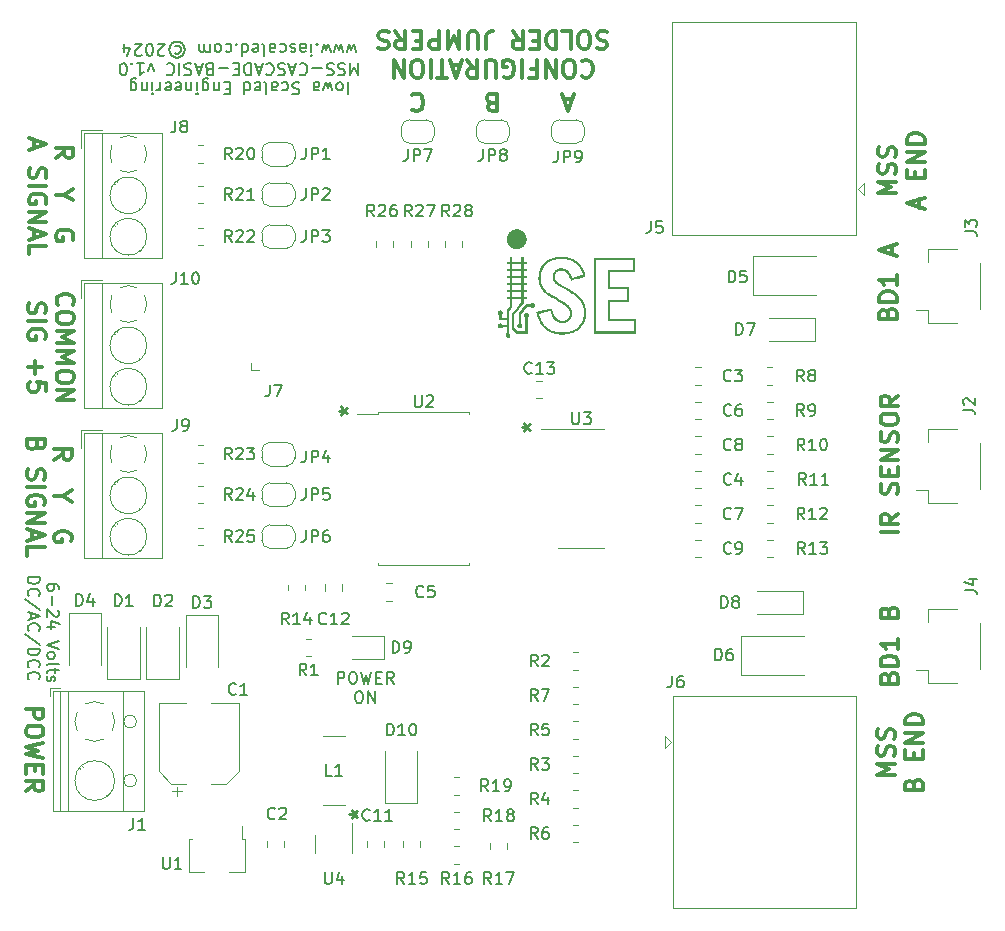
<source format=gto>
G04 #@! TF.GenerationSoftware,KiCad,Pcbnew,6.0.2+dfsg-1*
G04 #@! TF.CreationDate,2024-06-30T21:42:03-06:00*
G04 #@! TF.ProjectId,mss-cascade-basic,6d73732d-6361-4736-9361-64652d626173,rev?*
G04 #@! TF.SameCoordinates,Original*
G04 #@! TF.FileFunction,Legend,Top*
G04 #@! TF.FilePolarity,Positive*
%FSLAX46Y46*%
G04 Gerber Fmt 4.6, Leading zero omitted, Abs format (unit mm)*
G04 Created by KiCad (PCBNEW 6.0.2+dfsg-1) date 2024-06-30 21:42:03*
%MOMM*%
%LPD*%
G01*
G04 APERTURE LIST*
%ADD10C,0.000000*%
%ADD11C,0.300000*%
%ADD12C,0.254000*%
%ADD13C,0.152400*%
%ADD14C,0.150000*%
%ADD15C,0.120000*%
G04 APERTURE END LIST*
D10*
G36*
X69728943Y-140686454D02*
G01*
X69723535Y-140662295D01*
X69720133Y-140643531D01*
X69718945Y-140630861D01*
X69719246Y-140627029D01*
X69720179Y-140624983D01*
X69934414Y-140576222D01*
X70398482Y-140476199D01*
X70861889Y-140378424D01*
X71074140Y-140336410D01*
X71075050Y-140338823D01*
X71076654Y-140344734D01*
X71081548Y-140365427D01*
X71088031Y-140395247D01*
X71095307Y-140430955D01*
X71111937Y-140509206D01*
X71130853Y-140584386D01*
X71152024Y-140656448D01*
X71175420Y-140725348D01*
X71201012Y-140791040D01*
X71228768Y-140853478D01*
X71258660Y-140912618D01*
X71290657Y-140968412D01*
X71307436Y-140995041D01*
X71324730Y-141020817D01*
X71342535Y-141045734D01*
X71360848Y-141069786D01*
X71379664Y-141092968D01*
X71398981Y-141115275D01*
X71418794Y-141136699D01*
X71439100Y-141157236D01*
X71459894Y-141176881D01*
X71481174Y-141195626D01*
X71502935Y-141213468D01*
X71525173Y-141230399D01*
X71547886Y-141246415D01*
X71571068Y-141261509D01*
X71594717Y-141275676D01*
X71618829Y-141288910D01*
X71649620Y-141304240D01*
X71680606Y-141317949D01*
X71711788Y-141330037D01*
X71743161Y-141340504D01*
X71774725Y-141349352D01*
X71806476Y-141356578D01*
X71838414Y-141362184D01*
X71870536Y-141366169D01*
X71902839Y-141368534D01*
X71935323Y-141369278D01*
X71967984Y-141368402D01*
X72000821Y-141365905D01*
X72033832Y-141361787D01*
X72067014Y-141356049D01*
X72100365Y-141348690D01*
X72133885Y-141339711D01*
X72183274Y-141323268D01*
X72230054Y-141303382D01*
X72274144Y-141280166D01*
X72315466Y-141253732D01*
X72353939Y-141224194D01*
X72389484Y-141191664D01*
X72422022Y-141156255D01*
X72451473Y-141118078D01*
X72477756Y-141077248D01*
X72500794Y-141033876D01*
X72520506Y-140988075D01*
X72536812Y-140939958D01*
X72549633Y-140889638D01*
X72558889Y-140837227D01*
X72564502Y-140782838D01*
X72566390Y-140726583D01*
X72565790Y-140695508D01*
X72563974Y-140665205D01*
X72560916Y-140635606D01*
X72556589Y-140606639D01*
X72550969Y-140578234D01*
X72544029Y-140550321D01*
X72535743Y-140522830D01*
X72526085Y-140495690D01*
X72515030Y-140468831D01*
X72502552Y-140442184D01*
X72488625Y-140415676D01*
X72473223Y-140389239D01*
X72456321Y-140362802D01*
X72437892Y-140336295D01*
X72417911Y-140309647D01*
X72396351Y-140282788D01*
X72367287Y-140248898D01*
X72336649Y-140215791D01*
X72303935Y-140183126D01*
X72268645Y-140150563D01*
X72230280Y-140117760D01*
X72188339Y-140084376D01*
X72142321Y-140050070D01*
X72091727Y-140014501D01*
X71974809Y-139938210D01*
X71833582Y-139852775D01*
X71664045Y-139755466D01*
X71462196Y-139643556D01*
X71299026Y-139553399D01*
X71158553Y-139474090D01*
X71037279Y-139403446D01*
X70931706Y-139339285D01*
X70838337Y-139279423D01*
X70753675Y-139221677D01*
X70674221Y-139163866D01*
X70596479Y-139103805D01*
X70555302Y-139069733D01*
X70510214Y-139030064D01*
X70462993Y-138986541D01*
X70415416Y-138940910D01*
X70369261Y-138894916D01*
X70326306Y-138850302D01*
X70288329Y-138808813D01*
X70271762Y-138789786D01*
X70257107Y-138772195D01*
X70211877Y-138713689D01*
X70169841Y-138654291D01*
X70130984Y-138593953D01*
X70095292Y-138532625D01*
X70062750Y-138470260D01*
X70033344Y-138406809D01*
X70007059Y-138342223D01*
X69983880Y-138276453D01*
X69963794Y-138209452D01*
X69946786Y-138141170D01*
X69932842Y-138071559D01*
X69921946Y-138000570D01*
X69914084Y-137928155D01*
X69909243Y-137854265D01*
X69907407Y-137778852D01*
X69908562Y-137701867D01*
X69912879Y-137616372D01*
X69919745Y-137532919D01*
X69929164Y-137451500D01*
X69941139Y-137372107D01*
X69955673Y-137294732D01*
X69972769Y-137219366D01*
X69992431Y-137146000D01*
X70014660Y-137074628D01*
X70039461Y-137005239D01*
X70066837Y-136937827D01*
X70096790Y-136872383D01*
X70129324Y-136808898D01*
X70164442Y-136747364D01*
X70202146Y-136687774D01*
X70242441Y-136630118D01*
X70285329Y-136574389D01*
X70296896Y-136560522D01*
X70310030Y-136545508D01*
X70340197Y-136512807D01*
X70374217Y-136477824D01*
X70410477Y-136442097D01*
X70447366Y-136407164D01*
X70483271Y-136374562D01*
X70516579Y-136345830D01*
X70531756Y-136333396D01*
X70545679Y-136322506D01*
X70598523Y-136284697D01*
X70653314Y-136248803D01*
X70710012Y-136214835D01*
X70768580Y-136182806D01*
X70828979Y-136152728D01*
X70891171Y-136124614D01*
X70955118Y-136098476D01*
X71020782Y-136074327D01*
X71088125Y-136052178D01*
X71157108Y-136032043D01*
X71227692Y-136013933D01*
X71299841Y-135997862D01*
X71373514Y-135983841D01*
X71448676Y-135971883D01*
X71525286Y-135962000D01*
X71603307Y-135954206D01*
X71650681Y-135951397D01*
X71712293Y-135949333D01*
X71783265Y-135948029D01*
X71858718Y-135947503D01*
X71933774Y-135947770D01*
X72003555Y-135948848D01*
X72063183Y-135950752D01*
X72107779Y-135953500D01*
X72263414Y-135972758D01*
X72413492Y-136001596D01*
X72486390Y-136019564D01*
X72557830Y-136039873D01*
X72627790Y-136062506D01*
X72696245Y-136087445D01*
X72763174Y-136114673D01*
X72828554Y-136144171D01*
X72892361Y-136175921D01*
X72954574Y-136209906D01*
X73015168Y-136246108D01*
X73074121Y-136284509D01*
X73131411Y-136325092D01*
X73187014Y-136367838D01*
X73240908Y-136412729D01*
X73293069Y-136459748D01*
X73343475Y-136508877D01*
X73392104Y-136560099D01*
X73438931Y-136613394D01*
X73483934Y-136668746D01*
X73527091Y-136726137D01*
X73568378Y-136785548D01*
X73607773Y-136846963D01*
X73645252Y-136910363D01*
X73680794Y-136975729D01*
X73714374Y-137043046D01*
X73745971Y-137112294D01*
X73775561Y-137183456D01*
X73828629Y-137331450D01*
X73839996Y-137367636D01*
X73851967Y-137408344D01*
X73863889Y-137451021D01*
X73875107Y-137493110D01*
X73884970Y-137532058D01*
X73892823Y-137565308D01*
X73898014Y-137590307D01*
X73899407Y-137598914D01*
X73899890Y-137604500D01*
X73898119Y-137606414D01*
X73892636Y-137609298D01*
X73869507Y-137618280D01*
X73767422Y-137651243D01*
X73577231Y-137708283D01*
X73282529Y-137794294D01*
X73042353Y-137863725D01*
X72845437Y-137920059D01*
X72712021Y-137957608D01*
X72675451Y-137967560D01*
X72662346Y-137970683D01*
X72661147Y-137968205D01*
X72658708Y-137962106D01*
X72650704Y-137940697D01*
X72639525Y-137909763D01*
X72626362Y-137872611D01*
X72595748Y-137789094D01*
X72564443Y-137710988D01*
X72532366Y-137638196D01*
X72499439Y-137570622D01*
X72465582Y-137508171D01*
X72430715Y-137450745D01*
X72412878Y-137423887D01*
X72394759Y-137398250D01*
X72376347Y-137373821D01*
X72357634Y-137350588D01*
X72338608Y-137328540D01*
X72319260Y-137307664D01*
X72299580Y-137287949D01*
X72279558Y-137269382D01*
X72259184Y-137251951D01*
X72238449Y-137235645D01*
X72217341Y-137220451D01*
X72195852Y-137206357D01*
X72173971Y-137193352D01*
X72151688Y-137181423D01*
X72128994Y-137170558D01*
X72105879Y-137160745D01*
X72082331Y-137151973D01*
X72058343Y-137144229D01*
X72033903Y-137137501D01*
X72009001Y-137131778D01*
X71992346Y-137128537D01*
X71974513Y-137125694D01*
X71955682Y-137123249D01*
X71936031Y-137121205D01*
X71894986Y-137118321D01*
X71852809Y-137117049D01*
X71810929Y-137117398D01*
X71770777Y-137119376D01*
X71751796Y-137120978D01*
X71733784Y-137122990D01*
X71716918Y-137125414D01*
X71701379Y-137128250D01*
X71655886Y-137139348D01*
X71613063Y-137153067D01*
X71572903Y-137169418D01*
X71535397Y-137188410D01*
X71517637Y-137198899D01*
X71500537Y-137210051D01*
X71484096Y-137221869D01*
X71468314Y-137234352D01*
X71453189Y-137247502D01*
X71438721Y-137261321D01*
X71424907Y-137275810D01*
X71411748Y-137290969D01*
X71399242Y-137306799D01*
X71387389Y-137323303D01*
X71376186Y-137340481D01*
X71365634Y-137358334D01*
X71346475Y-137396071D01*
X71329904Y-137436523D01*
X71315913Y-137479699D01*
X71304493Y-137525609D01*
X71295636Y-137574261D01*
X71289334Y-137625667D01*
X71287518Y-137647121D01*
X71286312Y-137667622D01*
X71285733Y-137687260D01*
X71285796Y-137706122D01*
X71286516Y-137724298D01*
X71287908Y-137741876D01*
X71289989Y-137758947D01*
X71292774Y-137775597D01*
X71296278Y-137791917D01*
X71300517Y-137807995D01*
X71305507Y-137823920D01*
X71311262Y-137839781D01*
X71317799Y-137855666D01*
X71325132Y-137871666D01*
X71333278Y-137887868D01*
X71342251Y-137904361D01*
X71353622Y-137923586D01*
X71366309Y-137942905D01*
X71380323Y-137962327D01*
X71395675Y-137981862D01*
X71412375Y-138001521D01*
X71430432Y-138021315D01*
X71449858Y-138041254D01*
X71470662Y-138061347D01*
X71492856Y-138081606D01*
X71516449Y-138102041D01*
X71541452Y-138122661D01*
X71567875Y-138143478D01*
X71595728Y-138164502D01*
X71625022Y-138185743D01*
X71655767Y-138207211D01*
X71687973Y-138228917D01*
X71733472Y-138258615D01*
X71779177Y-138287378D01*
X71827810Y-138316787D01*
X71882089Y-138348420D01*
X72018471Y-138424675D01*
X72210084Y-138528778D01*
X72341153Y-138599541D01*
X72453766Y-138661103D01*
X72550901Y-138715173D01*
X72635535Y-138763463D01*
X72710643Y-138807686D01*
X72779203Y-138849552D01*
X72844191Y-138890773D01*
X72908584Y-138933061D01*
X73030674Y-139018086D01*
X73144602Y-139104469D01*
X73250475Y-139192378D01*
X73348399Y-139281980D01*
X73438481Y-139373442D01*
X73520826Y-139466932D01*
X73595542Y-139562617D01*
X73662735Y-139660665D01*
X73722512Y-139761243D01*
X73774978Y-139864518D01*
X73820240Y-139970659D01*
X73858406Y-140079831D01*
X73889580Y-140192204D01*
X73913870Y-140307943D01*
X73931382Y-140427218D01*
X73942223Y-140550194D01*
X73945247Y-140625774D01*
X73945376Y-140703719D01*
X73942695Y-140783086D01*
X73937284Y-140862932D01*
X73929228Y-140942315D01*
X73918609Y-141020293D01*
X73905509Y-141095922D01*
X73890012Y-141168261D01*
X73853913Y-141299539D01*
X73808986Y-141425235D01*
X73755431Y-141545171D01*
X73693449Y-141659173D01*
X73623239Y-141767065D01*
X73545004Y-141868671D01*
X73458942Y-141963815D01*
X73365255Y-142052322D01*
X73264143Y-142134016D01*
X73155807Y-142208721D01*
X73040447Y-142276262D01*
X72918264Y-142336462D01*
X72789458Y-142389147D01*
X72654229Y-142434140D01*
X72512778Y-142471266D01*
X72365307Y-142500349D01*
X72259053Y-142515688D01*
X72149748Y-142527282D01*
X72038840Y-142535089D01*
X71927774Y-142539067D01*
X71817998Y-142539176D01*
X71710959Y-142535374D01*
X71608104Y-142527620D01*
X71558697Y-142522248D01*
X71510879Y-142515872D01*
X71396110Y-142495988D01*
X71284647Y-142470740D01*
X71176503Y-142440135D01*
X71071693Y-142404185D01*
X70970232Y-142362897D01*
X70872134Y-142316281D01*
X70777413Y-142264347D01*
X70686085Y-142207103D01*
X70598163Y-142144560D01*
X70513662Y-142076725D01*
X70432596Y-142003610D01*
X70354981Y-141925223D01*
X70280829Y-141841572D01*
X70210157Y-141752669D01*
X70142978Y-141658521D01*
X70079307Y-141559139D01*
X70055727Y-141518564D01*
X70029179Y-141469886D01*
X70000862Y-141415519D01*
X69971974Y-141357879D01*
X69943715Y-141299378D01*
X69917282Y-141242432D01*
X69893876Y-141189455D01*
X69874695Y-141142861D01*
X69847654Y-141071065D01*
X69819497Y-140990108D01*
X69791885Y-140905579D01*
X69766481Y-140823068D01*
X69751620Y-140771378D01*
X69947839Y-140771378D01*
X69948073Y-140774825D01*
X69948770Y-140779157D01*
X69949945Y-140784495D01*
X69951611Y-140790959D01*
X69953784Y-140798671D01*
X69959707Y-140818320D01*
X69967829Y-140844411D01*
X69986171Y-140900996D01*
X70005458Y-140956937D01*
X70025658Y-141012169D01*
X70046741Y-141066628D01*
X70068676Y-141120247D01*
X70091431Y-141172961D01*
X70114976Y-141224706D01*
X70139279Y-141275417D01*
X70164310Y-141325028D01*
X70190038Y-141373474D01*
X70216431Y-141420690D01*
X70243459Y-141466611D01*
X70271090Y-141511173D01*
X70299294Y-141554308D01*
X70328040Y-141595954D01*
X70357296Y-141636044D01*
X70418534Y-141713569D01*
X70482408Y-141786611D01*
X70548940Y-141855184D01*
X70618153Y-141919303D01*
X70690070Y-141978981D01*
X70764713Y-142034234D01*
X70842105Y-142085075D01*
X70922269Y-142131521D01*
X71005228Y-142173583D01*
X71091005Y-142211279D01*
X71179621Y-142244621D01*
X71271100Y-142273624D01*
X71365465Y-142298303D01*
X71462739Y-142318672D01*
X71562943Y-142334746D01*
X71666101Y-142346538D01*
X71721843Y-142350128D01*
X71789640Y-142351973D01*
X71865605Y-142352181D01*
X71945854Y-142350860D01*
X72026500Y-142348116D01*
X72103656Y-142344058D01*
X72173437Y-142338792D01*
X72231957Y-142332427D01*
X72314591Y-142320058D01*
X72395015Y-142305437D01*
X72473235Y-142288563D01*
X72549258Y-142269434D01*
X72623090Y-142248048D01*
X72694738Y-142224403D01*
X72764206Y-142198496D01*
X72831502Y-142170326D01*
X72896632Y-142139890D01*
X72959602Y-142107187D01*
X73020418Y-142072214D01*
X73079086Y-142034970D01*
X73135613Y-141995451D01*
X73190005Y-141953657D01*
X73242267Y-141909585D01*
X73292407Y-141863233D01*
X73338383Y-141816797D01*
X73381874Y-141768997D01*
X73422910Y-141719775D01*
X73461519Y-141669073D01*
X73497731Y-141616833D01*
X73531573Y-141562997D01*
X73563076Y-141507508D01*
X73592268Y-141450307D01*
X73619177Y-141391336D01*
X73643834Y-141330539D01*
X73666266Y-141267856D01*
X73686504Y-141203230D01*
X73704575Y-141136603D01*
X73720508Y-141067918D01*
X73734333Y-140997115D01*
X73746079Y-140924139D01*
X73748652Y-140902841D01*
X73750817Y-140876955D01*
X73753950Y-140814028D01*
X73755530Y-140740584D01*
X73755604Y-140661848D01*
X73754223Y-140583047D01*
X73751437Y-140509404D01*
X73747294Y-140446147D01*
X73741845Y-140398500D01*
X73735118Y-140359753D01*
X73726786Y-140317923D01*
X73717165Y-140274290D01*
X73706568Y-140230136D01*
X73695309Y-140186743D01*
X73683704Y-140145393D01*
X73672065Y-140107366D01*
X73660707Y-140073944D01*
X73649852Y-140045584D01*
X73637962Y-140016662D01*
X73625095Y-139987277D01*
X73611307Y-139957528D01*
X73596654Y-139927514D01*
X73581195Y-139897335D01*
X73548082Y-139836878D01*
X73512423Y-139776949D01*
X73474671Y-139718344D01*
X73455153Y-139689786D01*
X73435283Y-139661856D01*
X73415117Y-139634653D01*
X73394712Y-139608277D01*
X73380924Y-139591545D01*
X73364639Y-139572774D01*
X73325843Y-139530358D01*
X73280846Y-139483510D01*
X73232170Y-139434711D01*
X73182336Y-139386441D01*
X73133866Y-139341181D01*
X73089283Y-139301411D01*
X73051107Y-139269611D01*
X72963647Y-139202399D01*
X72876757Y-139139238D01*
X72786180Y-139077499D01*
X72687658Y-139014553D01*
X72576931Y-138947770D01*
X72449742Y-138874522D01*
X72301833Y-138792179D01*
X72128946Y-138698111D01*
X71955005Y-138603385D01*
X71809913Y-138522251D01*
X71746927Y-138485965D01*
X71689642Y-138452098D01*
X71637556Y-138420323D01*
X71590166Y-138390312D01*
X71546967Y-138361741D01*
X71507457Y-138334281D01*
X71471133Y-138307607D01*
X71437490Y-138281392D01*
X71406026Y-138255309D01*
X71376238Y-138229032D01*
X71347621Y-138202234D01*
X71319673Y-138174589D01*
X71292916Y-138146855D01*
X71268171Y-138119673D01*
X71245380Y-138092930D01*
X71224489Y-138066517D01*
X71205443Y-138040324D01*
X71188184Y-138014239D01*
X71172657Y-137988152D01*
X71158807Y-137961952D01*
X71146577Y-137935529D01*
X71135912Y-137908772D01*
X71126756Y-137881571D01*
X71119053Y-137853815D01*
X71112747Y-137825393D01*
X71107783Y-137796195D01*
X71104105Y-137766110D01*
X71101657Y-137735028D01*
X71099967Y-137686174D01*
X71100940Y-137637618D01*
X71104509Y-137589528D01*
X71110609Y-137542069D01*
X71119172Y-137495409D01*
X71130133Y-137449712D01*
X71143425Y-137405146D01*
X71158983Y-137361877D01*
X71176741Y-137320072D01*
X71196631Y-137279896D01*
X71218589Y-137241517D01*
X71242547Y-137205100D01*
X71268441Y-137170813D01*
X71296203Y-137138821D01*
X71325767Y-137109291D01*
X71341205Y-137095501D01*
X71357068Y-137082389D01*
X71403650Y-137048955D01*
X71453930Y-137019575D01*
X71507456Y-136994267D01*
X71563774Y-136973050D01*
X71622431Y-136955942D01*
X71682977Y-136942962D01*
X71744956Y-136934128D01*
X71807918Y-136929460D01*
X71871408Y-136928975D01*
X71934976Y-136932693D01*
X71998167Y-136940631D01*
X72060529Y-136952809D01*
X72121609Y-136969245D01*
X72180956Y-136989958D01*
X72238115Y-137014966D01*
X72292635Y-137044289D01*
X72308478Y-137054303D01*
X72325457Y-137066228D01*
X72343382Y-137079876D01*
X72362066Y-137095056D01*
X72381320Y-137111579D01*
X72400957Y-137129257D01*
X72420788Y-137147901D01*
X72440625Y-137167320D01*
X72460280Y-137187327D01*
X72479565Y-137207731D01*
X72498293Y-137228344D01*
X72516274Y-137248977D01*
X72533320Y-137269440D01*
X72549245Y-137289545D01*
X72563858Y-137309102D01*
X72576974Y-137327922D01*
X72599044Y-137362875D01*
X72622041Y-137401961D01*
X72645435Y-137444157D01*
X72668696Y-137488436D01*
X72691296Y-137533774D01*
X72712705Y-137579144D01*
X72732394Y-137623523D01*
X72749834Y-137665884D01*
X72754170Y-137676770D01*
X72758194Y-137686695D01*
X72761924Y-137695689D01*
X72765379Y-137703785D01*
X72768577Y-137711012D01*
X72771538Y-137717403D01*
X72772936Y-137720293D01*
X72774280Y-137722987D01*
X72775575Y-137725486D01*
X72776822Y-137727796D01*
X72778023Y-137729919D01*
X72779181Y-137731861D01*
X72780299Y-137733624D01*
X72781378Y-137735212D01*
X72782420Y-137736630D01*
X72783429Y-137737882D01*
X72784406Y-137738971D01*
X72785355Y-137739900D01*
X72786276Y-137740675D01*
X72787173Y-137741299D01*
X72788047Y-137741775D01*
X72788902Y-137742108D01*
X72789739Y-137742301D01*
X72790560Y-137742359D01*
X72791369Y-137742285D01*
X72792168Y-137742083D01*
X73229612Y-137615083D01*
X73534500Y-137526448D01*
X73629960Y-137498105D01*
X73657221Y-137489750D01*
X73668468Y-137485967D01*
X73670194Y-137485118D01*
X73671658Y-137484105D01*
X73672847Y-137482846D01*
X73673748Y-137481259D01*
X73674348Y-137479263D01*
X73674632Y-137476777D01*
X73674587Y-137473717D01*
X73674200Y-137470003D01*
X73673458Y-137465554D01*
X73672347Y-137460287D01*
X73668964Y-137446974D01*
X73663944Y-137429411D01*
X73657179Y-137406944D01*
X73642567Y-137361529D01*
X73626797Y-137316344D01*
X73609906Y-137271452D01*
X73591926Y-137226917D01*
X73572892Y-137182805D01*
X73552838Y-137139178D01*
X73531798Y-137096101D01*
X73509806Y-137053637D01*
X73486896Y-137011852D01*
X73463103Y-136970809D01*
X73438460Y-136930572D01*
X73413001Y-136891205D01*
X73386762Y-136852773D01*
X73359775Y-136815339D01*
X73332074Y-136778967D01*
X73303695Y-136743722D01*
X73291157Y-136729024D01*
X73277207Y-136713353D01*
X73245774Y-136679759D01*
X73210802Y-136644280D01*
X73173697Y-136608256D01*
X73135864Y-136573025D01*
X73098709Y-136539927D01*
X73063638Y-136510302D01*
X73047323Y-136497210D01*
X73032057Y-136485489D01*
X72986570Y-136452555D01*
X72940057Y-136421221D01*
X72892501Y-136391480D01*
X72843883Y-136363328D01*
X72794186Y-136336760D01*
X72743392Y-136311769D01*
X72691484Y-136288352D01*
X72638445Y-136266502D01*
X72584256Y-136246215D01*
X72528901Y-136227486D01*
X72472361Y-136210309D01*
X72414619Y-136194679D01*
X72355657Y-136180591D01*
X72295458Y-136168040D01*
X72234005Y-136157021D01*
X72171279Y-136147528D01*
X72125072Y-136142849D01*
X72062899Y-136138940D01*
X71989894Y-136135907D01*
X71911193Y-136133858D01*
X71831930Y-136132900D01*
X71757239Y-136133141D01*
X71692255Y-136134689D01*
X71642112Y-136137650D01*
X71481075Y-136156408D01*
X71403717Y-136169030D01*
X71328478Y-136183803D01*
X71255365Y-136200720D01*
X71184390Y-136219772D01*
X71115559Y-136240953D01*
X71048883Y-136264253D01*
X70984370Y-136289666D01*
X70922030Y-136317184D01*
X70861870Y-136346799D01*
X70803900Y-136378504D01*
X70748129Y-136412289D01*
X70694566Y-136448149D01*
X70643219Y-136486075D01*
X70594098Y-136526058D01*
X70547211Y-136568093D01*
X70502568Y-136612170D01*
X70460177Y-136658282D01*
X70420047Y-136706421D01*
X70382188Y-136756580D01*
X70346607Y-136808751D01*
X70313315Y-136862926D01*
X70282319Y-136919097D01*
X70253630Y-136977256D01*
X70227255Y-137037397D01*
X70203203Y-137099510D01*
X70181484Y-137163588D01*
X70162107Y-137229624D01*
X70145080Y-137297610D01*
X70130412Y-137367538D01*
X70118112Y-137439400D01*
X70110596Y-137493339D01*
X70104451Y-137546896D01*
X70099673Y-137600006D01*
X70096262Y-137652599D01*
X70094216Y-137704609D01*
X70093531Y-137755970D01*
X70094207Y-137806613D01*
X70096240Y-137856471D01*
X70099630Y-137905478D01*
X70104373Y-137953567D01*
X70110469Y-138000669D01*
X70117914Y-138046718D01*
X70126707Y-138091647D01*
X70136846Y-138135388D01*
X70148328Y-138177874D01*
X70161151Y-138219039D01*
X70175469Y-138259901D01*
X70191657Y-138300934D01*
X70209649Y-138342044D01*
X70229381Y-138383135D01*
X70250787Y-138424116D01*
X70273802Y-138464890D01*
X70298361Y-138505365D01*
X70324399Y-138545446D01*
X70351851Y-138585040D01*
X70380652Y-138624051D01*
X70410737Y-138662386D01*
X70442040Y-138699952D01*
X70474496Y-138736653D01*
X70508041Y-138772397D01*
X70542609Y-138807088D01*
X70578135Y-138840633D01*
X70662206Y-138914565D01*
X70749188Y-138985074D01*
X70842850Y-139054623D01*
X70946964Y-139125677D01*
X71065299Y-139200701D01*
X71201625Y-139282157D01*
X71359714Y-139372509D01*
X71543334Y-139474222D01*
X71749092Y-139587805D01*
X71831118Y-139633877D01*
X71901933Y-139674335D01*
X71963553Y-139710328D01*
X72017997Y-139743006D01*
X72067281Y-139773517D01*
X72113423Y-139803011D01*
X72173634Y-139843288D01*
X72230248Y-139882969D01*
X72283373Y-139922168D01*
X72333116Y-139961000D01*
X72379584Y-139999580D01*
X72422887Y-140038023D01*
X72463129Y-140076443D01*
X72500421Y-140114955D01*
X72534867Y-140153673D01*
X72566577Y-140192713D01*
X72595658Y-140232189D01*
X72622217Y-140272216D01*
X72646362Y-140312909D01*
X72668199Y-140354382D01*
X72687838Y-140396750D01*
X72705384Y-140440128D01*
X72715148Y-140468276D01*
X72723800Y-140497600D01*
X72731336Y-140527970D01*
X72737752Y-140559256D01*
X72743043Y-140591328D01*
X72747205Y-140624054D01*
X72750235Y-140657306D01*
X72752127Y-140690953D01*
X72752879Y-140724864D01*
X72752486Y-140758909D01*
X72750943Y-140792959D01*
X72748247Y-140826882D01*
X72744393Y-140860550D01*
X72739378Y-140893830D01*
X72733197Y-140926594D01*
X72725846Y-140958711D01*
X72706553Y-141023930D01*
X72682893Y-141085901D01*
X72654999Y-141144520D01*
X72623000Y-141199681D01*
X72587028Y-141251277D01*
X72547215Y-141299205D01*
X72503691Y-141343358D01*
X72456588Y-141383632D01*
X72406037Y-141419920D01*
X72352170Y-141452118D01*
X72295117Y-141480119D01*
X72235011Y-141503819D01*
X72171981Y-141523112D01*
X72106160Y-141537892D01*
X72037678Y-141548055D01*
X71966668Y-141553494D01*
X71922995Y-141554283D01*
X71879837Y-141552963D01*
X71837218Y-141549555D01*
X71795165Y-141544083D01*
X71753705Y-141536571D01*
X71712863Y-141527041D01*
X71672666Y-141515517D01*
X71633139Y-141502022D01*
X71594308Y-141486578D01*
X71556200Y-141469209D01*
X71518841Y-141449938D01*
X71482257Y-141428789D01*
X71446474Y-141405783D01*
X71411518Y-141380945D01*
X71377415Y-141354298D01*
X71344192Y-141325864D01*
X71311873Y-141295667D01*
X71280487Y-141263730D01*
X71250057Y-141230076D01*
X71220612Y-141194729D01*
X71164776Y-141119044D01*
X71113188Y-141036862D01*
X71066057Y-140948367D01*
X71023591Y-140853744D01*
X70985999Y-140753179D01*
X70953490Y-140646855D01*
X70948780Y-140629026D01*
X70944252Y-140612305D01*
X70940021Y-140597072D01*
X70936204Y-140583708D01*
X70932916Y-140572593D01*
X70930273Y-140564107D01*
X70928391Y-140558631D01*
X70927771Y-140557140D01*
X70927385Y-140556545D01*
X70462512Y-140653646D01*
X69957951Y-140761861D01*
X69953109Y-140763180D01*
X69951245Y-140764017D01*
X69949771Y-140765135D01*
X69948703Y-140766654D01*
X69948054Y-140768694D01*
X69947839Y-140771378D01*
X69751620Y-140771378D01*
X69744946Y-140748163D01*
X69728943Y-140686454D01*
G37*
G36*
X68085407Y-133626402D02*
G01*
X68128005Y-133627749D01*
X68167692Y-133629907D01*
X68201691Y-133632826D01*
X68215689Y-133634555D01*
X68227223Y-133636456D01*
X68257971Y-133642837D01*
X68288293Y-133650335D01*
X68318176Y-133658941D01*
X68347609Y-133668647D01*
X68376579Y-133679444D01*
X68405073Y-133691324D01*
X68433080Y-133704279D01*
X68460586Y-133718300D01*
X68487580Y-133733380D01*
X68514048Y-133749510D01*
X68539980Y-133766682D01*
X68565361Y-133784887D01*
X68590180Y-133804118D01*
X68614425Y-133824365D01*
X68638082Y-133845621D01*
X68661140Y-133867878D01*
X68680975Y-133888358D01*
X68699999Y-133909314D01*
X68718211Y-133930744D01*
X68735609Y-133952644D01*
X68752193Y-133975011D01*
X68767961Y-133997842D01*
X68782913Y-134021134D01*
X68797048Y-134044884D01*
X68810364Y-134069089D01*
X68822860Y-134093745D01*
X68834535Y-134118850D01*
X68845389Y-134144401D01*
X68855421Y-134170393D01*
X68864628Y-134196825D01*
X68873011Y-134223693D01*
X68880568Y-134250994D01*
X68887059Y-134278396D01*
X68892513Y-134306797D01*
X68896933Y-134336053D01*
X68900323Y-134366022D01*
X68902689Y-134396562D01*
X68904033Y-134427529D01*
X68904360Y-134458782D01*
X68903675Y-134490178D01*
X68901980Y-134521573D01*
X68899282Y-134552826D01*
X68895582Y-134583794D01*
X68890886Y-134614334D01*
X68885199Y-134644303D01*
X68878523Y-134673559D01*
X68870863Y-134701959D01*
X68862223Y-134729361D01*
X68853729Y-134753302D01*
X68844640Y-134776723D01*
X68834938Y-134799650D01*
X68824608Y-134822109D01*
X68813634Y-134844125D01*
X68801998Y-134865725D01*
X68789683Y-134886934D01*
X68776675Y-134907778D01*
X68762955Y-134928284D01*
X68748508Y-134948476D01*
X68733316Y-134968381D01*
X68717364Y-134988024D01*
X68700635Y-135007432D01*
X68683112Y-135026630D01*
X68664778Y-135045644D01*
X68645618Y-135064500D01*
X68617621Y-135090446D01*
X68588923Y-135114841D01*
X68559518Y-135137688D01*
X68529400Y-135158989D01*
X68498562Y-135178749D01*
X68466999Y-135196969D01*
X68434705Y-135213654D01*
X68401672Y-135228806D01*
X68367895Y-135242429D01*
X68333368Y-135254525D01*
X68298085Y-135265097D01*
X68262038Y-135274149D01*
X68225223Y-135281684D01*
X68187632Y-135287705D01*
X68149261Y-135292215D01*
X68110101Y-135295217D01*
X68066376Y-135296545D01*
X68022833Y-135295521D01*
X67979554Y-135292176D01*
X67936623Y-135286540D01*
X67894121Y-135278643D01*
X67852132Y-135268514D01*
X67810739Y-135256184D01*
X67770023Y-135241683D01*
X67730069Y-135225040D01*
X67690957Y-135206285D01*
X67652772Y-135185449D01*
X67615595Y-135162561D01*
X67579510Y-135137652D01*
X67544599Y-135110751D01*
X67510944Y-135081889D01*
X67478629Y-135051094D01*
X67449237Y-135020449D01*
X67421660Y-134988857D01*
X67395907Y-134956347D01*
X67371991Y-134922948D01*
X67349923Y-134888689D01*
X67329714Y-134853599D01*
X67311376Y-134817708D01*
X67294920Y-134781043D01*
X67280357Y-134743634D01*
X67267700Y-134705510D01*
X67256958Y-134666700D01*
X67248144Y-134627232D01*
X67241269Y-134587136D01*
X67236344Y-134546440D01*
X67233380Y-134505174D01*
X67232390Y-134463366D01*
X67233146Y-134426893D01*
X67235398Y-134390784D01*
X67239117Y-134355074D01*
X67244278Y-134319797D01*
X67250855Y-134284987D01*
X67258821Y-134250679D01*
X67268149Y-134216906D01*
X67278814Y-134183702D01*
X67290787Y-134151102D01*
X67304044Y-134119140D01*
X67318557Y-134087849D01*
X67334300Y-134057265D01*
X67351247Y-134027420D01*
X67369371Y-133998349D01*
X67388645Y-133970087D01*
X67409044Y-133942667D01*
X67430540Y-133916123D01*
X67453107Y-133890490D01*
X67476719Y-133865802D01*
X67501349Y-133842092D01*
X67526970Y-133819395D01*
X67553557Y-133797746D01*
X67581083Y-133777177D01*
X67609521Y-133757723D01*
X67638844Y-133739419D01*
X67669027Y-133722298D01*
X67700042Y-133706395D01*
X67731864Y-133691743D01*
X67764466Y-133678377D01*
X67797821Y-133666330D01*
X67831902Y-133655638D01*
X67866685Y-133646334D01*
X67889284Y-133641020D01*
X67910958Y-133636103D01*
X67920662Y-133634000D01*
X67929192Y-133632245D01*
X67936234Y-133630919D01*
X67941473Y-133630106D01*
X67953504Y-133628782D01*
X67967932Y-133627716D01*
X68002592Y-133626335D01*
X68042677Y-133625914D01*
X68085407Y-133626402D01*
G37*
G36*
X78076779Y-136031111D02*
G01*
X78076779Y-137272889D01*
X76002445Y-137272889D01*
X76002445Y-138521722D01*
X77582890Y-138521722D01*
X77582890Y-139756444D01*
X76002445Y-139756444D01*
X76002445Y-141216944D01*
X78161446Y-141216944D01*
X78161446Y-142451666D01*
X74626612Y-142451666D01*
X74626612Y-142268222D01*
X74810056Y-142268222D01*
X77978001Y-142268222D01*
X77978001Y-141400389D01*
X75819000Y-141400389D01*
X75819000Y-139573000D01*
X77399445Y-139573000D01*
X77399445Y-138705167D01*
X75819000Y-138705167D01*
X75819000Y-137082389D01*
X77893334Y-137082389D01*
X77893334Y-136214556D01*
X74810056Y-136214556D01*
X74810056Y-142268222D01*
X74626612Y-142268222D01*
X74626612Y-136031111D01*
X78076779Y-136031111D01*
G37*
G36*
X69419384Y-139865762D02*
G01*
X69434251Y-139867531D01*
X69449034Y-139870200D01*
X69463621Y-139873743D01*
X69477903Y-139878128D01*
X69491768Y-139883328D01*
X69505106Y-139889314D01*
X69517806Y-139896056D01*
X69529758Y-139903525D01*
X69540851Y-139911694D01*
X69546040Y-139916031D01*
X69550974Y-139920532D01*
X69555638Y-139925193D01*
X69560018Y-139930011D01*
X69568768Y-139940556D01*
X69576768Y-139951402D01*
X69584023Y-139962519D01*
X69590537Y-139973878D01*
X69596317Y-139985448D01*
X69601369Y-139997199D01*
X69605697Y-140009102D01*
X69609307Y-140021127D01*
X69612206Y-140033243D01*
X69614398Y-140045422D01*
X69615889Y-140057633D01*
X69616684Y-140069847D01*
X69616790Y-140082033D01*
X69616211Y-140094162D01*
X69614953Y-140106204D01*
X69613023Y-140118129D01*
X69610424Y-140129908D01*
X69607164Y-140141509D01*
X69603247Y-140152905D01*
X69598679Y-140164064D01*
X69593465Y-140174956D01*
X69587612Y-140185553D01*
X69581124Y-140195824D01*
X69574008Y-140205740D01*
X69566268Y-140215269D01*
X69557911Y-140224384D01*
X69548941Y-140233053D01*
X69539365Y-140241247D01*
X69529188Y-140248937D01*
X69518416Y-140256091D01*
X69507053Y-140262681D01*
X69495107Y-140268677D01*
X69485172Y-140272894D01*
X69474731Y-140276549D01*
X69463856Y-140279641D01*
X69452619Y-140282171D01*
X69441093Y-140284139D01*
X69429349Y-140285545D01*
X69417461Y-140286388D01*
X69405501Y-140286669D01*
X69393541Y-140286388D01*
X69381653Y-140285545D01*
X69369909Y-140284139D01*
X69358383Y-140282171D01*
X69347146Y-140279641D01*
X69336271Y-140276549D01*
X69325830Y-140272894D01*
X69315896Y-140268677D01*
X69309261Y-140265231D01*
X69302140Y-140261050D01*
X69294660Y-140256242D01*
X69286946Y-140250917D01*
X69279124Y-140245183D01*
X69271321Y-140239148D01*
X69263663Y-140232920D01*
X69256276Y-140226609D01*
X69249286Y-140220322D01*
X69242818Y-140214169D01*
X69237000Y-140208258D01*
X69231956Y-140202697D01*
X69227814Y-140197595D01*
X69226121Y-140195250D01*
X69224700Y-140193061D01*
X69223567Y-140191040D01*
X69222738Y-140189202D01*
X69222230Y-140187560D01*
X69222057Y-140186128D01*
X69221333Y-140185475D01*
X69219208Y-140184842D01*
X69211043Y-140183647D01*
X69198132Y-140182568D01*
X69181046Y-140181630D01*
X69160355Y-140180857D01*
X69136629Y-140180274D01*
X69082357Y-140179778D01*
X68942657Y-140179778D01*
X68687246Y-140502216D01*
X68431835Y-140825361D01*
X68431835Y-141616994D01*
X68450179Y-141626872D01*
X68455990Y-141630324D01*
X68462007Y-141634546D01*
X68468170Y-141639465D01*
X68474421Y-141645007D01*
X68480702Y-141651099D01*
X68486952Y-141657667D01*
X68493113Y-141664638D01*
X68499127Y-141671939D01*
X68504934Y-141679497D01*
X68510475Y-141687237D01*
X68515692Y-141695087D01*
X68520525Y-141702973D01*
X68524916Y-141710821D01*
X68528806Y-141718559D01*
X68532135Y-141726114D01*
X68534846Y-141733410D01*
X68537757Y-141743538D01*
X68540146Y-141754271D01*
X68542017Y-141765505D01*
X68543378Y-141777133D01*
X68544235Y-141789051D01*
X68544594Y-141801152D01*
X68544461Y-141813333D01*
X68543842Y-141825486D01*
X68542743Y-141837507D01*
X68541171Y-141849290D01*
X68539132Y-141860730D01*
X68536632Y-141871722D01*
X68533677Y-141882159D01*
X68530273Y-141891938D01*
X68526428Y-141900951D01*
X68522146Y-141909094D01*
X68513977Y-141922050D01*
X68505346Y-141934192D01*
X68496254Y-141945518D01*
X68486703Y-141956024D01*
X68476692Y-141965708D01*
X68466224Y-141974566D01*
X68455298Y-141982595D01*
X68443917Y-141989792D01*
X68432081Y-141996154D01*
X68419792Y-142001678D01*
X68407050Y-142006360D01*
X68393856Y-142010198D01*
X68380211Y-142013189D01*
X68366117Y-142015329D01*
X68351575Y-142016615D01*
X68336584Y-142017044D01*
X68325300Y-142016782D01*
X68314209Y-142016001D01*
X68303321Y-142014713D01*
X68292648Y-142012928D01*
X68282202Y-142010659D01*
X68271992Y-142007915D01*
X68262029Y-142004708D01*
X68252326Y-142001048D01*
X68242892Y-141996947D01*
X68233739Y-141992416D01*
X68224878Y-141987466D01*
X68216319Y-141982107D01*
X68208074Y-141976351D01*
X68200154Y-141970208D01*
X68192569Y-141963690D01*
X68185331Y-141956807D01*
X68178451Y-141949571D01*
X68171939Y-141941993D01*
X68165806Y-141934083D01*
X68160065Y-141925852D01*
X68154725Y-141917312D01*
X68149797Y-141908474D01*
X68145293Y-141899348D01*
X68141223Y-141889945D01*
X68137599Y-141880276D01*
X68134431Y-141870353D01*
X68131730Y-141860187D01*
X68129508Y-141849787D01*
X68127775Y-141839166D01*
X68126543Y-141828335D01*
X68125822Y-141817303D01*
X68125623Y-141806083D01*
X68125897Y-141793828D01*
X68126720Y-141781926D01*
X68128098Y-141770367D01*
X68130033Y-141759141D01*
X68132531Y-141748238D01*
X68135595Y-141737647D01*
X68139230Y-141727357D01*
X68143439Y-141717359D01*
X68148227Y-141707643D01*
X68153598Y-141698196D01*
X68159556Y-141689011D01*
X68166105Y-141680075D01*
X68173249Y-141671380D01*
X68180993Y-141662913D01*
X68189341Y-141654666D01*
X68198296Y-141646628D01*
X68234279Y-141615583D01*
X68234279Y-140749866D01*
X68539785Y-140363222D01*
X68844584Y-139975872D01*
X69031557Y-139975166D01*
X69218529Y-139974461D01*
X69237579Y-139946944D01*
X69242164Y-139940655D01*
X69247170Y-139934498D01*
X69252573Y-139928489D01*
X69258349Y-139922647D01*
X69264471Y-139916985D01*
X69270916Y-139911523D01*
X69277659Y-139906275D01*
X69284675Y-139901259D01*
X69291938Y-139896491D01*
X69299425Y-139891988D01*
X69307110Y-139887766D01*
X69314969Y-139883841D01*
X69322977Y-139880231D01*
X69331109Y-139876951D01*
X69339340Y-139874019D01*
X69347646Y-139871450D01*
X69354396Y-139869732D01*
X69361278Y-139868278D01*
X69375379Y-139866153D01*
X69389837Y-139865044D01*
X69404542Y-139864923D01*
X69419384Y-139865762D01*
G37*
G36*
X67232390Y-138966222D02*
G01*
X67232390Y-138740444D01*
X67486390Y-138740444D01*
X67683946Y-138740444D01*
X68453001Y-138740444D01*
X68453001Y-138366500D01*
X67683946Y-138366500D01*
X67683946Y-138740444D01*
X67486390Y-138740444D01*
X67486390Y-138366500D01*
X67232390Y-138366500D01*
X67232390Y-138140722D01*
X67486390Y-138140722D01*
X67683946Y-138140722D01*
X68453001Y-138140722D01*
X68453001Y-137766778D01*
X67683946Y-137766778D01*
X67683946Y-138140722D01*
X67486390Y-138140722D01*
X67486390Y-137766778D01*
X67232390Y-137766778D01*
X67232390Y-137548055D01*
X67486390Y-137548055D01*
X67683946Y-137548055D01*
X68453001Y-137548055D01*
X68453001Y-137174111D01*
X67683946Y-137174111D01*
X67683946Y-137548055D01*
X67486390Y-137548055D01*
X67486390Y-137174111D01*
X67232390Y-137174111D01*
X67232390Y-136948333D01*
X67486390Y-136948333D01*
X67683946Y-136948333D01*
X68453001Y-136948333D01*
X68453001Y-136574389D01*
X67683946Y-136574389D01*
X67683946Y-136948333D01*
X67486390Y-136948333D01*
X67486390Y-136574389D01*
X67232390Y-136574389D01*
X67232390Y-136355667D01*
X67486390Y-136355667D01*
X67486390Y-136002889D01*
X67683946Y-136002889D01*
X67683946Y-136355667D01*
X68453001Y-136355667D01*
X68453001Y-136002889D01*
X68650557Y-136002889D01*
X68650557Y-136355667D01*
X68904557Y-136355667D01*
X68904557Y-136574389D01*
X68650557Y-136574389D01*
X68650557Y-136948333D01*
X68904557Y-136948333D01*
X68904557Y-137174111D01*
X68650557Y-137174111D01*
X68650557Y-137548055D01*
X68904557Y-137548055D01*
X68904557Y-137766778D01*
X68650557Y-137766778D01*
X68650557Y-138140722D01*
X68904557Y-138140722D01*
X68904557Y-138366500D01*
X68650557Y-138366500D01*
X68650557Y-138740444D01*
X68904557Y-138740444D01*
X68904557Y-138966222D01*
X68650557Y-138966222D01*
X68650557Y-139333111D01*
X68904557Y-139333111D01*
X68904557Y-139565945D01*
X68650557Y-139565945D01*
X68650557Y-139894733D01*
X68258973Y-140389327D01*
X67867390Y-140884627D01*
X67867390Y-141996583D01*
X68139029Y-142268222D01*
X68805779Y-142268222D01*
X68805779Y-141683316D01*
X68805751Y-141493049D01*
X68805686Y-141415716D01*
X68805558Y-141349159D01*
X68805465Y-141319666D01*
X68805348Y-141292561D01*
X68805206Y-141267741D01*
X68805035Y-141245104D01*
X68804833Y-141224549D01*
X68804597Y-141205972D01*
X68804326Y-141189272D01*
X68804015Y-141174346D01*
X68803663Y-141161093D01*
X68803267Y-141149409D01*
X68802825Y-141139194D01*
X68802586Y-141134604D01*
X68802334Y-141130344D01*
X68802069Y-141126399D01*
X68801791Y-141122758D01*
X68801499Y-141119406D01*
X68801193Y-141116333D01*
X68800874Y-141113524D01*
X68800539Y-141110967D01*
X68800190Y-141108649D01*
X68799826Y-141106558D01*
X68799446Y-141104680D01*
X68799050Y-141103003D01*
X68798638Y-141101515D01*
X68798210Y-141100202D01*
X68797765Y-141099051D01*
X68797303Y-141098050D01*
X68796823Y-141097187D01*
X68796326Y-141096447D01*
X68795810Y-141095819D01*
X68795276Y-141095290D01*
X68794723Y-141094847D01*
X68794152Y-141094476D01*
X68793561Y-141094167D01*
X68792950Y-141093905D01*
X68791668Y-141093472D01*
X68789338Y-141092580D01*
X68786856Y-141091368D01*
X68781481Y-141088047D01*
X68775644Y-141083632D01*
X68769443Y-141078247D01*
X68762977Y-141072015D01*
X68756346Y-141065058D01*
X68749649Y-141057500D01*
X68742985Y-141049463D01*
X68736453Y-141041070D01*
X68730152Y-141032445D01*
X68724183Y-141023711D01*
X68718643Y-141014990D01*
X68713632Y-141006405D01*
X68709250Y-140998080D01*
X68705596Y-140990137D01*
X68702768Y-140982700D01*
X68699741Y-140972550D01*
X68697269Y-140961987D01*
X68695348Y-140951079D01*
X68693970Y-140939893D01*
X68693130Y-140928496D01*
X68692821Y-140916955D01*
X68693037Y-140905338D01*
X68693772Y-140893712D01*
X68695019Y-140882143D01*
X68696773Y-140870700D01*
X68699027Y-140859449D01*
X68701776Y-140848457D01*
X68705012Y-140837792D01*
X68708729Y-140827520D01*
X68712922Y-140817710D01*
X68717584Y-140808428D01*
X68722113Y-140800344D01*
X68726725Y-140792738D01*
X68731455Y-140785578D01*
X68736337Y-140778827D01*
X68741405Y-140772453D01*
X68746693Y-140766421D01*
X68752235Y-140760696D01*
X68758066Y-140755246D01*
X68764219Y-140750035D01*
X68770728Y-140745031D01*
X68777629Y-140740197D01*
X68784954Y-140735501D01*
X68792738Y-140730909D01*
X68801015Y-140726386D01*
X68809819Y-140721898D01*
X68819184Y-140717411D01*
X68830512Y-140712435D01*
X68835673Y-140710365D01*
X68840616Y-140708558D01*
X68845426Y-140707004D01*
X68850190Y-140705690D01*
X68854996Y-140704606D01*
X68859930Y-140703741D01*
X68865079Y-140703081D01*
X68870530Y-140702617D01*
X68876370Y-140702338D01*
X68882685Y-140702230D01*
X68889562Y-140702284D01*
X68897088Y-140702488D01*
X68914434Y-140703299D01*
X68926491Y-140704097D01*
X68937828Y-140705182D01*
X68948504Y-140706577D01*
X68958576Y-140708304D01*
X68968102Y-140710388D01*
X68977141Y-140712849D01*
X68985749Y-140715712D01*
X68993986Y-140718998D01*
X69001908Y-140722731D01*
X69009574Y-140726933D01*
X69017042Y-140731627D01*
X69024369Y-140736836D01*
X69031613Y-140742582D01*
X69038833Y-140748888D01*
X69046085Y-140755777D01*
X69053429Y-140763272D01*
X69061295Y-140771764D01*
X69068505Y-140780082D01*
X69075077Y-140788283D01*
X69081034Y-140796422D01*
X69086395Y-140804557D01*
X69091182Y-140812745D01*
X69095414Y-140821042D01*
X69099114Y-140829506D01*
X69102300Y-140838193D01*
X69104995Y-140847160D01*
X69107219Y-140856464D01*
X69108991Y-140866162D01*
X69110334Y-140876310D01*
X69111268Y-140886966D01*
X69111813Y-140898186D01*
X69111990Y-140910027D01*
X69111840Y-140923540D01*
X69111122Y-140936567D01*
X69109829Y-140949121D01*
X69107955Y-140961213D01*
X69105494Y-140972855D01*
X69102440Y-140984057D01*
X69098787Y-140994832D01*
X69094527Y-141005190D01*
X69089656Y-141015142D01*
X69086990Y-141019970D01*
X69084167Y-141024701D01*
X69081189Y-141029337D01*
X69078054Y-141033878D01*
X69071310Y-141042683D01*
X69063930Y-141051129D01*
X69055907Y-141059227D01*
X69047234Y-141066987D01*
X69037907Y-141074422D01*
X69004040Y-141100528D01*
X69004040Y-141782799D01*
X69003334Y-142465777D01*
X68054362Y-142465777D01*
X67862451Y-142273867D01*
X67669835Y-142081250D01*
X67669835Y-140808428D01*
X68061418Y-140313128D01*
X68453001Y-139818533D01*
X68453001Y-139565945D01*
X67683946Y-139565945D01*
X67683946Y-139888383D01*
X67683240Y-140211527D01*
X67556946Y-140370277D01*
X67430651Y-140529027D01*
X67429946Y-141474472D01*
X67429946Y-142419916D01*
X67465223Y-142450256D01*
X67474768Y-142458728D01*
X67483569Y-142467237D01*
X67491645Y-142475818D01*
X67499013Y-142484508D01*
X67505690Y-142493342D01*
X67511695Y-142502357D01*
X67517044Y-142511590D01*
X67521756Y-142521075D01*
X67525848Y-142530850D01*
X67529337Y-142540951D01*
X67532241Y-142551413D01*
X67534577Y-142562273D01*
X67536364Y-142573567D01*
X67537619Y-142585332D01*
X67538359Y-142597603D01*
X67538601Y-142610416D01*
X67538680Y-142626955D01*
X67538556Y-142634251D01*
X67538304Y-142640998D01*
X67537906Y-142647274D01*
X67537349Y-142653155D01*
X67536615Y-142658718D01*
X67535691Y-142664039D01*
X67534560Y-142669194D01*
X67533206Y-142674261D01*
X67531615Y-142679315D01*
X67529771Y-142684433D01*
X67527658Y-142689692D01*
X67525260Y-142695168D01*
X67522563Y-142700937D01*
X67519551Y-142707077D01*
X67512227Y-142720809D01*
X67504280Y-142733692D01*
X67495717Y-142745720D01*
X67486544Y-142756885D01*
X67476768Y-142767182D01*
X67466395Y-142776605D01*
X67455430Y-142785147D01*
X67443880Y-142792802D01*
X67431752Y-142799565D01*
X67419051Y-142805428D01*
X67405784Y-142810386D01*
X67391956Y-142814432D01*
X67377574Y-142817561D01*
X67362645Y-142819765D01*
X67347174Y-142821039D01*
X67331168Y-142821377D01*
X67318580Y-142821144D01*
X67306462Y-142820435D01*
X67294792Y-142819238D01*
X67283543Y-142817541D01*
X67272691Y-142815331D01*
X67262211Y-142812596D01*
X67252078Y-142809324D01*
X67242268Y-142805502D01*
X67232755Y-142801118D01*
X67223516Y-142796159D01*
X67214524Y-142790613D01*
X67205755Y-142784468D01*
X67197185Y-142777711D01*
X67188789Y-142770329D01*
X67180541Y-142762311D01*
X67172418Y-142753644D01*
X67165049Y-142745056D01*
X67158282Y-142736466D01*
X67152106Y-142727838D01*
X67146511Y-142719138D01*
X67141486Y-142710331D01*
X67137022Y-142701381D01*
X67133107Y-142692253D01*
X67129732Y-142682912D01*
X67126886Y-142673324D01*
X67124559Y-142663452D01*
X67122740Y-142653261D01*
X67121420Y-142642718D01*
X67120587Y-142631785D01*
X67120232Y-142620429D01*
X67120344Y-142608614D01*
X67120912Y-142596305D01*
X67121970Y-142584416D01*
X67123554Y-142572829D01*
X67125661Y-142561548D01*
X67128288Y-142550577D01*
X67131431Y-142539919D01*
X67135088Y-142529581D01*
X67139256Y-142519564D01*
X67143931Y-142509875D01*
X67149111Y-142500516D01*
X67154791Y-142491492D01*
X67160970Y-142482806D01*
X67167644Y-142474465D01*
X67174810Y-142466470D01*
X67182465Y-142458827D01*
X67190606Y-142451539D01*
X67199229Y-142444611D01*
X67232390Y-142419916D01*
X67232390Y-141908388D01*
X66869029Y-141908388D01*
X66837985Y-141944372D01*
X66828280Y-141954995D01*
X66818109Y-141964777D01*
X66807510Y-141973722D01*
X66796521Y-141981837D01*
X66785180Y-141989126D01*
X66773525Y-141995595D01*
X66761594Y-142001250D01*
X66749426Y-142006097D01*
X66737059Y-142010141D01*
X66724530Y-142013387D01*
X66711878Y-142015841D01*
X66699140Y-142017509D01*
X66686356Y-142018396D01*
X66673563Y-142018507D01*
X66660799Y-142017849D01*
X66648102Y-142016427D01*
X66635511Y-142014246D01*
X66623063Y-142011312D01*
X66610797Y-142007631D01*
X66598750Y-142003207D01*
X66586962Y-141998048D01*
X66575469Y-141992157D01*
X66564311Y-141985541D01*
X66553524Y-141978206D01*
X66543149Y-141970156D01*
X66533221Y-141961398D01*
X66523780Y-141951936D01*
X66514864Y-141941777D01*
X66506510Y-141930926D01*
X66498757Y-141919389D01*
X66491644Y-141907171D01*
X66485207Y-141894278D01*
X66481868Y-141886679D01*
X66478862Y-141878972D01*
X66476186Y-141871167D01*
X66473838Y-141863277D01*
X66471816Y-141855313D01*
X66470116Y-141847285D01*
X66468738Y-141839206D01*
X66467678Y-141831086D01*
X66466505Y-141814772D01*
X66466579Y-141798432D01*
X66467880Y-141782159D01*
X66470390Y-141766043D01*
X66474091Y-141750175D01*
X66478964Y-141734646D01*
X66484991Y-141719547D01*
X66492152Y-141704968D01*
X66496153Y-141697903D01*
X66500430Y-141691002D01*
X66504981Y-141684277D01*
X66509805Y-141677738D01*
X66514898Y-141671398D01*
X66520259Y-141665268D01*
X66525885Y-141659360D01*
X66531774Y-141653683D01*
X66540133Y-141646313D01*
X66548311Y-141639539D01*
X66556360Y-141633343D01*
X66564328Y-141627710D01*
X66572268Y-141622622D01*
X66580229Y-141618063D01*
X66588263Y-141614017D01*
X66596420Y-141610468D01*
X66604750Y-141607397D01*
X66613305Y-141604790D01*
X66622135Y-141602629D01*
X66631290Y-141600899D01*
X66640821Y-141599581D01*
X66650780Y-141598661D01*
X66661215Y-141598120D01*
X66672179Y-141597944D01*
X66685419Y-141598130D01*
X66697928Y-141598708D01*
X66709769Y-141599702D01*
X66721006Y-141601141D01*
X66731701Y-141603051D01*
X66741917Y-141605460D01*
X66751719Y-141608393D01*
X66761167Y-141611879D01*
X66770327Y-141615943D01*
X66779260Y-141620613D01*
X66788029Y-141625915D01*
X66796699Y-141631877D01*
X66805331Y-141638525D01*
X66813989Y-141645886D01*
X66822736Y-141653987D01*
X66831635Y-141662855D01*
X66872557Y-141703777D01*
X67232390Y-141703777D01*
X67232390Y-141301611D01*
X66576224Y-141301611D01*
X66576224Y-140895917D01*
X66540240Y-140864872D01*
X66528914Y-140854534D01*
X66518492Y-140843650D01*
X66508983Y-140832254D01*
X66500398Y-140820378D01*
X66492748Y-140808055D01*
X66486042Y-140795320D01*
X66480291Y-140782203D01*
X66475505Y-140768740D01*
X66471696Y-140754962D01*
X66468872Y-140740904D01*
X66467044Y-140726597D01*
X66466223Y-140712075D01*
X66466419Y-140697371D01*
X66467642Y-140682519D01*
X66469903Y-140667551D01*
X66473212Y-140652500D01*
X66478572Y-140634323D01*
X66485102Y-140617116D01*
X66488794Y-140608885D01*
X66492765Y-140600908D01*
X66497009Y-140593187D01*
X66501523Y-140585726D01*
X66506301Y-140578528D01*
X66511339Y-140571598D01*
X66516633Y-140564938D01*
X66522177Y-140558552D01*
X66527967Y-140552444D01*
X66533998Y-140546616D01*
X66540266Y-140541074D01*
X66546767Y-140535819D01*
X66553494Y-140530855D01*
X66560444Y-140526187D01*
X66567613Y-140521817D01*
X66574994Y-140517748D01*
X66582585Y-140513986D01*
X66590379Y-140510532D01*
X66598374Y-140507390D01*
X66606562Y-140504565D01*
X66614941Y-140502058D01*
X66623506Y-140499875D01*
X66641173Y-140496491D01*
X66659527Y-140494440D01*
X66678529Y-140493750D01*
X66686427Y-140493944D01*
X66694241Y-140494391D01*
X66701969Y-140495091D01*
X66709607Y-140496039D01*
X66717149Y-140497233D01*
X66724591Y-140498672D01*
X66731931Y-140500352D01*
X66739163Y-140502272D01*
X66746283Y-140504428D01*
X66753288Y-140506818D01*
X66760172Y-140509440D01*
X66766933Y-140512291D01*
X66773565Y-140515370D01*
X66780066Y-140518672D01*
X66786429Y-140522197D01*
X66792653Y-140525941D01*
X66798731Y-140529902D01*
X66804661Y-140534078D01*
X66810438Y-140538465D01*
X66816057Y-140543063D01*
X66821516Y-140547868D01*
X66826809Y-140552877D01*
X66831932Y-140558089D01*
X66836882Y-140563501D01*
X66841654Y-140569110D01*
X66846245Y-140574914D01*
X66850649Y-140580910D01*
X66854863Y-140587097D01*
X66858883Y-140593471D01*
X66862704Y-140600030D01*
X66866323Y-140606772D01*
X66869735Y-140613694D01*
X66873356Y-140622122D01*
X66876546Y-140631212D01*
X66879305Y-140640880D01*
X66881630Y-140651045D01*
X66883521Y-140661622D01*
X66884977Y-140672531D01*
X66885997Y-140683687D01*
X66886580Y-140695009D01*
X66886724Y-140706414D01*
X66886430Y-140717819D01*
X66885695Y-140729141D01*
X66884518Y-140740297D01*
X66882900Y-140751206D01*
X66880837Y-140761784D01*
X66878331Y-140771948D01*
X66875379Y-140781617D01*
X66872739Y-140788478D01*
X66869376Y-140795761D01*
X66865377Y-140803358D01*
X66860827Y-140811162D01*
X66855814Y-140819065D01*
X66850426Y-140826959D01*
X66844747Y-140834738D01*
X66838867Y-140842294D01*
X66832870Y-140849519D01*
X66826845Y-140856306D01*
X66820877Y-140862547D01*
X66815054Y-140868135D01*
X66809463Y-140872962D01*
X66804190Y-140876921D01*
X66801700Y-140878542D01*
X66799322Y-140879905D01*
X66797067Y-140880997D01*
X66794946Y-140881805D01*
X66792578Y-140882655D01*
X66790491Y-140883706D01*
X66788666Y-140885093D01*
X66787085Y-140886954D01*
X66785733Y-140889421D01*
X66784590Y-140892632D01*
X66783639Y-140896722D01*
X66782863Y-140901825D01*
X66782244Y-140908078D01*
X66781765Y-140915615D01*
X66781154Y-140935086D01*
X66780891Y-140961319D01*
X66780835Y-140995400D01*
X66780835Y-141104056D01*
X67232390Y-141104056D01*
X67232390Y-140453533D01*
X67359390Y-140294078D01*
X67486390Y-140133916D01*
X67486390Y-139565945D01*
X67232390Y-139565945D01*
X67232390Y-139333111D01*
X67486390Y-139333111D01*
X67683946Y-139333111D01*
X68453001Y-139333111D01*
X68453001Y-138966222D01*
X67683946Y-138966222D01*
X67683946Y-139333111D01*
X67486390Y-139333111D01*
X67486390Y-138966222D01*
X67232390Y-138966222D01*
G37*
D11*
X100182071Y-130579571D02*
X98682071Y-130579571D01*
X99753500Y-130079571D01*
X98682071Y-129579571D01*
X100182071Y-129579571D01*
X100110642Y-128936714D02*
X100182071Y-128722428D01*
X100182071Y-128365285D01*
X100110642Y-128222428D01*
X100039214Y-128151000D01*
X99896357Y-128079571D01*
X99753500Y-128079571D01*
X99610642Y-128151000D01*
X99539214Y-128222428D01*
X99467785Y-128365285D01*
X99396357Y-128651000D01*
X99324928Y-128793857D01*
X99253500Y-128865285D01*
X99110642Y-128936714D01*
X98967785Y-128936714D01*
X98824928Y-128865285D01*
X98753500Y-128793857D01*
X98682071Y-128651000D01*
X98682071Y-128293857D01*
X98753500Y-128079571D01*
X100110642Y-127508142D02*
X100182071Y-127293857D01*
X100182071Y-126936714D01*
X100110642Y-126793857D01*
X100039214Y-126722428D01*
X99896357Y-126651000D01*
X99753500Y-126651000D01*
X99610642Y-126722428D01*
X99539214Y-126793857D01*
X99467785Y-126936714D01*
X99396357Y-127222428D01*
X99324928Y-127365285D01*
X99253500Y-127436714D01*
X99110642Y-127508142D01*
X98967785Y-127508142D01*
X98824928Y-127436714D01*
X98753500Y-127365285D01*
X98682071Y-127222428D01*
X98682071Y-126865285D01*
X98753500Y-126651000D01*
X102168500Y-131793857D02*
X102168500Y-131079571D01*
X102597071Y-131936714D02*
X101097071Y-131436714D01*
X102597071Y-130936714D01*
X101811357Y-129293857D02*
X101811357Y-128793857D01*
X102597071Y-128579571D02*
X102597071Y-129293857D01*
X101097071Y-129293857D01*
X101097071Y-128579571D01*
X102597071Y-127936714D02*
X101097071Y-127936714D01*
X102597071Y-127079571D01*
X101097071Y-127079571D01*
X102597071Y-126365285D02*
X101097071Y-126365285D01*
X101097071Y-126008142D01*
X101168500Y-125793857D01*
X101311357Y-125651000D01*
X101454214Y-125579571D01*
X101739928Y-125508142D01*
X101954214Y-125508142D01*
X102239928Y-125579571D01*
X102382785Y-125651000D01*
X102525642Y-125793857D01*
X102597071Y-126008142D01*
X102597071Y-126365285D01*
D12*
X53013428Y-148971000D02*
X53376285Y-148971000D01*
X53231142Y-149333857D02*
X53376285Y-148971000D01*
X53231142Y-148608142D01*
X53666571Y-149188714D02*
X53376285Y-148971000D01*
X53666571Y-148753285D01*
X53902428Y-183134000D02*
X54265285Y-183134000D01*
X54120142Y-183496857D02*
X54265285Y-183134000D01*
X54120142Y-182771142D01*
X54555571Y-183351714D02*
X54265285Y-183134000D01*
X54555571Y-182916285D01*
D11*
X26499428Y-174208714D02*
X27999428Y-174208714D01*
X27999428Y-174780142D01*
X27928000Y-174923000D01*
X27856571Y-174994428D01*
X27713714Y-175065857D01*
X27499428Y-175065857D01*
X27356571Y-174994428D01*
X27285142Y-174923000D01*
X27213714Y-174780142D01*
X27213714Y-174208714D01*
X27999428Y-175994428D02*
X27999428Y-176280142D01*
X27928000Y-176423000D01*
X27785142Y-176565857D01*
X27499428Y-176637285D01*
X26999428Y-176637285D01*
X26713714Y-176565857D01*
X26570857Y-176423000D01*
X26499428Y-176280142D01*
X26499428Y-175994428D01*
X26570857Y-175851571D01*
X26713714Y-175708714D01*
X26999428Y-175637285D01*
X27499428Y-175637285D01*
X27785142Y-175708714D01*
X27928000Y-175851571D01*
X27999428Y-175994428D01*
X27999428Y-177137285D02*
X26499428Y-177494428D01*
X27570857Y-177780142D01*
X26499428Y-178065857D01*
X27999428Y-178423000D01*
X27285142Y-178994428D02*
X27285142Y-179494428D01*
X26499428Y-179708714D02*
X26499428Y-178994428D01*
X27999428Y-178994428D01*
X27999428Y-179708714D01*
X26499428Y-181208714D02*
X27213714Y-180708714D01*
X26499428Y-180351571D02*
X27999428Y-180351571D01*
X27999428Y-180923000D01*
X27928000Y-181065857D01*
X27856571Y-181137285D01*
X27713714Y-181208714D01*
X27499428Y-181208714D01*
X27356571Y-181137285D01*
X27285142Y-181065857D01*
X27213714Y-180923000D01*
X27213714Y-180351571D01*
X27412142Y-151888571D02*
X27340714Y-152102857D01*
X27269285Y-152174285D01*
X27126428Y-152245714D01*
X26912142Y-152245714D01*
X26769285Y-152174285D01*
X26697857Y-152102857D01*
X26626428Y-151960000D01*
X26626428Y-151388571D01*
X28126428Y-151388571D01*
X28126428Y-151888571D01*
X28055000Y-152031428D01*
X27983571Y-152102857D01*
X27840714Y-152174285D01*
X27697857Y-152174285D01*
X27555000Y-152102857D01*
X27483571Y-152031428D01*
X27412142Y-151888571D01*
X27412142Y-151388571D01*
X26697857Y-153960000D02*
X26626428Y-154174285D01*
X26626428Y-154531428D01*
X26697857Y-154674285D01*
X26769285Y-154745714D01*
X26912142Y-154817142D01*
X27055000Y-154817142D01*
X27197857Y-154745714D01*
X27269285Y-154674285D01*
X27340714Y-154531428D01*
X27412142Y-154245714D01*
X27483571Y-154102857D01*
X27555000Y-154031428D01*
X27697857Y-153960000D01*
X27840714Y-153960000D01*
X27983571Y-154031428D01*
X28055000Y-154102857D01*
X28126428Y-154245714D01*
X28126428Y-154602857D01*
X28055000Y-154817142D01*
X26626428Y-155460000D02*
X28126428Y-155460000D01*
X28055000Y-156960000D02*
X28126428Y-156817142D01*
X28126428Y-156602857D01*
X28055000Y-156388571D01*
X27912142Y-156245714D01*
X27769285Y-156174285D01*
X27483571Y-156102857D01*
X27269285Y-156102857D01*
X26983571Y-156174285D01*
X26840714Y-156245714D01*
X26697857Y-156388571D01*
X26626428Y-156602857D01*
X26626428Y-156745714D01*
X26697857Y-156960000D01*
X26769285Y-157031428D01*
X27269285Y-157031428D01*
X27269285Y-156745714D01*
X26626428Y-157674285D02*
X28126428Y-157674285D01*
X26626428Y-158531428D01*
X28126428Y-158531428D01*
X27055000Y-159174285D02*
X27055000Y-159888571D01*
X26626428Y-159031428D02*
X28126428Y-159531428D01*
X26626428Y-160031428D01*
X26626428Y-161245714D02*
X26626428Y-160531428D01*
X28126428Y-160531428D01*
X100373571Y-159293000D02*
X98873571Y-159293000D01*
X100373571Y-157721571D02*
X99659285Y-158221571D01*
X100373571Y-158578714D02*
X98873571Y-158578714D01*
X98873571Y-158007285D01*
X98945000Y-157864428D01*
X99016428Y-157793000D01*
X99159285Y-157721571D01*
X99373571Y-157721571D01*
X99516428Y-157793000D01*
X99587857Y-157864428D01*
X99659285Y-158007285D01*
X99659285Y-158578714D01*
X100302142Y-156007285D02*
X100373571Y-155793000D01*
X100373571Y-155435857D01*
X100302142Y-155293000D01*
X100230714Y-155221571D01*
X100087857Y-155150142D01*
X99945000Y-155150142D01*
X99802142Y-155221571D01*
X99730714Y-155293000D01*
X99659285Y-155435857D01*
X99587857Y-155721571D01*
X99516428Y-155864428D01*
X99445000Y-155935857D01*
X99302142Y-156007285D01*
X99159285Y-156007285D01*
X99016428Y-155935857D01*
X98945000Y-155864428D01*
X98873571Y-155721571D01*
X98873571Y-155364428D01*
X98945000Y-155150142D01*
X99587857Y-154507285D02*
X99587857Y-154007285D01*
X100373571Y-153793000D02*
X100373571Y-154507285D01*
X98873571Y-154507285D01*
X98873571Y-153793000D01*
X100373571Y-153150142D02*
X98873571Y-153150142D01*
X100373571Y-152293000D01*
X98873571Y-152293000D01*
X100302142Y-151650142D02*
X100373571Y-151435857D01*
X100373571Y-151078714D01*
X100302142Y-150935857D01*
X100230714Y-150864428D01*
X100087857Y-150793000D01*
X99945000Y-150793000D01*
X99802142Y-150864428D01*
X99730714Y-150935857D01*
X99659285Y-151078714D01*
X99587857Y-151364428D01*
X99516428Y-151507285D01*
X99445000Y-151578714D01*
X99302142Y-151650142D01*
X99159285Y-151650142D01*
X99016428Y-151578714D01*
X98945000Y-151507285D01*
X98873571Y-151364428D01*
X98873571Y-151007285D01*
X98945000Y-150793000D01*
X98873571Y-149864428D02*
X98873571Y-149578714D01*
X98945000Y-149435857D01*
X99087857Y-149293000D01*
X99373571Y-149221571D01*
X99873571Y-149221571D01*
X100159285Y-149293000D01*
X100302142Y-149435857D01*
X100373571Y-149578714D01*
X100373571Y-149864428D01*
X100302142Y-150007285D01*
X100159285Y-150150142D01*
X99873571Y-150221571D01*
X99373571Y-150221571D01*
X99087857Y-150150142D01*
X98945000Y-150007285D01*
X98873571Y-149864428D01*
X100373571Y-147721571D02*
X99659285Y-148221571D01*
X100373571Y-148578714D02*
X98873571Y-148578714D01*
X98873571Y-148007285D01*
X98945000Y-147864428D01*
X99016428Y-147793000D01*
X99159285Y-147721571D01*
X99373571Y-147721571D01*
X99516428Y-147793000D01*
X99587857Y-147864428D01*
X99659285Y-148007285D01*
X99659285Y-148578714D01*
X30468000Y-134504857D02*
X30539428Y-134362000D01*
X30539428Y-134147714D01*
X30468000Y-133933428D01*
X30325142Y-133790571D01*
X30182285Y-133719142D01*
X29896571Y-133647714D01*
X29682285Y-133647714D01*
X29396571Y-133719142D01*
X29253714Y-133790571D01*
X29110857Y-133933428D01*
X29039428Y-134147714D01*
X29039428Y-134290571D01*
X29110857Y-134504857D01*
X29182285Y-134576285D01*
X29682285Y-134576285D01*
X29682285Y-134290571D01*
D13*
X29314260Y-164114238D02*
X29314260Y-163920714D01*
X29265880Y-163823952D01*
X29217499Y-163775571D01*
X29072356Y-163678809D01*
X28878832Y-163630428D01*
X28491784Y-163630428D01*
X28395022Y-163678809D01*
X28346641Y-163727190D01*
X28298260Y-163823952D01*
X28298260Y-164017476D01*
X28346641Y-164114238D01*
X28395022Y-164162619D01*
X28491784Y-164211000D01*
X28733689Y-164211000D01*
X28830451Y-164162619D01*
X28878832Y-164114238D01*
X28927213Y-164017476D01*
X28927213Y-163823952D01*
X28878832Y-163727190D01*
X28830451Y-163678809D01*
X28733689Y-163630428D01*
X28685308Y-164646428D02*
X28685308Y-165420523D01*
X29217499Y-165855952D02*
X29265880Y-165904333D01*
X29314260Y-166001095D01*
X29314260Y-166243000D01*
X29265880Y-166339761D01*
X29217499Y-166388142D01*
X29120737Y-166436523D01*
X29023975Y-166436523D01*
X28878832Y-166388142D01*
X28298260Y-165807571D01*
X28298260Y-166436523D01*
X28975594Y-167307380D02*
X28298260Y-167307380D01*
X29362641Y-167065476D02*
X28636927Y-166823571D01*
X28636927Y-167452523D01*
X29314260Y-168468523D02*
X28298260Y-168807190D01*
X29314260Y-169145857D01*
X28298260Y-169629666D02*
X28346641Y-169532904D01*
X28395022Y-169484523D01*
X28491784Y-169436142D01*
X28782070Y-169436142D01*
X28878832Y-169484523D01*
X28927213Y-169532904D01*
X28975594Y-169629666D01*
X28975594Y-169774809D01*
X28927213Y-169871571D01*
X28878832Y-169919952D01*
X28782070Y-169968333D01*
X28491784Y-169968333D01*
X28395022Y-169919952D01*
X28346641Y-169871571D01*
X28298260Y-169774809D01*
X28298260Y-169629666D01*
X28298260Y-170548904D02*
X28346641Y-170452142D01*
X28443403Y-170403761D01*
X29314260Y-170403761D01*
X28975594Y-170790809D02*
X28975594Y-171177857D01*
X29314260Y-170935952D02*
X28443403Y-170935952D01*
X28346641Y-170984333D01*
X28298260Y-171081095D01*
X28298260Y-171177857D01*
X28346641Y-171468142D02*
X28298260Y-171564904D01*
X28298260Y-171758428D01*
X28346641Y-171855190D01*
X28443403Y-171903571D01*
X28491784Y-171903571D01*
X28588546Y-171855190D01*
X28636927Y-171758428D01*
X28636927Y-171613285D01*
X28685308Y-171516523D01*
X28782070Y-171468142D01*
X28830451Y-171468142D01*
X28927213Y-171516523D01*
X28975594Y-171613285D01*
X28975594Y-171758428D01*
X28927213Y-171855190D01*
X26662500Y-163074047D02*
X27678500Y-163074047D01*
X27678500Y-163315952D01*
X27630120Y-163461095D01*
X27533358Y-163557857D01*
X27436596Y-163606238D01*
X27243072Y-163654619D01*
X27097929Y-163654619D01*
X26904405Y-163606238D01*
X26807643Y-163557857D01*
X26710881Y-163461095D01*
X26662500Y-163315952D01*
X26662500Y-163074047D01*
X26759262Y-164670619D02*
X26710881Y-164622238D01*
X26662500Y-164477095D01*
X26662500Y-164380333D01*
X26710881Y-164235190D01*
X26807643Y-164138428D01*
X26904405Y-164090047D01*
X27097929Y-164041666D01*
X27243072Y-164041666D01*
X27436596Y-164090047D01*
X27533358Y-164138428D01*
X27630120Y-164235190D01*
X27678500Y-164380333D01*
X27678500Y-164477095D01*
X27630120Y-164622238D01*
X27581739Y-164670619D01*
X27726881Y-165831761D02*
X26420596Y-164960904D01*
X26952786Y-166122047D02*
X26952786Y-166605857D01*
X26662500Y-166025285D02*
X27678500Y-166363952D01*
X26662500Y-166702619D01*
X26759262Y-167621857D02*
X26710881Y-167573476D01*
X26662500Y-167428333D01*
X26662500Y-167331571D01*
X26710881Y-167186428D01*
X26807643Y-167089666D01*
X26904405Y-167041285D01*
X27097929Y-166992904D01*
X27243072Y-166992904D01*
X27436596Y-167041285D01*
X27533358Y-167089666D01*
X27630120Y-167186428D01*
X27678500Y-167331571D01*
X27678500Y-167428333D01*
X27630120Y-167573476D01*
X27581739Y-167621857D01*
X27726881Y-168783000D02*
X26420596Y-167912142D01*
X26662500Y-169121666D02*
X27678500Y-169121666D01*
X27678500Y-169363571D01*
X27630120Y-169508714D01*
X27533358Y-169605476D01*
X27436596Y-169653857D01*
X27243072Y-169702238D01*
X27097929Y-169702238D01*
X26904405Y-169653857D01*
X26807643Y-169605476D01*
X26710881Y-169508714D01*
X26662500Y-169363571D01*
X26662500Y-169121666D01*
X26759262Y-170718238D02*
X26710881Y-170669857D01*
X26662500Y-170524714D01*
X26662500Y-170427952D01*
X26710881Y-170282809D01*
X26807643Y-170186047D01*
X26904405Y-170137666D01*
X27097929Y-170089285D01*
X27243072Y-170089285D01*
X27436596Y-170137666D01*
X27533358Y-170186047D01*
X27630120Y-170282809D01*
X27678500Y-170427952D01*
X27678500Y-170524714D01*
X27630120Y-170669857D01*
X27581739Y-170718238D01*
X26759262Y-171734238D02*
X26710881Y-171685857D01*
X26662500Y-171540714D01*
X26662500Y-171443952D01*
X26710881Y-171298809D01*
X26807643Y-171202047D01*
X26904405Y-171153666D01*
X27097929Y-171105285D01*
X27243072Y-171105285D01*
X27436596Y-171153666D01*
X27533358Y-171202047D01*
X27630120Y-171298809D01*
X27678500Y-171443952D01*
X27678500Y-171540714D01*
X27630120Y-171685857D01*
X27581739Y-171734238D01*
D11*
X30341000Y-160031857D02*
X30412428Y-159889000D01*
X30412428Y-159674714D01*
X30341000Y-159460428D01*
X30198142Y-159317571D01*
X30055285Y-159246142D01*
X29769571Y-159174714D01*
X29555285Y-159174714D01*
X29269571Y-159246142D01*
X29126714Y-159317571D01*
X28983857Y-159460428D01*
X28912428Y-159674714D01*
X28912428Y-159817571D01*
X28983857Y-160031857D01*
X29055285Y-160103285D01*
X29555285Y-160103285D01*
X29555285Y-159817571D01*
X29626714Y-156210000D02*
X28912428Y-156210000D01*
X30412428Y-155710000D02*
X29626714Y-156210000D01*
X30412428Y-156710000D01*
D13*
X52898523Y-172107739D02*
X52898523Y-171091739D01*
X53285571Y-171091739D01*
X53382333Y-171140120D01*
X53430714Y-171188500D01*
X53479095Y-171285262D01*
X53479095Y-171430405D01*
X53430714Y-171527167D01*
X53382333Y-171575548D01*
X53285571Y-171623929D01*
X52898523Y-171623929D01*
X54108047Y-171091739D02*
X54301571Y-171091739D01*
X54398333Y-171140120D01*
X54495095Y-171236881D01*
X54543476Y-171430405D01*
X54543476Y-171769072D01*
X54495095Y-171962596D01*
X54398333Y-172059358D01*
X54301571Y-172107739D01*
X54108047Y-172107739D01*
X54011285Y-172059358D01*
X53914523Y-171962596D01*
X53866142Y-171769072D01*
X53866142Y-171430405D01*
X53914523Y-171236881D01*
X54011285Y-171140120D01*
X54108047Y-171091739D01*
X54882142Y-171091739D02*
X55124047Y-172107739D01*
X55317571Y-171382024D01*
X55511095Y-172107739D01*
X55753000Y-171091739D01*
X56140047Y-171575548D02*
X56478714Y-171575548D01*
X56623857Y-172107739D02*
X56140047Y-172107739D01*
X56140047Y-171091739D01*
X56623857Y-171091739D01*
X57639857Y-172107739D02*
X57301190Y-171623929D01*
X57059285Y-172107739D02*
X57059285Y-171091739D01*
X57446333Y-171091739D01*
X57543095Y-171140120D01*
X57591476Y-171188500D01*
X57639857Y-171285262D01*
X57639857Y-171430405D01*
X57591476Y-171527167D01*
X57543095Y-171575548D01*
X57446333Y-171623929D01*
X57059285Y-171623929D01*
X54616047Y-172727499D02*
X54809571Y-172727499D01*
X54906333Y-172775880D01*
X55003095Y-172872641D01*
X55051476Y-173066165D01*
X55051476Y-173404832D01*
X55003095Y-173598356D01*
X54906333Y-173695118D01*
X54809571Y-173743499D01*
X54616047Y-173743499D01*
X54519285Y-173695118D01*
X54422523Y-173598356D01*
X54374142Y-173404832D01*
X54374142Y-173066165D01*
X54422523Y-172872641D01*
X54519285Y-172775880D01*
X54616047Y-172727499D01*
X55486904Y-173743499D02*
X55486904Y-172727499D01*
X56067476Y-173743499D01*
X56067476Y-172727499D01*
D11*
X59225714Y-122273285D02*
X59297142Y-122201857D01*
X59511428Y-122130428D01*
X59654285Y-122130428D01*
X59868571Y-122201857D01*
X60011428Y-122344714D01*
X60082857Y-122487571D01*
X60154285Y-122773285D01*
X60154285Y-122987571D01*
X60082857Y-123273285D01*
X60011428Y-123416142D01*
X59868571Y-123559000D01*
X59654285Y-123630428D01*
X59511428Y-123630428D01*
X59297142Y-123559000D01*
X59225714Y-123487571D01*
X29753714Y-130683000D02*
X29039428Y-130683000D01*
X30539428Y-130183000D02*
X29753714Y-130683000D01*
X30539428Y-131183000D01*
X29039428Y-127591285D02*
X29753714Y-127091285D01*
X29039428Y-126734142D02*
X30539428Y-126734142D01*
X30539428Y-127305571D01*
X30468000Y-127448428D01*
X30396571Y-127519857D01*
X30253714Y-127591285D01*
X30039428Y-127591285D01*
X29896571Y-127519857D01*
X29825142Y-127448428D01*
X29753714Y-127305571D01*
X29753714Y-126734142D01*
X28912428Y-153118285D02*
X29626714Y-152618285D01*
X28912428Y-152261142D02*
X30412428Y-152261142D01*
X30412428Y-152832571D01*
X30341000Y-152975428D01*
X30269571Y-153046857D01*
X30126714Y-153118285D01*
X29912428Y-153118285D01*
X29769571Y-153046857D01*
X29698142Y-152975428D01*
X29626714Y-152832571D01*
X29626714Y-152261142D01*
X65932857Y-122916142D02*
X65718571Y-122844714D01*
X65647142Y-122773285D01*
X65575714Y-122630428D01*
X65575714Y-122416142D01*
X65647142Y-122273285D01*
X65718571Y-122201857D01*
X65861428Y-122130428D01*
X66432857Y-122130428D01*
X66432857Y-123630428D01*
X65932857Y-123630428D01*
X65790000Y-123559000D01*
X65718571Y-123487571D01*
X65647142Y-123344714D01*
X65647142Y-123201857D01*
X65718571Y-123059000D01*
X65790000Y-122987571D01*
X65932857Y-122916142D01*
X66432857Y-122916142D01*
X99460857Y-140747428D02*
X99532285Y-140533142D01*
X99603714Y-140461714D01*
X99746571Y-140390285D01*
X99960857Y-140390285D01*
X100103714Y-140461714D01*
X100175142Y-140533142D01*
X100246571Y-140676000D01*
X100246571Y-141247428D01*
X98746571Y-141247428D01*
X98746571Y-140747428D01*
X98818000Y-140604571D01*
X98889428Y-140533142D01*
X99032285Y-140461714D01*
X99175142Y-140461714D01*
X99318000Y-140533142D01*
X99389428Y-140604571D01*
X99460857Y-140747428D01*
X99460857Y-141247428D01*
X100246571Y-139747428D02*
X98746571Y-139747428D01*
X98746571Y-139390285D01*
X98818000Y-139176000D01*
X98960857Y-139033142D01*
X99103714Y-138961714D01*
X99389428Y-138890285D01*
X99603714Y-138890285D01*
X99889428Y-138961714D01*
X100032285Y-139033142D01*
X100175142Y-139176000D01*
X100246571Y-139390285D01*
X100246571Y-139747428D01*
X100246571Y-137461714D02*
X100246571Y-138318857D01*
X100246571Y-137890285D02*
X98746571Y-137890285D01*
X98960857Y-138033142D01*
X99103714Y-138176000D01*
X99175142Y-138318857D01*
X99818000Y-135747428D02*
X99818000Y-135033142D01*
X100246571Y-135890285D02*
X98746571Y-135390285D01*
X100246571Y-134890285D01*
D12*
X68507428Y-150368000D02*
X68870285Y-150368000D01*
X68725142Y-150730857D02*
X68870285Y-150368000D01*
X68725142Y-150005142D01*
X69160571Y-150585714D02*
X68870285Y-150368000D01*
X69160571Y-150150285D01*
D13*
X53769380Y-121191140D02*
X53769380Y-122207140D01*
X53140428Y-121191140D02*
X53237190Y-121239521D01*
X53285571Y-121287902D01*
X53333952Y-121384664D01*
X53333952Y-121674950D01*
X53285571Y-121771712D01*
X53237190Y-121820093D01*
X53140428Y-121868474D01*
X52995285Y-121868474D01*
X52898523Y-121820093D01*
X52850142Y-121771712D01*
X52801761Y-121674950D01*
X52801761Y-121384664D01*
X52850142Y-121287902D01*
X52898523Y-121239521D01*
X52995285Y-121191140D01*
X53140428Y-121191140D01*
X52463095Y-121868474D02*
X52269571Y-121191140D01*
X52076047Y-121674950D01*
X51882523Y-121191140D01*
X51689000Y-121868474D01*
X50866523Y-121191140D02*
X50866523Y-121723331D01*
X50914904Y-121820093D01*
X51011666Y-121868474D01*
X51205190Y-121868474D01*
X51301952Y-121820093D01*
X50866523Y-121239521D02*
X50963285Y-121191140D01*
X51205190Y-121191140D01*
X51301952Y-121239521D01*
X51350333Y-121336283D01*
X51350333Y-121433045D01*
X51301952Y-121529807D01*
X51205190Y-121578188D01*
X50963285Y-121578188D01*
X50866523Y-121626569D01*
X49657000Y-121239521D02*
X49511857Y-121191140D01*
X49269952Y-121191140D01*
X49173190Y-121239521D01*
X49124809Y-121287902D01*
X49076428Y-121384664D01*
X49076428Y-121481426D01*
X49124809Y-121578188D01*
X49173190Y-121626569D01*
X49269952Y-121674950D01*
X49463476Y-121723331D01*
X49560238Y-121771712D01*
X49608619Y-121820093D01*
X49657000Y-121916855D01*
X49657000Y-122013617D01*
X49608619Y-122110379D01*
X49560238Y-122158760D01*
X49463476Y-122207140D01*
X49221571Y-122207140D01*
X49076428Y-122158760D01*
X48205571Y-121239521D02*
X48302333Y-121191140D01*
X48495857Y-121191140D01*
X48592619Y-121239521D01*
X48641000Y-121287902D01*
X48689380Y-121384664D01*
X48689380Y-121674950D01*
X48641000Y-121771712D01*
X48592619Y-121820093D01*
X48495857Y-121868474D01*
X48302333Y-121868474D01*
X48205571Y-121820093D01*
X47334714Y-121191140D02*
X47334714Y-121723331D01*
X47383095Y-121820093D01*
X47479857Y-121868474D01*
X47673380Y-121868474D01*
X47770142Y-121820093D01*
X47334714Y-121239521D02*
X47431476Y-121191140D01*
X47673380Y-121191140D01*
X47770142Y-121239521D01*
X47818523Y-121336283D01*
X47818523Y-121433045D01*
X47770142Y-121529807D01*
X47673380Y-121578188D01*
X47431476Y-121578188D01*
X47334714Y-121626569D01*
X46705761Y-121191140D02*
X46802523Y-121239521D01*
X46850904Y-121336283D01*
X46850904Y-122207140D01*
X45931666Y-121239521D02*
X46028428Y-121191140D01*
X46221952Y-121191140D01*
X46318714Y-121239521D01*
X46367095Y-121336283D01*
X46367095Y-121723331D01*
X46318714Y-121820093D01*
X46221952Y-121868474D01*
X46028428Y-121868474D01*
X45931666Y-121820093D01*
X45883285Y-121723331D01*
X45883285Y-121626569D01*
X46367095Y-121529807D01*
X45012428Y-121191140D02*
X45012428Y-122207140D01*
X45012428Y-121239521D02*
X45109190Y-121191140D01*
X45302714Y-121191140D01*
X45399476Y-121239521D01*
X45447857Y-121287902D01*
X45496238Y-121384664D01*
X45496238Y-121674950D01*
X45447857Y-121771712D01*
X45399476Y-121820093D01*
X45302714Y-121868474D01*
X45109190Y-121868474D01*
X45012428Y-121820093D01*
X43754523Y-121723331D02*
X43415857Y-121723331D01*
X43270714Y-121191140D02*
X43754523Y-121191140D01*
X43754523Y-122207140D01*
X43270714Y-122207140D01*
X42835285Y-121868474D02*
X42835285Y-121191140D01*
X42835285Y-121771712D02*
X42786904Y-121820093D01*
X42690142Y-121868474D01*
X42545000Y-121868474D01*
X42448238Y-121820093D01*
X42399857Y-121723331D01*
X42399857Y-121191140D01*
X41480619Y-121868474D02*
X41480619Y-121045998D01*
X41529000Y-120949236D01*
X41577380Y-120900855D01*
X41674142Y-120852474D01*
X41819285Y-120852474D01*
X41916047Y-120900855D01*
X41480619Y-121239521D02*
X41577380Y-121191140D01*
X41770904Y-121191140D01*
X41867666Y-121239521D01*
X41916047Y-121287902D01*
X41964428Y-121384664D01*
X41964428Y-121674950D01*
X41916047Y-121771712D01*
X41867666Y-121820093D01*
X41770904Y-121868474D01*
X41577380Y-121868474D01*
X41480619Y-121820093D01*
X40996809Y-121191140D02*
X40996809Y-121868474D01*
X40996809Y-122207140D02*
X41045190Y-122158760D01*
X40996809Y-122110379D01*
X40948428Y-122158760D01*
X40996809Y-122207140D01*
X40996809Y-122110379D01*
X40513000Y-121868474D02*
X40513000Y-121191140D01*
X40513000Y-121771712D02*
X40464619Y-121820093D01*
X40367857Y-121868474D01*
X40222714Y-121868474D01*
X40125952Y-121820093D01*
X40077571Y-121723331D01*
X40077571Y-121191140D01*
X39206714Y-121239521D02*
X39303476Y-121191140D01*
X39497000Y-121191140D01*
X39593761Y-121239521D01*
X39642142Y-121336283D01*
X39642142Y-121723331D01*
X39593761Y-121820093D01*
X39497000Y-121868474D01*
X39303476Y-121868474D01*
X39206714Y-121820093D01*
X39158333Y-121723331D01*
X39158333Y-121626569D01*
X39642142Y-121529807D01*
X38335857Y-121239521D02*
X38432619Y-121191140D01*
X38626142Y-121191140D01*
X38722904Y-121239521D01*
X38771285Y-121336283D01*
X38771285Y-121723331D01*
X38722904Y-121820093D01*
X38626142Y-121868474D01*
X38432619Y-121868474D01*
X38335857Y-121820093D01*
X38287476Y-121723331D01*
X38287476Y-121626569D01*
X38771285Y-121529807D01*
X37852047Y-121191140D02*
X37852047Y-121868474D01*
X37852047Y-121674950D02*
X37803666Y-121771712D01*
X37755285Y-121820093D01*
X37658523Y-121868474D01*
X37561761Y-121868474D01*
X37223095Y-121191140D02*
X37223095Y-121868474D01*
X37223095Y-122207140D02*
X37271476Y-122158760D01*
X37223095Y-122110379D01*
X37174714Y-122158760D01*
X37223095Y-122207140D01*
X37223095Y-122110379D01*
X36739285Y-121868474D02*
X36739285Y-121191140D01*
X36739285Y-121771712D02*
X36690904Y-121820093D01*
X36594142Y-121868474D01*
X36449000Y-121868474D01*
X36352238Y-121820093D01*
X36303857Y-121723331D01*
X36303857Y-121191140D01*
X35384619Y-121868474D02*
X35384619Y-121045998D01*
X35433000Y-120949236D01*
X35481380Y-120900855D01*
X35578142Y-120852474D01*
X35723285Y-120852474D01*
X35820047Y-120900855D01*
X35384619Y-121239521D02*
X35481380Y-121191140D01*
X35674904Y-121191140D01*
X35771666Y-121239521D01*
X35820047Y-121287902D01*
X35868428Y-121384664D01*
X35868428Y-121674950D01*
X35820047Y-121771712D01*
X35771666Y-121820093D01*
X35674904Y-121868474D01*
X35481380Y-121868474D01*
X35384619Y-121820093D01*
X54640238Y-119555380D02*
X54640238Y-120571380D01*
X54301571Y-119845666D01*
X53962904Y-120571380D01*
X53962904Y-119555380D01*
X53527476Y-119603761D02*
X53382333Y-119555380D01*
X53140428Y-119555380D01*
X53043666Y-119603761D01*
X52995285Y-119652142D01*
X52946904Y-119748904D01*
X52946904Y-119845666D01*
X52995285Y-119942428D01*
X53043666Y-119990809D01*
X53140428Y-120039190D01*
X53333952Y-120087571D01*
X53430714Y-120135952D01*
X53479095Y-120184333D01*
X53527476Y-120281095D01*
X53527476Y-120377857D01*
X53479095Y-120474619D01*
X53430714Y-120523000D01*
X53333952Y-120571380D01*
X53092047Y-120571380D01*
X52946904Y-120523000D01*
X52559857Y-119603761D02*
X52414714Y-119555380D01*
X52172809Y-119555380D01*
X52076047Y-119603761D01*
X52027666Y-119652142D01*
X51979285Y-119748904D01*
X51979285Y-119845666D01*
X52027666Y-119942428D01*
X52076047Y-119990809D01*
X52172809Y-120039190D01*
X52366333Y-120087571D01*
X52463095Y-120135952D01*
X52511476Y-120184333D01*
X52559857Y-120281095D01*
X52559857Y-120377857D01*
X52511476Y-120474619D01*
X52463095Y-120523000D01*
X52366333Y-120571380D01*
X52124428Y-120571380D01*
X51979285Y-120523000D01*
X51543857Y-119942428D02*
X50769761Y-119942428D01*
X49705380Y-119652142D02*
X49753761Y-119603761D01*
X49898904Y-119555380D01*
X49995666Y-119555380D01*
X50140809Y-119603761D01*
X50237571Y-119700523D01*
X50285952Y-119797285D01*
X50334333Y-119990809D01*
X50334333Y-120135952D01*
X50285952Y-120329476D01*
X50237571Y-120426238D01*
X50140809Y-120523000D01*
X49995666Y-120571380D01*
X49898904Y-120571380D01*
X49753761Y-120523000D01*
X49705380Y-120474619D01*
X49318333Y-119845666D02*
X48834523Y-119845666D01*
X49415095Y-119555380D02*
X49076428Y-120571380D01*
X48737761Y-119555380D01*
X48447476Y-119603761D02*
X48302333Y-119555380D01*
X48060428Y-119555380D01*
X47963666Y-119603761D01*
X47915285Y-119652142D01*
X47866904Y-119748904D01*
X47866904Y-119845666D01*
X47915285Y-119942428D01*
X47963666Y-119990809D01*
X48060428Y-120039190D01*
X48253952Y-120087571D01*
X48350714Y-120135952D01*
X48399095Y-120184333D01*
X48447476Y-120281095D01*
X48447476Y-120377857D01*
X48399095Y-120474619D01*
X48350714Y-120523000D01*
X48253952Y-120571380D01*
X48012047Y-120571380D01*
X47866904Y-120523000D01*
X46850904Y-119652142D02*
X46899285Y-119603761D01*
X47044428Y-119555380D01*
X47141190Y-119555380D01*
X47286333Y-119603761D01*
X47383095Y-119700523D01*
X47431476Y-119797285D01*
X47479857Y-119990809D01*
X47479857Y-120135952D01*
X47431476Y-120329476D01*
X47383095Y-120426238D01*
X47286333Y-120523000D01*
X47141190Y-120571380D01*
X47044428Y-120571380D01*
X46899285Y-120523000D01*
X46850904Y-120474619D01*
X46463857Y-119845666D02*
X45980047Y-119845666D01*
X46560619Y-119555380D02*
X46221952Y-120571380D01*
X45883285Y-119555380D01*
X45544619Y-119555380D02*
X45544619Y-120571380D01*
X45302714Y-120571380D01*
X45157571Y-120523000D01*
X45060809Y-120426238D01*
X45012428Y-120329476D01*
X44964047Y-120135952D01*
X44964047Y-119990809D01*
X45012428Y-119797285D01*
X45060809Y-119700523D01*
X45157571Y-119603761D01*
X45302714Y-119555380D01*
X45544619Y-119555380D01*
X44528619Y-120087571D02*
X44189952Y-120087571D01*
X44044809Y-119555380D02*
X44528619Y-119555380D01*
X44528619Y-120571380D01*
X44044809Y-120571380D01*
X43609380Y-119942428D02*
X42835285Y-119942428D01*
X42012809Y-120087571D02*
X41867666Y-120039190D01*
X41819285Y-119990809D01*
X41770904Y-119894047D01*
X41770904Y-119748904D01*
X41819285Y-119652142D01*
X41867666Y-119603761D01*
X41964428Y-119555380D01*
X42351476Y-119555380D01*
X42351476Y-120571380D01*
X42012809Y-120571380D01*
X41916047Y-120523000D01*
X41867666Y-120474619D01*
X41819285Y-120377857D01*
X41819285Y-120281095D01*
X41867666Y-120184333D01*
X41916047Y-120135952D01*
X42012809Y-120087571D01*
X42351476Y-120087571D01*
X41383857Y-119845666D02*
X40900047Y-119845666D01*
X41480619Y-119555380D02*
X41141952Y-120571380D01*
X40803285Y-119555380D01*
X40513000Y-119603761D02*
X40367857Y-119555380D01*
X40125952Y-119555380D01*
X40029190Y-119603761D01*
X39980809Y-119652142D01*
X39932428Y-119748904D01*
X39932428Y-119845666D01*
X39980809Y-119942428D01*
X40029190Y-119990809D01*
X40125952Y-120039190D01*
X40319476Y-120087571D01*
X40416238Y-120135952D01*
X40464619Y-120184333D01*
X40513000Y-120281095D01*
X40513000Y-120377857D01*
X40464619Y-120474619D01*
X40416238Y-120523000D01*
X40319476Y-120571380D01*
X40077571Y-120571380D01*
X39932428Y-120523000D01*
X39497000Y-119555380D02*
X39497000Y-120571380D01*
X38432619Y-119652142D02*
X38481000Y-119603761D01*
X38626142Y-119555380D01*
X38722904Y-119555380D01*
X38868047Y-119603761D01*
X38964809Y-119700523D01*
X39013190Y-119797285D01*
X39061571Y-119990809D01*
X39061571Y-120135952D01*
X39013190Y-120329476D01*
X38964809Y-120426238D01*
X38868047Y-120523000D01*
X38722904Y-120571380D01*
X38626142Y-120571380D01*
X38481000Y-120523000D01*
X38432619Y-120474619D01*
X37319857Y-120232714D02*
X37077952Y-119555380D01*
X36836047Y-120232714D01*
X35916809Y-119555380D02*
X36497380Y-119555380D01*
X36207095Y-119555380D02*
X36207095Y-120571380D01*
X36303857Y-120426238D01*
X36400619Y-120329476D01*
X36497380Y-120281095D01*
X35481380Y-119652142D02*
X35433000Y-119603761D01*
X35481380Y-119555380D01*
X35529761Y-119603761D01*
X35481380Y-119652142D01*
X35481380Y-119555380D01*
X34804047Y-120571380D02*
X34707285Y-120571380D01*
X34610523Y-120523000D01*
X34562142Y-120474619D01*
X34513761Y-120377857D01*
X34465380Y-120184333D01*
X34465380Y-119942428D01*
X34513761Y-119748904D01*
X34562142Y-119652142D01*
X34610523Y-119603761D01*
X34707285Y-119555380D01*
X34804047Y-119555380D01*
X34900809Y-119603761D01*
X34949190Y-119652142D01*
X34997571Y-119748904D01*
X35045952Y-119942428D01*
X35045952Y-120184333D01*
X34997571Y-120377857D01*
X34949190Y-120474619D01*
X34900809Y-120523000D01*
X34804047Y-120571380D01*
X54446714Y-118596954D02*
X54253190Y-117919620D01*
X54059666Y-118403430D01*
X53866142Y-117919620D01*
X53672619Y-118596954D01*
X53382333Y-118596954D02*
X53188809Y-117919620D01*
X52995285Y-118403430D01*
X52801761Y-117919620D01*
X52608238Y-118596954D01*
X52317952Y-118596954D02*
X52124428Y-117919620D01*
X51930904Y-118403430D01*
X51737380Y-117919620D01*
X51543857Y-118596954D01*
X51156809Y-118016382D02*
X51108428Y-117968001D01*
X51156809Y-117919620D01*
X51205190Y-117968001D01*
X51156809Y-118016382D01*
X51156809Y-117919620D01*
X50673000Y-117919620D02*
X50673000Y-118596954D01*
X50673000Y-118935620D02*
X50721380Y-118887240D01*
X50673000Y-118838859D01*
X50624619Y-118887240D01*
X50673000Y-118935620D01*
X50673000Y-118838859D01*
X49753761Y-117919620D02*
X49753761Y-118451811D01*
X49802142Y-118548573D01*
X49898904Y-118596954D01*
X50092428Y-118596954D01*
X50189190Y-118548573D01*
X49753761Y-117968001D02*
X49850523Y-117919620D01*
X50092428Y-117919620D01*
X50189190Y-117968001D01*
X50237571Y-118064763D01*
X50237571Y-118161525D01*
X50189190Y-118258287D01*
X50092428Y-118306668D01*
X49850523Y-118306668D01*
X49753761Y-118355049D01*
X49318333Y-117968001D02*
X49221571Y-117919620D01*
X49028047Y-117919620D01*
X48931285Y-117968001D01*
X48882904Y-118064763D01*
X48882904Y-118113144D01*
X48931285Y-118209906D01*
X49028047Y-118258287D01*
X49173190Y-118258287D01*
X49269952Y-118306668D01*
X49318333Y-118403430D01*
X49318333Y-118451811D01*
X49269952Y-118548573D01*
X49173190Y-118596954D01*
X49028047Y-118596954D01*
X48931285Y-118548573D01*
X48012047Y-117968001D02*
X48108809Y-117919620D01*
X48302333Y-117919620D01*
X48399095Y-117968001D01*
X48447476Y-118016382D01*
X48495857Y-118113144D01*
X48495857Y-118403430D01*
X48447476Y-118500192D01*
X48399095Y-118548573D01*
X48302333Y-118596954D01*
X48108809Y-118596954D01*
X48012047Y-118548573D01*
X47141190Y-117919620D02*
X47141190Y-118451811D01*
X47189571Y-118548573D01*
X47286333Y-118596954D01*
X47479857Y-118596954D01*
X47576619Y-118548573D01*
X47141190Y-117968001D02*
X47237952Y-117919620D01*
X47479857Y-117919620D01*
X47576619Y-117968001D01*
X47625000Y-118064763D01*
X47625000Y-118161525D01*
X47576619Y-118258287D01*
X47479857Y-118306668D01*
X47237952Y-118306668D01*
X47141190Y-118355049D01*
X46512238Y-117919620D02*
X46609000Y-117968001D01*
X46657380Y-118064763D01*
X46657380Y-118935620D01*
X45738142Y-117968001D02*
X45834904Y-117919620D01*
X46028428Y-117919620D01*
X46125190Y-117968001D01*
X46173571Y-118064763D01*
X46173571Y-118451811D01*
X46125190Y-118548573D01*
X46028428Y-118596954D01*
X45834904Y-118596954D01*
X45738142Y-118548573D01*
X45689761Y-118451811D01*
X45689761Y-118355049D01*
X46173571Y-118258287D01*
X44818904Y-117919620D02*
X44818904Y-118935620D01*
X44818904Y-117968001D02*
X44915666Y-117919620D01*
X45109190Y-117919620D01*
X45205952Y-117968001D01*
X45254333Y-118016382D01*
X45302714Y-118113144D01*
X45302714Y-118403430D01*
X45254333Y-118500192D01*
X45205952Y-118548573D01*
X45109190Y-118596954D01*
X44915666Y-118596954D01*
X44818904Y-118548573D01*
X44335095Y-118016382D02*
X44286714Y-117968001D01*
X44335095Y-117919620D01*
X44383476Y-117968001D01*
X44335095Y-118016382D01*
X44335095Y-117919620D01*
X43415857Y-117968001D02*
X43512619Y-117919620D01*
X43706142Y-117919620D01*
X43802904Y-117968001D01*
X43851285Y-118016382D01*
X43899666Y-118113144D01*
X43899666Y-118403430D01*
X43851285Y-118500192D01*
X43802904Y-118548573D01*
X43706142Y-118596954D01*
X43512619Y-118596954D01*
X43415857Y-118548573D01*
X42835285Y-117919620D02*
X42932047Y-117968001D01*
X42980428Y-118016382D01*
X43028809Y-118113144D01*
X43028809Y-118403430D01*
X42980428Y-118500192D01*
X42932047Y-118548573D01*
X42835285Y-118596954D01*
X42690142Y-118596954D01*
X42593380Y-118548573D01*
X42545000Y-118500192D01*
X42496619Y-118403430D01*
X42496619Y-118113144D01*
X42545000Y-118016382D01*
X42593380Y-117968001D01*
X42690142Y-117919620D01*
X42835285Y-117919620D01*
X42061190Y-117919620D02*
X42061190Y-118596954D01*
X42061190Y-118500192D02*
X42012809Y-118548573D01*
X41916047Y-118596954D01*
X41770904Y-118596954D01*
X41674142Y-118548573D01*
X41625761Y-118451811D01*
X41625761Y-117919620D01*
X41625761Y-118451811D02*
X41577380Y-118548573D01*
X41480619Y-118596954D01*
X41335476Y-118596954D01*
X41238714Y-118548573D01*
X41190333Y-118451811D01*
X41190333Y-117919620D01*
X39109952Y-118693716D02*
X39206714Y-118742097D01*
X39400238Y-118742097D01*
X39497000Y-118693716D01*
X39593761Y-118596954D01*
X39642142Y-118500192D01*
X39642142Y-118306668D01*
X39593761Y-118209906D01*
X39497000Y-118113144D01*
X39400238Y-118064763D01*
X39206714Y-118064763D01*
X39109952Y-118113144D01*
X39303476Y-119080763D02*
X39545380Y-119032382D01*
X39787285Y-118887240D01*
X39932428Y-118645335D01*
X39980809Y-118403430D01*
X39932428Y-118161525D01*
X39787285Y-117919620D01*
X39545380Y-117774478D01*
X39303476Y-117726097D01*
X39061571Y-117774478D01*
X38819666Y-117919620D01*
X38674523Y-118161525D01*
X38626142Y-118403430D01*
X38674523Y-118645335D01*
X38819666Y-118887240D01*
X39061571Y-119032382D01*
X39303476Y-119080763D01*
X38239095Y-118838859D02*
X38190714Y-118887240D01*
X38093952Y-118935620D01*
X37852047Y-118935620D01*
X37755285Y-118887240D01*
X37706904Y-118838859D01*
X37658523Y-118742097D01*
X37658523Y-118645335D01*
X37706904Y-118500192D01*
X38287476Y-117919620D01*
X37658523Y-117919620D01*
X37029571Y-118935620D02*
X36932809Y-118935620D01*
X36836047Y-118887240D01*
X36787666Y-118838859D01*
X36739285Y-118742097D01*
X36690904Y-118548573D01*
X36690904Y-118306668D01*
X36739285Y-118113144D01*
X36787666Y-118016382D01*
X36836047Y-117968001D01*
X36932809Y-117919620D01*
X37029571Y-117919620D01*
X37126333Y-117968001D01*
X37174714Y-118016382D01*
X37223095Y-118113144D01*
X37271476Y-118306668D01*
X37271476Y-118548573D01*
X37223095Y-118742097D01*
X37174714Y-118838859D01*
X37126333Y-118887240D01*
X37029571Y-118935620D01*
X36303857Y-118838859D02*
X36255476Y-118887240D01*
X36158714Y-118935620D01*
X35916809Y-118935620D01*
X35820047Y-118887240D01*
X35771666Y-118838859D01*
X35723285Y-118742097D01*
X35723285Y-118645335D01*
X35771666Y-118500192D01*
X36352238Y-117919620D01*
X35723285Y-117919620D01*
X34852428Y-118596954D02*
X34852428Y-117919620D01*
X35094333Y-118984001D02*
X35336238Y-118258287D01*
X34707285Y-118258287D01*
D11*
X73575714Y-119416785D02*
X73647142Y-119345357D01*
X73861428Y-119273928D01*
X74004285Y-119273928D01*
X74218571Y-119345357D01*
X74361428Y-119488214D01*
X74432857Y-119631071D01*
X74504285Y-119916785D01*
X74504285Y-120131071D01*
X74432857Y-120416785D01*
X74361428Y-120559642D01*
X74218571Y-120702500D01*
X74004285Y-120773928D01*
X73861428Y-120773928D01*
X73647142Y-120702500D01*
X73575714Y-120631071D01*
X72647142Y-120773928D02*
X72361428Y-120773928D01*
X72218571Y-120702500D01*
X72075714Y-120559642D01*
X72004285Y-120273928D01*
X72004285Y-119773928D01*
X72075714Y-119488214D01*
X72218571Y-119345357D01*
X72361428Y-119273928D01*
X72647142Y-119273928D01*
X72790000Y-119345357D01*
X72932857Y-119488214D01*
X73004285Y-119773928D01*
X73004285Y-120273928D01*
X72932857Y-120559642D01*
X72790000Y-120702500D01*
X72647142Y-120773928D01*
X71361428Y-119273928D02*
X71361428Y-120773928D01*
X70504285Y-119273928D01*
X70504285Y-120773928D01*
X69290000Y-120059642D02*
X69790000Y-120059642D01*
X69790000Y-119273928D02*
X69790000Y-120773928D01*
X69075714Y-120773928D01*
X68504285Y-119273928D02*
X68504285Y-120773928D01*
X67004285Y-120702500D02*
X67147142Y-120773928D01*
X67361428Y-120773928D01*
X67575714Y-120702500D01*
X67718571Y-120559642D01*
X67790000Y-120416785D01*
X67861428Y-120131071D01*
X67861428Y-119916785D01*
X67790000Y-119631071D01*
X67718571Y-119488214D01*
X67575714Y-119345357D01*
X67361428Y-119273928D01*
X67218571Y-119273928D01*
X67004285Y-119345357D01*
X66932857Y-119416785D01*
X66932857Y-119916785D01*
X67218571Y-119916785D01*
X66290000Y-120773928D02*
X66290000Y-119559642D01*
X66218571Y-119416785D01*
X66147142Y-119345357D01*
X66004285Y-119273928D01*
X65718571Y-119273928D01*
X65575714Y-119345357D01*
X65504285Y-119416785D01*
X65432857Y-119559642D01*
X65432857Y-120773928D01*
X63861428Y-119273928D02*
X64361428Y-119988214D01*
X64718571Y-119273928D02*
X64718571Y-120773928D01*
X64147142Y-120773928D01*
X64004285Y-120702500D01*
X63932857Y-120631071D01*
X63861428Y-120488214D01*
X63861428Y-120273928D01*
X63932857Y-120131071D01*
X64004285Y-120059642D01*
X64147142Y-119988214D01*
X64718571Y-119988214D01*
X63290000Y-119702500D02*
X62575714Y-119702500D01*
X63432857Y-119273928D02*
X62932857Y-120773928D01*
X62432857Y-119273928D01*
X62147142Y-120773928D02*
X61290000Y-120773928D01*
X61718571Y-119273928D02*
X61718571Y-120773928D01*
X60790000Y-119273928D02*
X60790000Y-120773928D01*
X59790000Y-120773928D02*
X59504285Y-120773928D01*
X59361428Y-120702500D01*
X59218571Y-120559642D01*
X59147142Y-120273928D01*
X59147142Y-119773928D01*
X59218571Y-119488214D01*
X59361428Y-119345357D01*
X59504285Y-119273928D01*
X59790000Y-119273928D01*
X59932857Y-119345357D01*
X60075714Y-119488214D01*
X60147142Y-119773928D01*
X60147142Y-120273928D01*
X60075714Y-120559642D01*
X59932857Y-120702500D01*
X59790000Y-120773928D01*
X58504285Y-119273928D02*
X58504285Y-120773928D01*
X57647142Y-119273928D01*
X57647142Y-120773928D01*
X75718571Y-116930357D02*
X75504285Y-116858928D01*
X75147142Y-116858928D01*
X75004285Y-116930357D01*
X74932857Y-117001785D01*
X74861428Y-117144642D01*
X74861428Y-117287500D01*
X74932857Y-117430357D01*
X75004285Y-117501785D01*
X75147142Y-117573214D01*
X75432857Y-117644642D01*
X75575714Y-117716071D01*
X75647142Y-117787500D01*
X75718571Y-117930357D01*
X75718571Y-118073214D01*
X75647142Y-118216071D01*
X75575714Y-118287500D01*
X75432857Y-118358928D01*
X75075714Y-118358928D01*
X74861428Y-118287500D01*
X73932857Y-118358928D02*
X73647142Y-118358928D01*
X73504285Y-118287500D01*
X73361428Y-118144642D01*
X73290000Y-117858928D01*
X73290000Y-117358928D01*
X73361428Y-117073214D01*
X73504285Y-116930357D01*
X73647142Y-116858928D01*
X73932857Y-116858928D01*
X74075714Y-116930357D01*
X74218571Y-117073214D01*
X74290000Y-117358928D01*
X74290000Y-117858928D01*
X74218571Y-118144642D01*
X74075714Y-118287500D01*
X73932857Y-118358928D01*
X71932857Y-116858928D02*
X72647142Y-116858928D01*
X72647142Y-118358928D01*
X71432857Y-116858928D02*
X71432857Y-118358928D01*
X71075714Y-118358928D01*
X70861428Y-118287500D01*
X70718571Y-118144642D01*
X70647142Y-118001785D01*
X70575714Y-117716071D01*
X70575714Y-117501785D01*
X70647142Y-117216071D01*
X70718571Y-117073214D01*
X70861428Y-116930357D01*
X71075714Y-116858928D01*
X71432857Y-116858928D01*
X69932857Y-117644642D02*
X69432857Y-117644642D01*
X69218571Y-116858928D02*
X69932857Y-116858928D01*
X69932857Y-118358928D01*
X69218571Y-118358928D01*
X67718571Y-116858928D02*
X68218571Y-117573214D01*
X68575714Y-116858928D02*
X68575714Y-118358928D01*
X68004285Y-118358928D01*
X67861428Y-118287500D01*
X67790000Y-118216071D01*
X67718571Y-118073214D01*
X67718571Y-117858928D01*
X67790000Y-117716071D01*
X67861428Y-117644642D01*
X68004285Y-117573214D01*
X68575714Y-117573214D01*
X65504285Y-118358928D02*
X65504285Y-117287500D01*
X65575714Y-117073214D01*
X65718571Y-116930357D01*
X65932857Y-116858928D01*
X66075714Y-116858928D01*
X64790000Y-118358928D02*
X64790000Y-117144642D01*
X64718571Y-117001785D01*
X64647142Y-116930357D01*
X64504285Y-116858928D01*
X64218571Y-116858928D01*
X64075714Y-116930357D01*
X64004285Y-117001785D01*
X63932857Y-117144642D01*
X63932857Y-118358928D01*
X63218571Y-116858928D02*
X63218571Y-118358928D01*
X62718571Y-117287500D01*
X62218571Y-118358928D01*
X62218571Y-116858928D01*
X61504285Y-116858928D02*
X61504285Y-118358928D01*
X60932857Y-118358928D01*
X60790000Y-118287500D01*
X60718571Y-118216071D01*
X60647142Y-118073214D01*
X60647142Y-117858928D01*
X60718571Y-117716071D01*
X60790000Y-117644642D01*
X60932857Y-117573214D01*
X61504285Y-117573214D01*
X60004285Y-117644642D02*
X59504285Y-117644642D01*
X59290000Y-116858928D02*
X60004285Y-116858928D01*
X60004285Y-118358928D01*
X59290000Y-118358928D01*
X57790000Y-116858928D02*
X58290000Y-117573214D01*
X58647142Y-116858928D02*
X58647142Y-118358928D01*
X58075714Y-118358928D01*
X57932857Y-118287500D01*
X57861428Y-118216071D01*
X57790000Y-118073214D01*
X57790000Y-117858928D01*
X57861428Y-117716071D01*
X57932857Y-117644642D01*
X58075714Y-117573214D01*
X58647142Y-117573214D01*
X57218571Y-116930357D02*
X57004285Y-116858928D01*
X56647142Y-116858928D01*
X56504285Y-116930357D01*
X56432857Y-117001785D01*
X56361428Y-117144642D01*
X56361428Y-117287500D01*
X56432857Y-117430357D01*
X56504285Y-117501785D01*
X56647142Y-117573214D01*
X56932857Y-117644642D01*
X57075714Y-117716071D01*
X57147142Y-117787500D01*
X57218571Y-117930357D01*
X57218571Y-118073214D01*
X57147142Y-118216071D01*
X57075714Y-118287500D01*
X56932857Y-118358928D01*
X56575714Y-118358928D01*
X56361428Y-118287500D01*
X29246785Y-140029857D02*
X29175357Y-139958428D01*
X29103928Y-139744142D01*
X29103928Y-139601285D01*
X29175357Y-139387000D01*
X29318214Y-139244142D01*
X29461071Y-139172714D01*
X29746785Y-139101285D01*
X29961071Y-139101285D01*
X30246785Y-139172714D01*
X30389642Y-139244142D01*
X30532500Y-139387000D01*
X30603928Y-139601285D01*
X30603928Y-139744142D01*
X30532500Y-139958428D01*
X30461071Y-140029857D01*
X30603928Y-140958428D02*
X30603928Y-141244142D01*
X30532500Y-141387000D01*
X30389642Y-141529857D01*
X30103928Y-141601285D01*
X29603928Y-141601285D01*
X29318214Y-141529857D01*
X29175357Y-141387000D01*
X29103928Y-141244142D01*
X29103928Y-140958428D01*
X29175357Y-140815571D01*
X29318214Y-140672714D01*
X29603928Y-140601285D01*
X30103928Y-140601285D01*
X30389642Y-140672714D01*
X30532500Y-140815571D01*
X30603928Y-140958428D01*
X29103928Y-142244142D02*
X30603928Y-142244142D01*
X29532500Y-142744142D01*
X30603928Y-143244142D01*
X29103928Y-143244142D01*
X29103928Y-143958428D02*
X30603928Y-143958428D01*
X29532500Y-144458428D01*
X30603928Y-144958428D01*
X29103928Y-144958428D01*
X30603928Y-145958428D02*
X30603928Y-146244142D01*
X30532500Y-146387000D01*
X30389642Y-146529857D01*
X30103928Y-146601285D01*
X29603928Y-146601285D01*
X29318214Y-146529857D01*
X29175357Y-146387000D01*
X29103928Y-146244142D01*
X29103928Y-145958428D01*
X29175357Y-145815571D01*
X29318214Y-145672714D01*
X29603928Y-145601285D01*
X30103928Y-145601285D01*
X30389642Y-145672714D01*
X30532500Y-145815571D01*
X30603928Y-145958428D01*
X29103928Y-147244142D02*
X30603928Y-147244142D01*
X29103928Y-148101285D01*
X30603928Y-148101285D01*
X26760357Y-139887000D02*
X26688928Y-140101285D01*
X26688928Y-140458428D01*
X26760357Y-140601285D01*
X26831785Y-140672714D01*
X26974642Y-140744142D01*
X27117500Y-140744142D01*
X27260357Y-140672714D01*
X27331785Y-140601285D01*
X27403214Y-140458428D01*
X27474642Y-140172714D01*
X27546071Y-140029857D01*
X27617500Y-139958428D01*
X27760357Y-139887000D01*
X27903214Y-139887000D01*
X28046071Y-139958428D01*
X28117500Y-140029857D01*
X28188928Y-140172714D01*
X28188928Y-140529857D01*
X28117500Y-140744142D01*
X26688928Y-141387000D02*
X28188928Y-141387000D01*
X28117500Y-142887000D02*
X28188928Y-142744142D01*
X28188928Y-142529857D01*
X28117500Y-142315571D01*
X27974642Y-142172714D01*
X27831785Y-142101285D01*
X27546071Y-142029857D01*
X27331785Y-142029857D01*
X27046071Y-142101285D01*
X26903214Y-142172714D01*
X26760357Y-142315571D01*
X26688928Y-142529857D01*
X26688928Y-142672714D01*
X26760357Y-142887000D01*
X26831785Y-142958428D01*
X27331785Y-142958428D01*
X27331785Y-142672714D01*
X27260357Y-144744142D02*
X27260357Y-145887000D01*
X26688928Y-145315571D02*
X27831785Y-145315571D01*
X28188928Y-147315571D02*
X28188928Y-146601285D01*
X27474642Y-146529857D01*
X27546071Y-146601285D01*
X27617500Y-146744142D01*
X27617500Y-147101285D01*
X27546071Y-147244142D01*
X27474642Y-147315571D01*
X27331785Y-147387000D01*
X26974642Y-147387000D01*
X26831785Y-147315571D01*
X26760357Y-147244142D01*
X26688928Y-147101285D01*
X26688928Y-146744142D01*
X26760357Y-146601285D01*
X26831785Y-146529857D01*
X99587857Y-171588571D02*
X99659285Y-171374285D01*
X99730714Y-171302857D01*
X99873571Y-171231428D01*
X100087857Y-171231428D01*
X100230714Y-171302857D01*
X100302142Y-171374285D01*
X100373571Y-171517142D01*
X100373571Y-172088571D01*
X98873571Y-172088571D01*
X98873571Y-171588571D01*
X98945000Y-171445714D01*
X99016428Y-171374285D01*
X99159285Y-171302857D01*
X99302142Y-171302857D01*
X99445000Y-171374285D01*
X99516428Y-171445714D01*
X99587857Y-171588571D01*
X99587857Y-172088571D01*
X100373571Y-170588571D02*
X98873571Y-170588571D01*
X98873571Y-170231428D01*
X98945000Y-170017142D01*
X99087857Y-169874285D01*
X99230714Y-169802857D01*
X99516428Y-169731428D01*
X99730714Y-169731428D01*
X100016428Y-169802857D01*
X100159285Y-169874285D01*
X100302142Y-170017142D01*
X100373571Y-170231428D01*
X100373571Y-170588571D01*
X100373571Y-168302857D02*
X100373571Y-169160000D01*
X100373571Y-168731428D02*
X98873571Y-168731428D01*
X99087857Y-168874285D01*
X99230714Y-169017142D01*
X99302142Y-169160000D01*
X99587857Y-166017142D02*
X99659285Y-165802857D01*
X99730714Y-165731428D01*
X99873571Y-165660000D01*
X100087857Y-165660000D01*
X100230714Y-165731428D01*
X100302142Y-165802857D01*
X100373571Y-165945714D01*
X100373571Y-166517142D01*
X98873571Y-166517142D01*
X98873571Y-166017142D01*
X98945000Y-165874285D01*
X99016428Y-165802857D01*
X99159285Y-165731428D01*
X99302142Y-165731428D01*
X99445000Y-165802857D01*
X99516428Y-165874285D01*
X99587857Y-166017142D01*
X99587857Y-166517142D01*
X100055071Y-179855571D02*
X98555071Y-179855571D01*
X99626500Y-179355571D01*
X98555071Y-178855571D01*
X100055071Y-178855571D01*
X99983642Y-178212714D02*
X100055071Y-177998428D01*
X100055071Y-177641285D01*
X99983642Y-177498428D01*
X99912214Y-177427000D01*
X99769357Y-177355571D01*
X99626500Y-177355571D01*
X99483642Y-177427000D01*
X99412214Y-177498428D01*
X99340785Y-177641285D01*
X99269357Y-177927000D01*
X99197928Y-178069857D01*
X99126500Y-178141285D01*
X98983642Y-178212714D01*
X98840785Y-178212714D01*
X98697928Y-178141285D01*
X98626500Y-178069857D01*
X98555071Y-177927000D01*
X98555071Y-177569857D01*
X98626500Y-177355571D01*
X99983642Y-176784142D02*
X100055071Y-176569857D01*
X100055071Y-176212714D01*
X99983642Y-176069857D01*
X99912214Y-175998428D01*
X99769357Y-175927000D01*
X99626500Y-175927000D01*
X99483642Y-175998428D01*
X99412214Y-176069857D01*
X99340785Y-176212714D01*
X99269357Y-176498428D01*
X99197928Y-176641285D01*
X99126500Y-176712714D01*
X98983642Y-176784142D01*
X98840785Y-176784142D01*
X98697928Y-176712714D01*
X98626500Y-176641285D01*
X98555071Y-176498428D01*
X98555071Y-176141285D01*
X98626500Y-175927000D01*
X101684357Y-180605571D02*
X101755785Y-180391285D01*
X101827214Y-180319857D01*
X101970071Y-180248428D01*
X102184357Y-180248428D01*
X102327214Y-180319857D01*
X102398642Y-180391285D01*
X102470071Y-180534142D01*
X102470071Y-181105571D01*
X100970071Y-181105571D01*
X100970071Y-180605571D01*
X101041500Y-180462714D01*
X101112928Y-180391285D01*
X101255785Y-180319857D01*
X101398642Y-180319857D01*
X101541500Y-180391285D01*
X101612928Y-180462714D01*
X101684357Y-180605571D01*
X101684357Y-181105571D01*
X101684357Y-178462714D02*
X101684357Y-177962714D01*
X102470071Y-177748428D02*
X102470071Y-178462714D01*
X100970071Y-178462714D01*
X100970071Y-177748428D01*
X102470071Y-177105571D02*
X100970071Y-177105571D01*
X102470071Y-176248428D01*
X100970071Y-176248428D01*
X102470071Y-175534142D02*
X100970071Y-175534142D01*
X100970071Y-175177000D01*
X101041500Y-174962714D01*
X101184357Y-174819857D01*
X101327214Y-174748428D01*
X101612928Y-174677000D01*
X101827214Y-174677000D01*
X102112928Y-174748428D01*
X102255785Y-174819857D01*
X102398642Y-174962714D01*
X102470071Y-175177000D01*
X102470071Y-175534142D01*
X72747142Y-122559000D02*
X72032857Y-122559000D01*
X72890000Y-122130428D02*
X72390000Y-123630428D01*
X71890000Y-122130428D01*
X27182000Y-126024285D02*
X27182000Y-126738571D01*
X26753428Y-125881428D02*
X28253428Y-126381428D01*
X26753428Y-126881428D01*
X26824857Y-128452857D02*
X26753428Y-128667142D01*
X26753428Y-129024285D01*
X26824857Y-129167142D01*
X26896285Y-129238571D01*
X27039142Y-129310000D01*
X27182000Y-129310000D01*
X27324857Y-129238571D01*
X27396285Y-129167142D01*
X27467714Y-129024285D01*
X27539142Y-128738571D01*
X27610571Y-128595714D01*
X27682000Y-128524285D01*
X27824857Y-128452857D01*
X27967714Y-128452857D01*
X28110571Y-128524285D01*
X28182000Y-128595714D01*
X28253428Y-128738571D01*
X28253428Y-129095714D01*
X28182000Y-129310000D01*
X26753428Y-129952857D02*
X28253428Y-129952857D01*
X28182000Y-131452857D02*
X28253428Y-131310000D01*
X28253428Y-131095714D01*
X28182000Y-130881428D01*
X28039142Y-130738571D01*
X27896285Y-130667142D01*
X27610571Y-130595714D01*
X27396285Y-130595714D01*
X27110571Y-130667142D01*
X26967714Y-130738571D01*
X26824857Y-130881428D01*
X26753428Y-131095714D01*
X26753428Y-131238571D01*
X26824857Y-131452857D01*
X26896285Y-131524285D01*
X27396285Y-131524285D01*
X27396285Y-131238571D01*
X26753428Y-132167142D02*
X28253428Y-132167142D01*
X26753428Y-133024285D01*
X28253428Y-133024285D01*
X27182000Y-133667142D02*
X27182000Y-134381428D01*
X26753428Y-133524285D02*
X28253428Y-134024285D01*
X26753428Y-134524285D01*
X26753428Y-135738571D02*
X26753428Y-135024285D01*
X28253428Y-135024285D01*
D14*
X65905142Y-189047380D02*
X65571809Y-188571190D01*
X65333714Y-189047380D02*
X65333714Y-188047380D01*
X65714666Y-188047380D01*
X65809904Y-188095000D01*
X65857523Y-188142619D01*
X65905142Y-188237857D01*
X65905142Y-188380714D01*
X65857523Y-188475952D01*
X65809904Y-188523571D01*
X65714666Y-188571190D01*
X65333714Y-188571190D01*
X66857523Y-189047380D02*
X66286095Y-189047380D01*
X66571809Y-189047380D02*
X66571809Y-188047380D01*
X66476571Y-188190238D01*
X66381333Y-188285476D01*
X66286095Y-188333095D01*
X67190857Y-188047380D02*
X67857523Y-188047380D01*
X67428952Y-189047380D01*
X86637904Y-142565380D02*
X86637904Y-141565380D01*
X86876000Y-141565380D01*
X87018857Y-141613000D01*
X87114095Y-141708238D01*
X87161714Y-141803476D01*
X87209333Y-141993952D01*
X87209333Y-142136809D01*
X87161714Y-142327285D01*
X87114095Y-142422523D01*
X87018857Y-142517761D01*
X86876000Y-142565380D01*
X86637904Y-142565380D01*
X87542666Y-141565380D02*
X88209333Y-141565380D01*
X87780761Y-142565380D01*
X92389397Y-149423380D02*
X92056064Y-148947190D01*
X91817968Y-149423380D02*
X91817968Y-148423380D01*
X92198921Y-148423380D01*
X92294159Y-148471000D01*
X92341778Y-148518619D01*
X92389397Y-148613857D01*
X92389397Y-148756714D01*
X92341778Y-148851952D01*
X92294159Y-148899571D01*
X92198921Y-148947190D01*
X91817968Y-148947190D01*
X92865587Y-149423380D02*
X93056064Y-149423380D01*
X93151302Y-149375761D01*
X93198921Y-149328142D01*
X93294159Y-149185285D01*
X93341778Y-148994809D01*
X93341778Y-148613857D01*
X93294159Y-148518619D01*
X93246540Y-148471000D01*
X93151302Y-148423380D01*
X92960825Y-148423380D01*
X92865587Y-148471000D01*
X92817968Y-148518619D01*
X92770349Y-148613857D01*
X92770349Y-148851952D01*
X92817968Y-148947190D01*
X92865587Y-148994809D01*
X92960825Y-149042428D01*
X93151302Y-149042428D01*
X93246540Y-148994809D01*
X93294159Y-148947190D01*
X93341778Y-148851952D01*
X92421206Y-158186380D02*
X92087873Y-157710190D01*
X91849778Y-158186380D02*
X91849778Y-157186380D01*
X92230730Y-157186380D01*
X92325968Y-157234000D01*
X92373587Y-157281619D01*
X92421206Y-157376857D01*
X92421206Y-157519714D01*
X92373587Y-157614952D01*
X92325968Y-157662571D01*
X92230730Y-157710190D01*
X91849778Y-157710190D01*
X93373587Y-158186380D02*
X92802159Y-158186380D01*
X93087873Y-158186380D02*
X93087873Y-157186380D01*
X92992635Y-157329238D01*
X92897397Y-157424476D01*
X92802159Y-157472095D01*
X93754540Y-157281619D02*
X93802159Y-157234000D01*
X93897397Y-157186380D01*
X94135492Y-157186380D01*
X94230730Y-157234000D01*
X94278349Y-157281619D01*
X94325968Y-157376857D01*
X94325968Y-157472095D01*
X94278349Y-157614952D01*
X93706921Y-158186380D01*
X94325968Y-158186380D01*
X43934142Y-127706380D02*
X43600809Y-127230190D01*
X43362714Y-127706380D02*
X43362714Y-126706380D01*
X43743666Y-126706380D01*
X43838904Y-126754000D01*
X43886523Y-126801619D01*
X43934142Y-126896857D01*
X43934142Y-127039714D01*
X43886523Y-127134952D01*
X43838904Y-127182571D01*
X43743666Y-127230190D01*
X43362714Y-127230190D01*
X44315095Y-126801619D02*
X44362714Y-126754000D01*
X44457952Y-126706380D01*
X44696047Y-126706380D01*
X44791285Y-126754000D01*
X44838904Y-126801619D01*
X44886523Y-126896857D01*
X44886523Y-126992095D01*
X44838904Y-127134952D01*
X44267476Y-127706380D01*
X44886523Y-127706380D01*
X45505571Y-126706380D02*
X45600809Y-126706380D01*
X45696047Y-126754000D01*
X45743666Y-126801619D01*
X45791285Y-126896857D01*
X45838904Y-127087333D01*
X45838904Y-127325428D01*
X45791285Y-127515904D01*
X45743666Y-127611142D01*
X45696047Y-127658761D01*
X45600809Y-127706380D01*
X45505571Y-127706380D01*
X45410333Y-127658761D01*
X45362714Y-127611142D01*
X45315095Y-127515904D01*
X45267476Y-127325428D01*
X45267476Y-127087333D01*
X45315095Y-126896857D01*
X45362714Y-126801619D01*
X45410333Y-126754000D01*
X45505571Y-126706380D01*
X92421206Y-152344380D02*
X92087873Y-151868190D01*
X91849778Y-152344380D02*
X91849778Y-151344380D01*
X92230730Y-151344380D01*
X92325968Y-151392000D01*
X92373587Y-151439619D01*
X92421206Y-151534857D01*
X92421206Y-151677714D01*
X92373587Y-151772952D01*
X92325968Y-151820571D01*
X92230730Y-151868190D01*
X91849778Y-151868190D01*
X93373587Y-152344380D02*
X92802159Y-152344380D01*
X93087873Y-152344380D02*
X93087873Y-151344380D01*
X92992635Y-151487238D01*
X92897397Y-151582476D01*
X92802159Y-151630095D01*
X93992635Y-151344380D02*
X94087873Y-151344380D01*
X94183111Y-151392000D01*
X94230730Y-151439619D01*
X94278349Y-151534857D01*
X94325968Y-151725333D01*
X94325968Y-151963428D01*
X94278349Y-152153904D01*
X94230730Y-152249142D01*
X94183111Y-152296761D01*
X94087873Y-152344380D01*
X93992635Y-152344380D01*
X93897397Y-152296761D01*
X93849778Y-152249142D01*
X93802159Y-152153904D01*
X93754540Y-151963428D01*
X93754540Y-151725333D01*
X93802159Y-151534857D01*
X93849778Y-151439619D01*
X93897397Y-151392000D01*
X93992635Y-151344380D01*
X44283333Y-172950142D02*
X44235714Y-172997761D01*
X44092857Y-173045380D01*
X43997619Y-173045380D01*
X43854761Y-172997761D01*
X43759523Y-172902523D01*
X43711904Y-172807285D01*
X43664285Y-172616809D01*
X43664285Y-172473952D01*
X43711904Y-172283476D01*
X43759523Y-172188238D01*
X43854761Y-172093000D01*
X43997619Y-172045380D01*
X44092857Y-172045380D01*
X44235714Y-172093000D01*
X44283333Y-172140619D01*
X45235714Y-173045380D02*
X44664285Y-173045380D01*
X44950000Y-173045380D02*
X44950000Y-172045380D01*
X44854761Y-172188238D01*
X44759523Y-172283476D01*
X44664285Y-172331095D01*
X105878380Y-148923333D02*
X106592666Y-148923333D01*
X106735523Y-148970952D01*
X106830761Y-149066190D01*
X106878380Y-149209047D01*
X106878380Y-149304285D01*
X105973619Y-148494761D02*
X105926000Y-148447142D01*
X105878380Y-148351904D01*
X105878380Y-148113809D01*
X105926000Y-148018571D01*
X105973619Y-147970952D01*
X106068857Y-147923333D01*
X106164095Y-147923333D01*
X106306952Y-147970952D01*
X106878380Y-148542380D01*
X106878380Y-147923333D01*
X59174142Y-132532380D02*
X58840809Y-132056190D01*
X58602714Y-132532380D02*
X58602714Y-131532380D01*
X58983666Y-131532380D01*
X59078904Y-131580000D01*
X59126523Y-131627619D01*
X59174142Y-131722857D01*
X59174142Y-131865714D01*
X59126523Y-131960952D01*
X59078904Y-132008571D01*
X58983666Y-132056190D01*
X58602714Y-132056190D01*
X59555095Y-131627619D02*
X59602714Y-131580000D01*
X59697952Y-131532380D01*
X59936047Y-131532380D01*
X60031285Y-131580000D01*
X60078904Y-131627619D01*
X60126523Y-131722857D01*
X60126523Y-131818095D01*
X60078904Y-131960952D01*
X59507476Y-132532380D01*
X60126523Y-132532380D01*
X60459857Y-131532380D02*
X61126523Y-131532380D01*
X60697952Y-132532380D01*
X65905142Y-183740380D02*
X65571809Y-183264190D01*
X65333714Y-183740380D02*
X65333714Y-182740380D01*
X65714666Y-182740380D01*
X65809904Y-182788000D01*
X65857523Y-182835619D01*
X65905142Y-182930857D01*
X65905142Y-183073714D01*
X65857523Y-183168952D01*
X65809904Y-183216571D01*
X65714666Y-183264190D01*
X65333714Y-183264190D01*
X66857523Y-183740380D02*
X66286095Y-183740380D01*
X66571809Y-183740380D02*
X66571809Y-182740380D01*
X66476571Y-182883238D01*
X66381333Y-182978476D01*
X66286095Y-183026095D01*
X67428952Y-183168952D02*
X67333714Y-183121333D01*
X67286095Y-183073714D01*
X67238476Y-182978476D01*
X67238476Y-182930857D01*
X67286095Y-182835619D01*
X67333714Y-182788000D01*
X67428952Y-182740380D01*
X67619428Y-182740380D01*
X67714666Y-182788000D01*
X67762285Y-182835619D01*
X67809904Y-182930857D01*
X67809904Y-182978476D01*
X67762285Y-183073714D01*
X67714666Y-183121333D01*
X67619428Y-183168952D01*
X67428952Y-183168952D01*
X67333714Y-183216571D01*
X67286095Y-183264190D01*
X67238476Y-183359428D01*
X67238476Y-183549904D01*
X67286095Y-183645142D01*
X67333714Y-183692761D01*
X67428952Y-183740380D01*
X67619428Y-183740380D01*
X67714666Y-183692761D01*
X67762285Y-183645142D01*
X67809904Y-183549904D01*
X67809904Y-183359428D01*
X67762285Y-183264190D01*
X67714666Y-183216571D01*
X67619428Y-183168952D01*
X86193333Y-158091142D02*
X86145714Y-158138761D01*
X86002857Y-158186380D01*
X85907619Y-158186380D01*
X85764761Y-158138761D01*
X85669523Y-158043523D01*
X85621904Y-157948285D01*
X85574285Y-157757809D01*
X85574285Y-157614952D01*
X85621904Y-157424476D01*
X85669523Y-157329238D01*
X85764761Y-157234000D01*
X85907619Y-157186380D01*
X86002857Y-157186380D01*
X86145714Y-157234000D01*
X86193333Y-157281619D01*
X86526666Y-157186380D02*
X87193333Y-157186380D01*
X86764761Y-158186380D01*
X69833833Y-185237380D02*
X69500500Y-184761190D01*
X69262404Y-185237380D02*
X69262404Y-184237380D01*
X69643357Y-184237380D01*
X69738595Y-184285000D01*
X69786214Y-184332619D01*
X69833833Y-184427857D01*
X69833833Y-184570714D01*
X69786214Y-184665952D01*
X69738595Y-184713571D01*
X69643357Y-184761190D01*
X69262404Y-184761190D01*
X70690976Y-184237380D02*
X70500500Y-184237380D01*
X70405261Y-184285000D01*
X70357642Y-184332619D01*
X70262404Y-184475476D01*
X70214785Y-184665952D01*
X70214785Y-185046904D01*
X70262404Y-185142142D01*
X70310023Y-185189761D01*
X70405261Y-185237380D01*
X70595738Y-185237380D01*
X70690976Y-185189761D01*
X70738595Y-185142142D01*
X70786214Y-185046904D01*
X70786214Y-184808809D01*
X70738595Y-184713571D01*
X70690976Y-184665952D01*
X70595738Y-184618333D01*
X70405261Y-184618333D01*
X70310023Y-184665952D01*
X70262404Y-184713571D01*
X70214785Y-184808809D01*
X50220666Y-133691380D02*
X50220666Y-134405666D01*
X50173047Y-134548523D01*
X50077809Y-134643761D01*
X49934952Y-134691380D01*
X49839714Y-134691380D01*
X50696857Y-134691380D02*
X50696857Y-133691380D01*
X51077809Y-133691380D01*
X51173047Y-133739000D01*
X51220666Y-133786619D01*
X51268285Y-133881857D01*
X51268285Y-134024714D01*
X51220666Y-134119952D01*
X51173047Y-134167571D01*
X51077809Y-134215190D01*
X50696857Y-134215190D01*
X51601619Y-133691380D02*
X52220666Y-133691380D01*
X51887333Y-134072333D01*
X52030190Y-134072333D01*
X52125428Y-134119952D01*
X52173047Y-134167571D01*
X52220666Y-134262809D01*
X52220666Y-134500904D01*
X52173047Y-134596142D01*
X52125428Y-134643761D01*
X52030190Y-134691380D01*
X51744476Y-134691380D01*
X51649238Y-134643761D01*
X51601619Y-134596142D01*
X50252333Y-171394380D02*
X49919000Y-170918190D01*
X49680904Y-171394380D02*
X49680904Y-170394380D01*
X50061857Y-170394380D01*
X50157095Y-170442000D01*
X50204714Y-170489619D01*
X50252333Y-170584857D01*
X50252333Y-170727714D01*
X50204714Y-170822952D01*
X50157095Y-170870571D01*
X50061857Y-170918190D01*
X49680904Y-170918190D01*
X51204714Y-171394380D02*
X50633285Y-171394380D01*
X50919000Y-171394380D02*
X50919000Y-170394380D01*
X50823761Y-170537238D01*
X50728523Y-170632476D01*
X50633285Y-170680095D01*
X47585333Y-183491142D02*
X47537714Y-183538761D01*
X47394857Y-183586380D01*
X47299619Y-183586380D01*
X47156761Y-183538761D01*
X47061523Y-183443523D01*
X47013904Y-183348285D01*
X46966285Y-183157809D01*
X46966285Y-183014952D01*
X47013904Y-182824476D01*
X47061523Y-182729238D01*
X47156761Y-182634000D01*
X47299619Y-182586380D01*
X47394857Y-182586380D01*
X47537714Y-182634000D01*
X47585333Y-182681619D01*
X47966285Y-182681619D02*
X48013904Y-182634000D01*
X48109142Y-182586380D01*
X48347238Y-182586380D01*
X48442476Y-182634000D01*
X48490095Y-182681619D01*
X48537714Y-182776857D01*
X48537714Y-182872095D01*
X48490095Y-183014952D01*
X47918666Y-183586380D01*
X48537714Y-183586380D01*
X84859904Y-170124380D02*
X84859904Y-169124380D01*
X85098000Y-169124380D01*
X85240857Y-169172000D01*
X85336095Y-169267238D01*
X85383714Y-169362476D01*
X85431333Y-169552952D01*
X85431333Y-169695809D01*
X85383714Y-169886285D01*
X85336095Y-169981523D01*
X85240857Y-170076761D01*
X85098000Y-170124380D01*
X84859904Y-170124380D01*
X86288476Y-169124380D02*
X86098000Y-169124380D01*
X86002761Y-169172000D01*
X85955142Y-169219619D01*
X85859904Y-169362476D01*
X85812285Y-169552952D01*
X85812285Y-169933904D01*
X85859904Y-170029142D01*
X85907523Y-170076761D01*
X86002761Y-170124380D01*
X86193238Y-170124380D01*
X86288476Y-170076761D01*
X86336095Y-170029142D01*
X86383714Y-169933904D01*
X86383714Y-169695809D01*
X86336095Y-169600571D01*
X86288476Y-169552952D01*
X86193238Y-169505333D01*
X86002761Y-169505333D01*
X85907523Y-169552952D01*
X85859904Y-169600571D01*
X85812285Y-169695809D01*
X71556666Y-126960380D02*
X71556666Y-127674666D01*
X71509047Y-127817523D01*
X71413809Y-127912761D01*
X71270952Y-127960380D01*
X71175714Y-127960380D01*
X72032857Y-127960380D02*
X72032857Y-126960380D01*
X72413809Y-126960380D01*
X72509047Y-127008000D01*
X72556666Y-127055619D01*
X72604285Y-127150857D01*
X72604285Y-127293714D01*
X72556666Y-127388952D01*
X72509047Y-127436571D01*
X72413809Y-127484190D01*
X72032857Y-127484190D01*
X73080476Y-127960380D02*
X73270952Y-127960380D01*
X73366190Y-127912761D01*
X73413809Y-127865142D01*
X73509047Y-127722285D01*
X73556666Y-127531809D01*
X73556666Y-127150857D01*
X73509047Y-127055619D01*
X73461428Y-127008000D01*
X73366190Y-126960380D01*
X73175714Y-126960380D01*
X73080476Y-127008000D01*
X73032857Y-127055619D01*
X72985238Y-127150857D01*
X72985238Y-127388952D01*
X73032857Y-127484190D01*
X73080476Y-127531809D01*
X73175714Y-127579428D01*
X73366190Y-127579428D01*
X73461428Y-127531809D01*
X73509047Y-127484190D01*
X73556666Y-127388952D01*
X43934142Y-153106380D02*
X43600809Y-152630190D01*
X43362714Y-153106380D02*
X43362714Y-152106380D01*
X43743666Y-152106380D01*
X43838904Y-152154000D01*
X43886523Y-152201619D01*
X43934142Y-152296857D01*
X43934142Y-152439714D01*
X43886523Y-152534952D01*
X43838904Y-152582571D01*
X43743666Y-152630190D01*
X43362714Y-152630190D01*
X44315095Y-152201619D02*
X44362714Y-152154000D01*
X44457952Y-152106380D01*
X44696047Y-152106380D01*
X44791285Y-152154000D01*
X44838904Y-152201619D01*
X44886523Y-152296857D01*
X44886523Y-152392095D01*
X44838904Y-152534952D01*
X44267476Y-153106380D01*
X44886523Y-153106380D01*
X45219857Y-152106380D02*
X45838904Y-152106380D01*
X45505571Y-152487333D01*
X45648428Y-152487333D01*
X45743666Y-152534952D01*
X45791285Y-152582571D01*
X45838904Y-152677809D01*
X45838904Y-152915904D01*
X45791285Y-153011142D01*
X45743666Y-153058761D01*
X45648428Y-153106380D01*
X45362714Y-153106380D01*
X45267476Y-153058761D01*
X45219857Y-153011142D01*
X48760142Y-167076380D02*
X48426809Y-166600190D01*
X48188714Y-167076380D02*
X48188714Y-166076380D01*
X48569666Y-166076380D01*
X48664904Y-166124000D01*
X48712523Y-166171619D01*
X48760142Y-166266857D01*
X48760142Y-166409714D01*
X48712523Y-166504952D01*
X48664904Y-166552571D01*
X48569666Y-166600190D01*
X48188714Y-166600190D01*
X49712523Y-167076380D02*
X49141095Y-167076380D01*
X49426809Y-167076380D02*
X49426809Y-166076380D01*
X49331571Y-166219238D01*
X49236333Y-166314476D01*
X49141095Y-166362095D01*
X50569666Y-166409714D02*
X50569666Y-167076380D01*
X50331571Y-166028761D02*
X50093476Y-166743047D01*
X50712523Y-166743047D01*
X50220666Y-152360380D02*
X50220666Y-153074666D01*
X50173047Y-153217523D01*
X50077809Y-153312761D01*
X49934952Y-153360380D01*
X49839714Y-153360380D01*
X50696857Y-153360380D02*
X50696857Y-152360380D01*
X51077809Y-152360380D01*
X51173047Y-152408000D01*
X51220666Y-152455619D01*
X51268285Y-152550857D01*
X51268285Y-152693714D01*
X51220666Y-152788952D01*
X51173047Y-152836571D01*
X51077809Y-152884190D01*
X50696857Y-152884190D01*
X52125428Y-152693714D02*
X52125428Y-153360380D01*
X51887333Y-152312761D02*
X51649238Y-153027047D01*
X52268285Y-153027047D01*
X43934142Y-156535380D02*
X43600809Y-156059190D01*
X43362714Y-156535380D02*
X43362714Y-155535380D01*
X43743666Y-155535380D01*
X43838904Y-155583000D01*
X43886523Y-155630619D01*
X43934142Y-155725857D01*
X43934142Y-155868714D01*
X43886523Y-155963952D01*
X43838904Y-156011571D01*
X43743666Y-156059190D01*
X43362714Y-156059190D01*
X44315095Y-155630619D02*
X44362714Y-155583000D01*
X44457952Y-155535380D01*
X44696047Y-155535380D01*
X44791285Y-155583000D01*
X44838904Y-155630619D01*
X44886523Y-155725857D01*
X44886523Y-155821095D01*
X44838904Y-155963952D01*
X44267476Y-156535380D01*
X44886523Y-156535380D01*
X45743666Y-155868714D02*
X45743666Y-156535380D01*
X45505571Y-155487761D02*
X45267476Y-156202047D01*
X45886523Y-156202047D01*
X86193333Y-155170142D02*
X86145714Y-155217761D01*
X86002857Y-155265380D01*
X85907619Y-155265380D01*
X85764761Y-155217761D01*
X85669523Y-155122523D01*
X85621904Y-155027285D01*
X85574285Y-154836809D01*
X85574285Y-154693952D01*
X85621904Y-154503476D01*
X85669523Y-154408238D01*
X85764761Y-154313000D01*
X85907619Y-154265380D01*
X86002857Y-154265380D01*
X86145714Y-154313000D01*
X86193333Y-154360619D01*
X87050476Y-154598714D02*
X87050476Y-155265380D01*
X86812380Y-154217761D02*
X86574285Y-154932047D01*
X87193333Y-154932047D01*
X55999142Y-132532380D02*
X55665809Y-132056190D01*
X55427714Y-132532380D02*
X55427714Y-131532380D01*
X55808666Y-131532380D01*
X55903904Y-131580000D01*
X55951523Y-131627619D01*
X55999142Y-131722857D01*
X55999142Y-131865714D01*
X55951523Y-131960952D01*
X55903904Y-132008571D01*
X55808666Y-132056190D01*
X55427714Y-132056190D01*
X56380095Y-131627619D02*
X56427714Y-131580000D01*
X56522952Y-131532380D01*
X56761047Y-131532380D01*
X56856285Y-131580000D01*
X56903904Y-131627619D01*
X56951523Y-131722857D01*
X56951523Y-131818095D01*
X56903904Y-131960952D01*
X56332476Y-132532380D01*
X56951523Y-132532380D01*
X57808666Y-131532380D02*
X57618190Y-131532380D01*
X57522952Y-131580000D01*
X57475333Y-131627619D01*
X57380095Y-131770476D01*
X57332476Y-131960952D01*
X57332476Y-132341904D01*
X57380095Y-132437142D01*
X57427714Y-132484761D01*
X57522952Y-132532380D01*
X57713428Y-132532380D01*
X57808666Y-132484761D01*
X57856285Y-132437142D01*
X57903904Y-132341904D01*
X57903904Y-132103809D01*
X57856285Y-132008571D01*
X57808666Y-131960952D01*
X57713428Y-131913333D01*
X57522952Y-131913333D01*
X57427714Y-131960952D01*
X57380095Y-132008571D01*
X57332476Y-132103809D01*
X35607666Y-183475380D02*
X35607666Y-184189666D01*
X35560047Y-184332523D01*
X35464809Y-184427761D01*
X35321952Y-184475380D01*
X35226714Y-184475380D01*
X36607666Y-184475380D02*
X36036238Y-184475380D01*
X36321952Y-184475380D02*
X36321952Y-183475380D01*
X36226714Y-183618238D01*
X36131476Y-183713476D01*
X36036238Y-183761095D01*
X86193333Y-152249142D02*
X86145714Y-152296761D01*
X86002857Y-152344380D01*
X85907619Y-152344380D01*
X85764761Y-152296761D01*
X85669523Y-152201523D01*
X85621904Y-152106285D01*
X85574285Y-151915809D01*
X85574285Y-151772952D01*
X85621904Y-151582476D01*
X85669523Y-151487238D01*
X85764761Y-151392000D01*
X85907619Y-151344380D01*
X86002857Y-151344380D01*
X86145714Y-151392000D01*
X86193333Y-151439619D01*
X86764761Y-151772952D02*
X86669523Y-151725333D01*
X86621904Y-151677714D01*
X86574285Y-151582476D01*
X86574285Y-151534857D01*
X86621904Y-151439619D01*
X86669523Y-151392000D01*
X86764761Y-151344380D01*
X86955238Y-151344380D01*
X87050476Y-151392000D01*
X87098095Y-151439619D01*
X87145714Y-151534857D01*
X87145714Y-151582476D01*
X87098095Y-151677714D01*
X87050476Y-151725333D01*
X86955238Y-151772952D01*
X86764761Y-151772952D01*
X86669523Y-151820571D01*
X86621904Y-151868190D01*
X86574285Y-151963428D01*
X86574285Y-152153904D01*
X86621904Y-152249142D01*
X86669523Y-152296761D01*
X86764761Y-152344380D01*
X86955238Y-152344380D01*
X87050476Y-152296761D01*
X87098095Y-152249142D01*
X87145714Y-152153904D01*
X87145714Y-151963428D01*
X87098095Y-151868190D01*
X87050476Y-151820571D01*
X86955238Y-151772952D01*
X30757904Y-165501580D02*
X30757904Y-164501580D01*
X30996000Y-164501580D01*
X31138857Y-164549200D01*
X31234095Y-164644438D01*
X31281714Y-164739676D01*
X31329333Y-164930152D01*
X31329333Y-165073009D01*
X31281714Y-165263485D01*
X31234095Y-165358723D01*
X31138857Y-165453961D01*
X30996000Y-165501580D01*
X30757904Y-165501580D01*
X32186476Y-164834914D02*
X32186476Y-165501580D01*
X31948380Y-164453961D02*
X31710285Y-165168247D01*
X32329333Y-165168247D01*
X50220666Y-159091380D02*
X50220666Y-159805666D01*
X50173047Y-159948523D01*
X50077809Y-160043761D01*
X49934952Y-160091380D01*
X49839714Y-160091380D01*
X50696857Y-160091380D02*
X50696857Y-159091380D01*
X51077809Y-159091380D01*
X51173047Y-159139000D01*
X51220666Y-159186619D01*
X51268285Y-159281857D01*
X51268285Y-159424714D01*
X51220666Y-159519952D01*
X51173047Y-159567571D01*
X51077809Y-159615190D01*
X50696857Y-159615190D01*
X52125428Y-159091380D02*
X51934952Y-159091380D01*
X51839714Y-159139000D01*
X51792095Y-159186619D01*
X51696857Y-159329476D01*
X51649238Y-159519952D01*
X51649238Y-159900904D01*
X51696857Y-159996142D01*
X51744476Y-160043761D01*
X51839714Y-160091380D01*
X52030190Y-160091380D01*
X52125428Y-160043761D01*
X52173047Y-159996142D01*
X52220666Y-159900904D01*
X52220666Y-159662809D01*
X52173047Y-159567571D01*
X52125428Y-159519952D01*
X52030190Y-159472333D01*
X51839714Y-159472333D01*
X51744476Y-159519952D01*
X51696857Y-159567571D01*
X51649238Y-159662809D01*
X72771095Y-149127380D02*
X72771095Y-149936904D01*
X72818714Y-150032142D01*
X72866333Y-150079761D01*
X72961571Y-150127380D01*
X73152047Y-150127380D01*
X73247285Y-150079761D01*
X73294904Y-150032142D01*
X73342523Y-149936904D01*
X73342523Y-149127380D01*
X73723476Y-149127380D02*
X74342523Y-149127380D01*
X74009190Y-149508333D01*
X74152047Y-149508333D01*
X74247285Y-149555952D01*
X74294904Y-149603571D01*
X74342523Y-149698809D01*
X74342523Y-149936904D01*
X74294904Y-150032142D01*
X74247285Y-150079761D01*
X74152047Y-150127380D01*
X73866333Y-150127380D01*
X73771095Y-150079761D01*
X73723476Y-150032142D01*
X65651142Y-181200380D02*
X65317809Y-180724190D01*
X65079714Y-181200380D02*
X65079714Y-180200380D01*
X65460666Y-180200380D01*
X65555904Y-180248000D01*
X65603523Y-180295619D01*
X65651142Y-180390857D01*
X65651142Y-180533714D01*
X65603523Y-180628952D01*
X65555904Y-180676571D01*
X65460666Y-180724190D01*
X65079714Y-180724190D01*
X66603523Y-181200380D02*
X66032095Y-181200380D01*
X66317809Y-181200380D02*
X66317809Y-180200380D01*
X66222571Y-180343238D01*
X66127333Y-180438476D01*
X66032095Y-180486095D01*
X67079714Y-181200380D02*
X67270190Y-181200380D01*
X67365428Y-181152761D01*
X67413047Y-181105142D01*
X67508285Y-180962285D01*
X67555904Y-180771809D01*
X67555904Y-180390857D01*
X67508285Y-180295619D01*
X67460666Y-180248000D01*
X67365428Y-180200380D01*
X67174952Y-180200380D01*
X67079714Y-180248000D01*
X67032095Y-180295619D01*
X66984476Y-180390857D01*
X66984476Y-180628952D01*
X67032095Y-180724190D01*
X67079714Y-180771809D01*
X67174952Y-180819428D01*
X67365428Y-180819428D01*
X67460666Y-180771809D01*
X67508285Y-180724190D01*
X67555904Y-180628952D01*
X60158333Y-164695142D02*
X60110714Y-164742761D01*
X59967857Y-164790380D01*
X59872619Y-164790380D01*
X59729761Y-164742761D01*
X59634523Y-164647523D01*
X59586904Y-164552285D01*
X59539285Y-164361809D01*
X59539285Y-164218952D01*
X59586904Y-164028476D01*
X59634523Y-163933238D01*
X59729761Y-163838000D01*
X59872619Y-163790380D01*
X59967857Y-163790380D01*
X60110714Y-163838000D01*
X60158333Y-163885619D01*
X61063095Y-163790380D02*
X60586904Y-163790380D01*
X60539285Y-164266571D01*
X60586904Y-164218952D01*
X60682142Y-164171333D01*
X60920238Y-164171333D01*
X61015476Y-164218952D01*
X61063095Y-164266571D01*
X61110714Y-164361809D01*
X61110714Y-164599904D01*
X61063095Y-164695142D01*
X61015476Y-164742761D01*
X60920238Y-164790380D01*
X60682142Y-164790380D01*
X60586904Y-164742761D01*
X60539285Y-164695142D01*
X62349142Y-132532380D02*
X62015809Y-132056190D01*
X61777714Y-132532380D02*
X61777714Y-131532380D01*
X62158666Y-131532380D01*
X62253904Y-131580000D01*
X62301523Y-131627619D01*
X62349142Y-131722857D01*
X62349142Y-131865714D01*
X62301523Y-131960952D01*
X62253904Y-132008571D01*
X62158666Y-132056190D01*
X61777714Y-132056190D01*
X62730095Y-131627619D02*
X62777714Y-131580000D01*
X62872952Y-131532380D01*
X63111047Y-131532380D01*
X63206285Y-131580000D01*
X63253904Y-131627619D01*
X63301523Y-131722857D01*
X63301523Y-131818095D01*
X63253904Y-131960952D01*
X62682476Y-132532380D01*
X63301523Y-132532380D01*
X63872952Y-131960952D02*
X63777714Y-131913333D01*
X63730095Y-131865714D01*
X63682476Y-131770476D01*
X63682476Y-131722857D01*
X63730095Y-131627619D01*
X63777714Y-131580000D01*
X63872952Y-131532380D01*
X64063428Y-131532380D01*
X64158666Y-131580000D01*
X64206285Y-131627619D01*
X64253904Y-131722857D01*
X64253904Y-131770476D01*
X64206285Y-131865714D01*
X64158666Y-131913333D01*
X64063428Y-131960952D01*
X63872952Y-131960952D01*
X63777714Y-132008571D01*
X63730095Y-132056190D01*
X63682476Y-132151428D01*
X63682476Y-132341904D01*
X63730095Y-132437142D01*
X63777714Y-132484761D01*
X63872952Y-132532380D01*
X64063428Y-132532380D01*
X64158666Y-132484761D01*
X64206285Y-132437142D01*
X64253904Y-132341904D01*
X64253904Y-132151428D01*
X64206285Y-132056190D01*
X64158666Y-132008571D01*
X64063428Y-131960952D01*
X92444706Y-161107380D02*
X92111373Y-160631190D01*
X91873278Y-161107380D02*
X91873278Y-160107380D01*
X92254230Y-160107380D01*
X92349468Y-160155000D01*
X92397087Y-160202619D01*
X92444706Y-160297857D01*
X92444706Y-160440714D01*
X92397087Y-160535952D01*
X92349468Y-160583571D01*
X92254230Y-160631190D01*
X91873278Y-160631190D01*
X93397087Y-161107380D02*
X92825659Y-161107380D01*
X93111373Y-161107380D02*
X93111373Y-160107380D01*
X93016135Y-160250238D01*
X92920897Y-160345476D01*
X92825659Y-160393095D01*
X93730421Y-160107380D02*
X94349468Y-160107380D01*
X94016135Y-160488333D01*
X94158992Y-160488333D01*
X94254230Y-160535952D01*
X94301849Y-160583571D01*
X94349468Y-160678809D01*
X94349468Y-160916904D01*
X94301849Y-161012142D01*
X94254230Y-161059761D01*
X94158992Y-161107380D01*
X93873278Y-161107380D01*
X93778040Y-161059761D01*
X93730421Y-161012142D01*
X65206666Y-126833380D02*
X65206666Y-127547666D01*
X65159047Y-127690523D01*
X65063809Y-127785761D01*
X64920952Y-127833380D01*
X64825714Y-127833380D01*
X65682857Y-127833380D02*
X65682857Y-126833380D01*
X66063809Y-126833380D01*
X66159047Y-126881000D01*
X66206666Y-126928619D01*
X66254285Y-127023857D01*
X66254285Y-127166714D01*
X66206666Y-127261952D01*
X66159047Y-127309571D01*
X66063809Y-127357190D01*
X65682857Y-127357190D01*
X66825714Y-127261952D02*
X66730476Y-127214333D01*
X66682857Y-127166714D01*
X66635238Y-127071476D01*
X66635238Y-127023857D01*
X66682857Y-126928619D01*
X66730476Y-126881000D01*
X66825714Y-126833380D01*
X67016190Y-126833380D01*
X67111428Y-126881000D01*
X67159047Y-126928619D01*
X67206666Y-127023857D01*
X67206666Y-127071476D01*
X67159047Y-127166714D01*
X67111428Y-127214333D01*
X67016190Y-127261952D01*
X66825714Y-127261952D01*
X66730476Y-127309571D01*
X66682857Y-127357190D01*
X66635238Y-127452428D01*
X66635238Y-127642904D01*
X66682857Y-127738142D01*
X66730476Y-127785761D01*
X66825714Y-127833380D01*
X67016190Y-127833380D01*
X67111428Y-127785761D01*
X67159047Y-127738142D01*
X67206666Y-127642904D01*
X67206666Y-127452428D01*
X67159047Y-127357190D01*
X67111428Y-127309571D01*
X67016190Y-127261952D01*
X39163666Y-124420380D02*
X39163666Y-125134666D01*
X39116047Y-125277523D01*
X39020809Y-125372761D01*
X38877952Y-125420380D01*
X38782714Y-125420380D01*
X39782714Y-124848952D02*
X39687476Y-124801333D01*
X39639857Y-124753714D01*
X39592238Y-124658476D01*
X39592238Y-124610857D01*
X39639857Y-124515619D01*
X39687476Y-124468000D01*
X39782714Y-124420380D01*
X39973190Y-124420380D01*
X40068428Y-124468000D01*
X40116047Y-124515619D01*
X40163666Y-124610857D01*
X40163666Y-124658476D01*
X40116047Y-124753714D01*
X40068428Y-124801333D01*
X39973190Y-124848952D01*
X39782714Y-124848952D01*
X39687476Y-124896571D01*
X39639857Y-124944190D01*
X39592238Y-125039428D01*
X39592238Y-125229904D01*
X39639857Y-125325142D01*
X39687476Y-125372761D01*
X39782714Y-125420380D01*
X39973190Y-125420380D01*
X40068428Y-125372761D01*
X40116047Y-125325142D01*
X40163666Y-125229904D01*
X40163666Y-125039428D01*
X40116047Y-124944190D01*
X40068428Y-124896571D01*
X39973190Y-124848952D01*
X69833833Y-182316380D02*
X69500500Y-181840190D01*
X69262404Y-182316380D02*
X69262404Y-181316380D01*
X69643357Y-181316380D01*
X69738595Y-181364000D01*
X69786214Y-181411619D01*
X69833833Y-181506857D01*
X69833833Y-181649714D01*
X69786214Y-181744952D01*
X69738595Y-181792571D01*
X69643357Y-181840190D01*
X69262404Y-181840190D01*
X70690976Y-181649714D02*
X70690976Y-182316380D01*
X70452880Y-181268761D02*
X70214785Y-181983047D01*
X70833833Y-181983047D01*
X39290666Y-149693380D02*
X39290666Y-150407666D01*
X39243047Y-150550523D01*
X39147809Y-150645761D01*
X39004952Y-150693380D01*
X38909714Y-150693380D01*
X39814476Y-150693380D02*
X40004952Y-150693380D01*
X40100190Y-150645761D01*
X40147809Y-150598142D01*
X40243047Y-150455285D01*
X40290666Y-150264809D01*
X40290666Y-149883857D01*
X40243047Y-149788619D01*
X40195428Y-149741000D01*
X40100190Y-149693380D01*
X39909714Y-149693380D01*
X39814476Y-149741000D01*
X39766857Y-149788619D01*
X39719238Y-149883857D01*
X39719238Y-150121952D01*
X39766857Y-150217190D01*
X39814476Y-150264809D01*
X39909714Y-150312428D01*
X40100190Y-150312428D01*
X40195428Y-150264809D01*
X40243047Y-150217190D01*
X40290666Y-150121952D01*
X58856666Y-126833380D02*
X58856666Y-127547666D01*
X58809047Y-127690523D01*
X58713809Y-127785761D01*
X58570952Y-127833380D01*
X58475714Y-127833380D01*
X59332857Y-127833380D02*
X59332857Y-126833380D01*
X59713809Y-126833380D01*
X59809047Y-126881000D01*
X59856666Y-126928619D01*
X59904285Y-127023857D01*
X59904285Y-127166714D01*
X59856666Y-127261952D01*
X59809047Y-127309571D01*
X59713809Y-127357190D01*
X59332857Y-127357190D01*
X60237619Y-126833380D02*
X60904285Y-126833380D01*
X60475714Y-127833380D01*
X106005380Y-133810333D02*
X106719666Y-133810333D01*
X106862523Y-133857952D01*
X106957761Y-133953190D01*
X107005380Y-134096047D01*
X107005380Y-134191285D01*
X106005380Y-133429380D02*
X106005380Y-132810333D01*
X106386333Y-133143666D01*
X106386333Y-133000809D01*
X106433952Y-132905571D01*
X106481571Y-132857952D01*
X106576809Y-132810333D01*
X106814904Y-132810333D01*
X106910142Y-132857952D01*
X106957761Y-132905571D01*
X107005380Y-133000809D01*
X107005380Y-133286523D01*
X106957761Y-133381761D01*
X106910142Y-133429380D01*
X40663904Y-165679380D02*
X40663904Y-164679380D01*
X40902000Y-164679380D01*
X41044857Y-164727000D01*
X41140095Y-164822238D01*
X41187714Y-164917476D01*
X41235333Y-165107952D01*
X41235333Y-165250809D01*
X41187714Y-165441285D01*
X41140095Y-165536523D01*
X41044857Y-165631761D01*
X40902000Y-165679380D01*
X40663904Y-165679380D01*
X41568666Y-164679380D02*
X42187714Y-164679380D01*
X41854380Y-165060333D01*
X41997238Y-165060333D01*
X42092476Y-165107952D01*
X42140095Y-165155571D01*
X42187714Y-165250809D01*
X42187714Y-165488904D01*
X42140095Y-165584142D01*
X42092476Y-165631761D01*
X41997238Y-165679380D01*
X41711523Y-165679380D01*
X41616285Y-165631761D01*
X41568666Y-165584142D01*
X43934142Y-131135380D02*
X43600809Y-130659190D01*
X43362714Y-131135380D02*
X43362714Y-130135380D01*
X43743666Y-130135380D01*
X43838904Y-130183000D01*
X43886523Y-130230619D01*
X43934142Y-130325857D01*
X43934142Y-130468714D01*
X43886523Y-130563952D01*
X43838904Y-130611571D01*
X43743666Y-130659190D01*
X43362714Y-130659190D01*
X44315095Y-130230619D02*
X44362714Y-130183000D01*
X44457952Y-130135380D01*
X44696047Y-130135380D01*
X44791285Y-130183000D01*
X44838904Y-130230619D01*
X44886523Y-130325857D01*
X44886523Y-130421095D01*
X44838904Y-130563952D01*
X44267476Y-131135380D01*
X44886523Y-131135380D01*
X45838904Y-131135380D02*
X45267476Y-131135380D01*
X45553190Y-131135380D02*
X45553190Y-130135380D01*
X45457952Y-130278238D01*
X45362714Y-130373476D01*
X45267476Y-130421095D01*
X86193333Y-149328142D02*
X86145714Y-149375761D01*
X86002857Y-149423380D01*
X85907619Y-149423380D01*
X85764761Y-149375761D01*
X85669523Y-149280523D01*
X85621904Y-149185285D01*
X85574285Y-148994809D01*
X85574285Y-148851952D01*
X85621904Y-148661476D01*
X85669523Y-148566238D01*
X85764761Y-148471000D01*
X85907619Y-148423380D01*
X86002857Y-148423380D01*
X86145714Y-148471000D01*
X86193333Y-148518619D01*
X87050476Y-148423380D02*
X86860000Y-148423380D01*
X86764761Y-148471000D01*
X86717142Y-148518619D01*
X86621904Y-148661476D01*
X86574285Y-148851952D01*
X86574285Y-149232904D01*
X86621904Y-149328142D01*
X86669523Y-149375761D01*
X86764761Y-149423380D01*
X86955238Y-149423380D01*
X87050476Y-149375761D01*
X87098095Y-149328142D01*
X87145714Y-149232904D01*
X87145714Y-148994809D01*
X87098095Y-148899571D01*
X87050476Y-148851952D01*
X86955238Y-148804333D01*
X86764761Y-148804333D01*
X86669523Y-148851952D01*
X86621904Y-148899571D01*
X86574285Y-148994809D01*
X39195476Y-137247380D02*
X39195476Y-137961666D01*
X39147857Y-138104523D01*
X39052619Y-138199761D01*
X38909761Y-138247380D01*
X38814523Y-138247380D01*
X40195476Y-138247380D02*
X39624047Y-138247380D01*
X39909761Y-138247380D02*
X39909761Y-137247380D01*
X39814523Y-137390238D01*
X39719285Y-137485476D01*
X39624047Y-137533095D01*
X40814523Y-137247380D02*
X40909761Y-137247380D01*
X41005000Y-137295000D01*
X41052619Y-137342619D01*
X41100238Y-137437857D01*
X41147857Y-137628333D01*
X41147857Y-137866428D01*
X41100238Y-138056904D01*
X41052619Y-138152142D01*
X41005000Y-138199761D01*
X40909761Y-138247380D01*
X40814523Y-138247380D01*
X40719285Y-138199761D01*
X40671666Y-138152142D01*
X40624047Y-138056904D01*
X40576428Y-137866428D01*
X40576428Y-137628333D01*
X40624047Y-137437857D01*
X40671666Y-137342619D01*
X40719285Y-137295000D01*
X40814523Y-137247380D01*
X50220666Y-155535380D02*
X50220666Y-156249666D01*
X50173047Y-156392523D01*
X50077809Y-156487761D01*
X49934952Y-156535380D01*
X49839714Y-156535380D01*
X50696857Y-156535380D02*
X50696857Y-155535380D01*
X51077809Y-155535380D01*
X51173047Y-155583000D01*
X51220666Y-155630619D01*
X51268285Y-155725857D01*
X51268285Y-155868714D01*
X51220666Y-155963952D01*
X51173047Y-156011571D01*
X51077809Y-156059190D01*
X50696857Y-156059190D01*
X52173047Y-155535380D02*
X51696857Y-155535380D01*
X51649238Y-156011571D01*
X51696857Y-155963952D01*
X51792095Y-155916333D01*
X52030190Y-155916333D01*
X52125428Y-155963952D01*
X52173047Y-156011571D01*
X52220666Y-156106809D01*
X52220666Y-156344904D01*
X52173047Y-156440142D01*
X52125428Y-156487761D01*
X52030190Y-156535380D01*
X51792095Y-156535380D01*
X51696857Y-156487761D01*
X51649238Y-156440142D01*
X106005380Y-164163333D02*
X106719666Y-164163333D01*
X106862523Y-164210952D01*
X106957761Y-164306190D01*
X107005380Y-164449047D01*
X107005380Y-164544285D01*
X106338714Y-163258571D02*
X107005380Y-163258571D01*
X105957761Y-163496666D02*
X106672047Y-163734761D01*
X106672047Y-163115714D01*
X37361904Y-165552380D02*
X37361904Y-164552380D01*
X37600000Y-164552380D01*
X37742857Y-164600000D01*
X37838095Y-164695238D01*
X37885714Y-164790476D01*
X37933333Y-164980952D01*
X37933333Y-165123809D01*
X37885714Y-165314285D01*
X37838095Y-165409523D01*
X37742857Y-165504761D01*
X37600000Y-165552380D01*
X37361904Y-165552380D01*
X38314285Y-164647619D02*
X38361904Y-164600000D01*
X38457142Y-164552380D01*
X38695238Y-164552380D01*
X38790476Y-164600000D01*
X38838095Y-164647619D01*
X38885714Y-164742857D01*
X38885714Y-164838095D01*
X38838095Y-164980952D01*
X38266666Y-165552380D01*
X38885714Y-165552380D01*
X69833833Y-173553380D02*
X69500500Y-173077190D01*
X69262404Y-173553380D02*
X69262404Y-172553380D01*
X69643357Y-172553380D01*
X69738595Y-172601000D01*
X69786214Y-172648619D01*
X69833833Y-172743857D01*
X69833833Y-172886714D01*
X69786214Y-172981952D01*
X69738595Y-173029571D01*
X69643357Y-173077190D01*
X69262404Y-173077190D01*
X70167166Y-172553380D02*
X70833833Y-172553380D01*
X70405261Y-173553380D01*
X86193333Y-161012142D02*
X86145714Y-161059761D01*
X86002857Y-161107380D01*
X85907619Y-161107380D01*
X85764761Y-161059761D01*
X85669523Y-160964523D01*
X85621904Y-160869285D01*
X85574285Y-160678809D01*
X85574285Y-160535952D01*
X85621904Y-160345476D01*
X85669523Y-160250238D01*
X85764761Y-160155000D01*
X85907619Y-160107380D01*
X86002857Y-160107380D01*
X86145714Y-160155000D01*
X86193333Y-160202619D01*
X86669523Y-161107380D02*
X86860000Y-161107380D01*
X86955238Y-161059761D01*
X87002857Y-161012142D01*
X87098095Y-160869285D01*
X87145714Y-160678809D01*
X87145714Y-160297857D01*
X87098095Y-160202619D01*
X87050476Y-160155000D01*
X86955238Y-160107380D01*
X86764761Y-160107380D01*
X86669523Y-160155000D01*
X86621904Y-160202619D01*
X86574285Y-160297857D01*
X86574285Y-160535952D01*
X86621904Y-160631190D01*
X86669523Y-160678809D01*
X86764761Y-160726428D01*
X86955238Y-160726428D01*
X87050476Y-160678809D01*
X87098095Y-160631190D01*
X87145714Y-160535952D01*
X69833833Y-179395380D02*
X69500500Y-178919190D01*
X69262404Y-179395380D02*
X69262404Y-178395380D01*
X69643357Y-178395380D01*
X69738595Y-178443000D01*
X69786214Y-178490619D01*
X69833833Y-178585857D01*
X69833833Y-178728714D01*
X69786214Y-178823952D01*
X69738595Y-178871571D01*
X69643357Y-178919190D01*
X69262404Y-178919190D01*
X70167166Y-178395380D02*
X70786214Y-178395380D01*
X70452880Y-178776333D01*
X70595738Y-178776333D01*
X70690976Y-178823952D01*
X70738595Y-178871571D01*
X70786214Y-178966809D01*
X70786214Y-179204904D01*
X70738595Y-179300142D01*
X70690976Y-179347761D01*
X70595738Y-179395380D01*
X70310023Y-179395380D01*
X70214785Y-179347761D01*
X70167166Y-179300142D01*
X69334142Y-145772142D02*
X69286523Y-145819761D01*
X69143666Y-145867380D01*
X69048428Y-145867380D01*
X68905571Y-145819761D01*
X68810333Y-145724523D01*
X68762714Y-145629285D01*
X68715095Y-145438809D01*
X68715095Y-145295952D01*
X68762714Y-145105476D01*
X68810333Y-145010238D01*
X68905571Y-144915000D01*
X69048428Y-144867380D01*
X69143666Y-144867380D01*
X69286523Y-144915000D01*
X69334142Y-144962619D01*
X70286523Y-145867380D02*
X69715095Y-145867380D01*
X70000809Y-145867380D02*
X70000809Y-144867380D01*
X69905571Y-145010238D01*
X69810333Y-145105476D01*
X69715095Y-145153095D01*
X70619857Y-144867380D02*
X71238904Y-144867380D01*
X70905571Y-145248333D01*
X71048428Y-145248333D01*
X71143666Y-145295952D01*
X71191285Y-145343571D01*
X71238904Y-145438809D01*
X71238904Y-145676904D01*
X71191285Y-145772142D01*
X71143666Y-145819761D01*
X71048428Y-145867380D01*
X70762714Y-145867380D01*
X70667476Y-145819761D01*
X70619857Y-145772142D01*
X79422666Y-132929380D02*
X79422666Y-133643666D01*
X79375047Y-133786523D01*
X79279809Y-133881761D01*
X79136952Y-133929380D01*
X79041714Y-133929380D01*
X80375047Y-132929380D02*
X79898857Y-132929380D01*
X79851238Y-133405571D01*
X79898857Y-133357952D01*
X79994095Y-133310333D01*
X80232190Y-133310333D01*
X80327428Y-133357952D01*
X80375047Y-133405571D01*
X80422666Y-133500809D01*
X80422666Y-133738904D01*
X80375047Y-133834142D01*
X80327428Y-133881761D01*
X80232190Y-133929380D01*
X79994095Y-133929380D01*
X79898857Y-133881761D01*
X79851238Y-133834142D01*
X86002904Y-138120380D02*
X86002904Y-137120380D01*
X86241000Y-137120380D01*
X86383857Y-137168000D01*
X86479095Y-137263238D01*
X86526714Y-137358476D01*
X86574333Y-137548952D01*
X86574333Y-137691809D01*
X86526714Y-137882285D01*
X86479095Y-137977523D01*
X86383857Y-138072761D01*
X86241000Y-138120380D01*
X86002904Y-138120380D01*
X87479095Y-137120380D02*
X87002904Y-137120380D01*
X86955285Y-137596571D01*
X87002904Y-137548952D01*
X87098142Y-137501333D01*
X87336238Y-137501333D01*
X87431476Y-137548952D01*
X87479095Y-137596571D01*
X87526714Y-137691809D01*
X87526714Y-137929904D01*
X87479095Y-138025142D01*
X87431476Y-138072761D01*
X87336238Y-138120380D01*
X87098142Y-138120380D01*
X87002904Y-138072761D01*
X86955285Y-138025142D01*
X92389397Y-146502380D02*
X92056064Y-146026190D01*
X91817968Y-146502380D02*
X91817968Y-145502380D01*
X92198921Y-145502380D01*
X92294159Y-145550000D01*
X92341778Y-145597619D01*
X92389397Y-145692857D01*
X92389397Y-145835714D01*
X92341778Y-145930952D01*
X92294159Y-145978571D01*
X92198921Y-146026190D01*
X91817968Y-146026190D01*
X92960825Y-145930952D02*
X92865587Y-145883333D01*
X92817968Y-145835714D01*
X92770349Y-145740476D01*
X92770349Y-145692857D01*
X92817968Y-145597619D01*
X92865587Y-145550000D01*
X92960825Y-145502380D01*
X93151302Y-145502380D01*
X93246540Y-145550000D01*
X93294159Y-145597619D01*
X93341778Y-145692857D01*
X93341778Y-145740476D01*
X93294159Y-145835714D01*
X93246540Y-145883333D01*
X93151302Y-145930952D01*
X92960825Y-145930952D01*
X92865587Y-145978571D01*
X92817968Y-146026190D01*
X92770349Y-146121428D01*
X92770349Y-146311904D01*
X92817968Y-146407142D01*
X92865587Y-146454761D01*
X92960825Y-146502380D01*
X93151302Y-146502380D01*
X93246540Y-146454761D01*
X93294159Y-146407142D01*
X93341778Y-146311904D01*
X93341778Y-146121428D01*
X93294159Y-146026190D01*
X93246540Y-145978571D01*
X93151302Y-145930952D01*
X34034504Y-165526630D02*
X34034504Y-164526630D01*
X34272600Y-164526630D01*
X34415457Y-164574250D01*
X34510695Y-164669488D01*
X34558314Y-164764726D01*
X34605933Y-164955202D01*
X34605933Y-165098059D01*
X34558314Y-165288535D01*
X34510695Y-165383773D01*
X34415457Y-165479011D01*
X34272600Y-165526630D01*
X34034504Y-165526630D01*
X35558314Y-165526630D02*
X34986885Y-165526630D01*
X35272600Y-165526630D02*
X35272600Y-164526630D01*
X35177361Y-164669488D01*
X35082123Y-164764726D01*
X34986885Y-164812345D01*
X69833833Y-176474380D02*
X69500500Y-175998190D01*
X69262404Y-176474380D02*
X69262404Y-175474380D01*
X69643357Y-175474380D01*
X69738595Y-175522000D01*
X69786214Y-175569619D01*
X69833833Y-175664857D01*
X69833833Y-175807714D01*
X69786214Y-175902952D01*
X69738595Y-175950571D01*
X69643357Y-175998190D01*
X69262404Y-175998190D01*
X70738595Y-175474380D02*
X70262404Y-175474380D01*
X70214785Y-175950571D01*
X70262404Y-175902952D01*
X70357642Y-175855333D01*
X70595738Y-175855333D01*
X70690976Y-175902952D01*
X70738595Y-175950571D01*
X70786214Y-176045809D01*
X70786214Y-176283904D01*
X70738595Y-176379142D01*
X70690976Y-176426761D01*
X70595738Y-176474380D01*
X70357642Y-176474380D01*
X70262404Y-176426761D01*
X70214785Y-176379142D01*
X81200666Y-171410380D02*
X81200666Y-172124666D01*
X81153047Y-172267523D01*
X81057809Y-172362761D01*
X80914952Y-172410380D01*
X80819714Y-172410380D01*
X82105428Y-171410380D02*
X81914952Y-171410380D01*
X81819714Y-171458000D01*
X81772095Y-171505619D01*
X81676857Y-171648476D01*
X81629238Y-171838952D01*
X81629238Y-172219904D01*
X81676857Y-172315142D01*
X81724476Y-172362761D01*
X81819714Y-172410380D01*
X82010190Y-172410380D01*
X82105428Y-172362761D01*
X82153047Y-172315142D01*
X82200666Y-172219904D01*
X82200666Y-171981809D01*
X82153047Y-171886571D01*
X82105428Y-171838952D01*
X82010190Y-171791333D01*
X81819714Y-171791333D01*
X81724476Y-171838952D01*
X81676857Y-171886571D01*
X81629238Y-171981809D01*
X43934142Y-134691380D02*
X43600809Y-134215190D01*
X43362714Y-134691380D02*
X43362714Y-133691380D01*
X43743666Y-133691380D01*
X43838904Y-133739000D01*
X43886523Y-133786619D01*
X43934142Y-133881857D01*
X43934142Y-134024714D01*
X43886523Y-134119952D01*
X43838904Y-134167571D01*
X43743666Y-134215190D01*
X43362714Y-134215190D01*
X44315095Y-133786619D02*
X44362714Y-133739000D01*
X44457952Y-133691380D01*
X44696047Y-133691380D01*
X44791285Y-133739000D01*
X44838904Y-133786619D01*
X44886523Y-133881857D01*
X44886523Y-133977095D01*
X44838904Y-134119952D01*
X44267476Y-134691380D01*
X44886523Y-134691380D01*
X45267476Y-133786619D02*
X45315095Y-133739000D01*
X45410333Y-133691380D01*
X45648428Y-133691380D01*
X45743666Y-133739000D01*
X45791285Y-133786619D01*
X45838904Y-133881857D01*
X45838904Y-133977095D01*
X45791285Y-134119952D01*
X45219857Y-134691380D01*
X45838904Y-134691380D01*
X52411333Y-179903380D02*
X51935142Y-179903380D01*
X51935142Y-178903380D01*
X53268476Y-179903380D02*
X52697047Y-179903380D01*
X52982761Y-179903380D02*
X52982761Y-178903380D01*
X52887523Y-179046238D01*
X52792285Y-179141476D01*
X52697047Y-179189095D01*
X57554904Y-169489380D02*
X57554904Y-168489380D01*
X57793000Y-168489380D01*
X57935857Y-168537000D01*
X58031095Y-168632238D01*
X58078714Y-168727476D01*
X58126333Y-168917952D01*
X58126333Y-169060809D01*
X58078714Y-169251285D01*
X58031095Y-169346523D01*
X57935857Y-169441761D01*
X57793000Y-169489380D01*
X57554904Y-169489380D01*
X58602523Y-169489380D02*
X58793000Y-169489380D01*
X58888238Y-169441761D01*
X58935857Y-169394142D01*
X59031095Y-169251285D01*
X59078714Y-169060809D01*
X59078714Y-168679857D01*
X59031095Y-168584619D01*
X58983476Y-168537000D01*
X58888238Y-168489380D01*
X58697761Y-168489380D01*
X58602523Y-168537000D01*
X58554904Y-168584619D01*
X58507285Y-168679857D01*
X58507285Y-168917952D01*
X58554904Y-169013190D01*
X58602523Y-169060809D01*
X58697761Y-169108428D01*
X58888238Y-169108428D01*
X58983476Y-169060809D01*
X59031095Y-169013190D01*
X59078714Y-168917952D01*
X55618142Y-183618142D02*
X55570523Y-183665761D01*
X55427666Y-183713380D01*
X55332428Y-183713380D01*
X55189571Y-183665761D01*
X55094333Y-183570523D01*
X55046714Y-183475285D01*
X54999095Y-183284809D01*
X54999095Y-183141952D01*
X55046714Y-182951476D01*
X55094333Y-182856238D01*
X55189571Y-182761000D01*
X55332428Y-182713380D01*
X55427666Y-182713380D01*
X55570523Y-182761000D01*
X55618142Y-182808619D01*
X56570523Y-183713380D02*
X55999095Y-183713380D01*
X56284809Y-183713380D02*
X56284809Y-182713380D01*
X56189571Y-182856238D01*
X56094333Y-182951476D01*
X55999095Y-182999095D01*
X57522904Y-183713380D02*
X56951476Y-183713380D01*
X57237190Y-183713380D02*
X57237190Y-182713380D01*
X57141952Y-182856238D01*
X57046714Y-182951476D01*
X56951476Y-182999095D01*
X50220666Y-130135380D02*
X50220666Y-130849666D01*
X50173047Y-130992523D01*
X50077809Y-131087761D01*
X49934952Y-131135380D01*
X49839714Y-131135380D01*
X50696857Y-131135380D02*
X50696857Y-130135380D01*
X51077809Y-130135380D01*
X51173047Y-130183000D01*
X51220666Y-130230619D01*
X51268285Y-130325857D01*
X51268285Y-130468714D01*
X51220666Y-130563952D01*
X51173047Y-130611571D01*
X51077809Y-130659190D01*
X50696857Y-130659190D01*
X51649238Y-130230619D02*
X51696857Y-130183000D01*
X51792095Y-130135380D01*
X52030190Y-130135380D01*
X52125428Y-130183000D01*
X52173047Y-130230619D01*
X52220666Y-130325857D01*
X52220666Y-130421095D01*
X52173047Y-130563952D01*
X51601619Y-131135380D01*
X52220666Y-131135380D01*
X59436095Y-147677380D02*
X59436095Y-148486904D01*
X59483714Y-148582142D01*
X59531333Y-148629761D01*
X59626571Y-148677380D01*
X59817047Y-148677380D01*
X59912285Y-148629761D01*
X59959904Y-148582142D01*
X60007523Y-148486904D01*
X60007523Y-147677380D01*
X60436095Y-147772619D02*
X60483714Y-147725000D01*
X60578952Y-147677380D01*
X60817047Y-147677380D01*
X60912285Y-147725000D01*
X60959904Y-147772619D01*
X61007523Y-147867857D01*
X61007523Y-147963095D01*
X60959904Y-148105952D01*
X60388476Y-148677380D01*
X61007523Y-148677380D01*
X47164666Y-146772380D02*
X47164666Y-147486666D01*
X47117047Y-147629523D01*
X47021809Y-147724761D01*
X46878952Y-147772380D01*
X46783714Y-147772380D01*
X47545619Y-146772380D02*
X48212285Y-146772380D01*
X47783714Y-147772380D01*
X57078714Y-176474380D02*
X57078714Y-175474380D01*
X57316809Y-175474380D01*
X57459666Y-175522000D01*
X57554904Y-175617238D01*
X57602523Y-175712476D01*
X57650142Y-175902952D01*
X57650142Y-176045809D01*
X57602523Y-176236285D01*
X57554904Y-176331523D01*
X57459666Y-176426761D01*
X57316809Y-176474380D01*
X57078714Y-176474380D01*
X58602523Y-176474380D02*
X58031095Y-176474380D01*
X58316809Y-176474380D02*
X58316809Y-175474380D01*
X58221571Y-175617238D01*
X58126333Y-175712476D01*
X58031095Y-175760095D01*
X59221571Y-175474380D02*
X59316809Y-175474380D01*
X59412047Y-175522000D01*
X59459666Y-175569619D01*
X59507285Y-175664857D01*
X59554904Y-175855333D01*
X59554904Y-176093428D01*
X59507285Y-176283904D01*
X59459666Y-176379142D01*
X59412047Y-176426761D01*
X59316809Y-176474380D01*
X59221571Y-176474380D01*
X59126333Y-176426761D01*
X59078714Y-176379142D01*
X59031095Y-176283904D01*
X58983476Y-176093428D01*
X58983476Y-175855333D01*
X59031095Y-175664857D01*
X59078714Y-175569619D01*
X59126333Y-175522000D01*
X59221571Y-175474380D01*
X92548206Y-155265380D02*
X92214873Y-154789190D01*
X91976778Y-155265380D02*
X91976778Y-154265380D01*
X92357730Y-154265380D01*
X92452968Y-154313000D01*
X92500587Y-154360619D01*
X92548206Y-154455857D01*
X92548206Y-154598714D01*
X92500587Y-154693952D01*
X92452968Y-154741571D01*
X92357730Y-154789190D01*
X91976778Y-154789190D01*
X93500587Y-155265380D02*
X92929159Y-155265380D01*
X93214873Y-155265380D02*
X93214873Y-154265380D01*
X93119635Y-154408238D01*
X93024397Y-154503476D01*
X92929159Y-154551095D01*
X94452968Y-155265380D02*
X93881540Y-155265380D01*
X94167254Y-155265380D02*
X94167254Y-154265380D01*
X94072016Y-154408238D01*
X93976778Y-154503476D01*
X93881540Y-154551095D01*
X62349142Y-189047380D02*
X62015809Y-188571190D01*
X61777714Y-189047380D02*
X61777714Y-188047380D01*
X62158666Y-188047380D01*
X62253904Y-188095000D01*
X62301523Y-188142619D01*
X62349142Y-188237857D01*
X62349142Y-188380714D01*
X62301523Y-188475952D01*
X62253904Y-188523571D01*
X62158666Y-188571190D01*
X61777714Y-188571190D01*
X63301523Y-189047380D02*
X62730095Y-189047380D01*
X63015809Y-189047380D02*
X63015809Y-188047380D01*
X62920571Y-188190238D01*
X62825333Y-188285476D01*
X62730095Y-188333095D01*
X64158666Y-188047380D02*
X63968190Y-188047380D01*
X63872952Y-188095000D01*
X63825333Y-188142619D01*
X63730095Y-188285476D01*
X63682476Y-188475952D01*
X63682476Y-188856904D01*
X63730095Y-188952142D01*
X63777714Y-188999761D01*
X63872952Y-189047380D01*
X64063428Y-189047380D01*
X64158666Y-188999761D01*
X64206285Y-188952142D01*
X64253904Y-188856904D01*
X64253904Y-188618809D01*
X64206285Y-188523571D01*
X64158666Y-188475952D01*
X64063428Y-188428333D01*
X63872952Y-188428333D01*
X63777714Y-188475952D01*
X63730095Y-188523571D01*
X63682476Y-188618809D01*
X51816095Y-188047380D02*
X51816095Y-188856904D01*
X51863714Y-188952142D01*
X51911333Y-188999761D01*
X52006571Y-189047380D01*
X52197047Y-189047380D01*
X52292285Y-188999761D01*
X52339904Y-188952142D01*
X52387523Y-188856904D01*
X52387523Y-188047380D01*
X53292285Y-188380714D02*
X53292285Y-189047380D01*
X53054190Y-187999761D02*
X52816095Y-188714047D01*
X53435142Y-188714047D01*
X43934142Y-160091380D02*
X43600809Y-159615190D01*
X43362714Y-160091380D02*
X43362714Y-159091380D01*
X43743666Y-159091380D01*
X43838904Y-159139000D01*
X43886523Y-159186619D01*
X43934142Y-159281857D01*
X43934142Y-159424714D01*
X43886523Y-159519952D01*
X43838904Y-159567571D01*
X43743666Y-159615190D01*
X43362714Y-159615190D01*
X44315095Y-159186619D02*
X44362714Y-159139000D01*
X44457952Y-159091380D01*
X44696047Y-159091380D01*
X44791285Y-159139000D01*
X44838904Y-159186619D01*
X44886523Y-159281857D01*
X44886523Y-159377095D01*
X44838904Y-159519952D01*
X44267476Y-160091380D01*
X44886523Y-160091380D01*
X45791285Y-159091380D02*
X45315095Y-159091380D01*
X45267476Y-159567571D01*
X45315095Y-159519952D01*
X45410333Y-159472333D01*
X45648428Y-159472333D01*
X45743666Y-159519952D01*
X45791285Y-159567571D01*
X45838904Y-159662809D01*
X45838904Y-159900904D01*
X45791285Y-159996142D01*
X45743666Y-160043761D01*
X45648428Y-160091380D01*
X45410333Y-160091380D01*
X45315095Y-160043761D01*
X45267476Y-159996142D01*
X69833833Y-170632380D02*
X69500500Y-170156190D01*
X69262404Y-170632380D02*
X69262404Y-169632380D01*
X69643357Y-169632380D01*
X69738595Y-169680000D01*
X69786214Y-169727619D01*
X69833833Y-169822857D01*
X69833833Y-169965714D01*
X69786214Y-170060952D01*
X69738595Y-170108571D01*
X69643357Y-170156190D01*
X69262404Y-170156190D01*
X70214785Y-169727619D02*
X70262404Y-169680000D01*
X70357642Y-169632380D01*
X70595738Y-169632380D01*
X70690976Y-169680000D01*
X70738595Y-169727619D01*
X70786214Y-169822857D01*
X70786214Y-169918095D01*
X70738595Y-170060952D01*
X70167166Y-170632380D01*
X70786214Y-170632380D01*
X38100095Y-186777380D02*
X38100095Y-187586904D01*
X38147714Y-187682142D01*
X38195333Y-187729761D01*
X38290571Y-187777380D01*
X38481047Y-187777380D01*
X38576285Y-187729761D01*
X38623904Y-187682142D01*
X38671523Y-187586904D01*
X38671523Y-186777380D01*
X39671523Y-187777380D02*
X39100095Y-187777380D01*
X39385809Y-187777380D02*
X39385809Y-186777380D01*
X39290571Y-186920238D01*
X39195333Y-187015476D01*
X39100095Y-187063095D01*
X51935142Y-166981142D02*
X51887523Y-167028761D01*
X51744666Y-167076380D01*
X51649428Y-167076380D01*
X51506571Y-167028761D01*
X51411333Y-166933523D01*
X51363714Y-166838285D01*
X51316095Y-166647809D01*
X51316095Y-166504952D01*
X51363714Y-166314476D01*
X51411333Y-166219238D01*
X51506571Y-166124000D01*
X51649428Y-166076380D01*
X51744666Y-166076380D01*
X51887523Y-166124000D01*
X51935142Y-166171619D01*
X52887523Y-167076380D02*
X52316095Y-167076380D01*
X52601809Y-167076380D02*
X52601809Y-166076380D01*
X52506571Y-166219238D01*
X52411333Y-166314476D01*
X52316095Y-166362095D01*
X53268476Y-166171619D02*
X53316095Y-166124000D01*
X53411333Y-166076380D01*
X53649428Y-166076380D01*
X53744666Y-166124000D01*
X53792285Y-166171619D01*
X53839904Y-166266857D01*
X53839904Y-166362095D01*
X53792285Y-166504952D01*
X53220857Y-167076380D01*
X53839904Y-167076380D01*
X50220666Y-126706380D02*
X50220666Y-127420666D01*
X50173047Y-127563523D01*
X50077809Y-127658761D01*
X49934952Y-127706380D01*
X49839714Y-127706380D01*
X50696857Y-127706380D02*
X50696857Y-126706380D01*
X51077809Y-126706380D01*
X51173047Y-126754000D01*
X51220666Y-126801619D01*
X51268285Y-126896857D01*
X51268285Y-127039714D01*
X51220666Y-127134952D01*
X51173047Y-127182571D01*
X51077809Y-127230190D01*
X50696857Y-127230190D01*
X52220666Y-127706380D02*
X51649238Y-127706380D01*
X51934952Y-127706380D02*
X51934952Y-126706380D01*
X51839714Y-126849238D01*
X51744476Y-126944476D01*
X51649238Y-126992095D01*
X86193333Y-146407142D02*
X86145714Y-146454761D01*
X86002857Y-146502380D01*
X85907619Y-146502380D01*
X85764761Y-146454761D01*
X85669523Y-146359523D01*
X85621904Y-146264285D01*
X85574285Y-146073809D01*
X85574285Y-145930952D01*
X85621904Y-145740476D01*
X85669523Y-145645238D01*
X85764761Y-145550000D01*
X85907619Y-145502380D01*
X86002857Y-145502380D01*
X86145714Y-145550000D01*
X86193333Y-145597619D01*
X86526666Y-145502380D02*
X87145714Y-145502380D01*
X86812380Y-145883333D01*
X86955238Y-145883333D01*
X87050476Y-145930952D01*
X87098095Y-145978571D01*
X87145714Y-146073809D01*
X87145714Y-146311904D01*
X87098095Y-146407142D01*
X87050476Y-146454761D01*
X86955238Y-146502380D01*
X86669523Y-146502380D01*
X86574285Y-146454761D01*
X86526666Y-146407142D01*
X85367904Y-165679380D02*
X85367904Y-164679380D01*
X85606000Y-164679380D01*
X85748857Y-164727000D01*
X85844095Y-164822238D01*
X85891714Y-164917476D01*
X85939333Y-165107952D01*
X85939333Y-165250809D01*
X85891714Y-165441285D01*
X85844095Y-165536523D01*
X85748857Y-165631761D01*
X85606000Y-165679380D01*
X85367904Y-165679380D01*
X86510761Y-165107952D02*
X86415523Y-165060333D01*
X86367904Y-165012714D01*
X86320285Y-164917476D01*
X86320285Y-164869857D01*
X86367904Y-164774619D01*
X86415523Y-164727000D01*
X86510761Y-164679380D01*
X86701238Y-164679380D01*
X86796476Y-164727000D01*
X86844095Y-164774619D01*
X86891714Y-164869857D01*
X86891714Y-164917476D01*
X86844095Y-165012714D01*
X86796476Y-165060333D01*
X86701238Y-165107952D01*
X86510761Y-165107952D01*
X86415523Y-165155571D01*
X86367904Y-165203190D01*
X86320285Y-165298428D01*
X86320285Y-165488904D01*
X86367904Y-165584142D01*
X86415523Y-165631761D01*
X86510761Y-165679380D01*
X86701238Y-165679380D01*
X86796476Y-165631761D01*
X86844095Y-165584142D01*
X86891714Y-165488904D01*
X86891714Y-165298428D01*
X86844095Y-165203190D01*
X86796476Y-165155571D01*
X86701238Y-165107952D01*
X58539142Y-189047380D02*
X58205809Y-188571190D01*
X57967714Y-189047380D02*
X57967714Y-188047380D01*
X58348666Y-188047380D01*
X58443904Y-188095000D01*
X58491523Y-188142619D01*
X58539142Y-188237857D01*
X58539142Y-188380714D01*
X58491523Y-188475952D01*
X58443904Y-188523571D01*
X58348666Y-188571190D01*
X57967714Y-188571190D01*
X59491523Y-189047380D02*
X58920095Y-189047380D01*
X59205809Y-189047380D02*
X59205809Y-188047380D01*
X59110571Y-188190238D01*
X59015333Y-188285476D01*
X58920095Y-188333095D01*
X60396285Y-188047380D02*
X59920095Y-188047380D01*
X59872476Y-188523571D01*
X59920095Y-188475952D01*
X60015333Y-188428333D01*
X60253428Y-188428333D01*
X60348666Y-188475952D01*
X60396285Y-188523571D01*
X60443904Y-188618809D01*
X60443904Y-188856904D01*
X60396285Y-188952142D01*
X60348666Y-188999761D01*
X60253428Y-189047380D01*
X60015333Y-189047380D01*
X59920095Y-188999761D01*
X59872476Y-188952142D01*
D15*
X67283000Y-185600936D02*
X67283000Y-186055064D01*
X65813000Y-185600936D02*
X65813000Y-186055064D01*
X93309000Y-143113000D02*
X93309000Y-141113000D01*
X93309000Y-143113000D02*
X89409000Y-143113000D01*
X93309000Y-141113000D02*
X89409000Y-141113000D01*
X89281000Y-148236000D02*
X89735128Y-148236000D01*
X89281000Y-149706000D02*
X89735128Y-149706000D01*
X89281000Y-158469000D02*
X89735128Y-158469000D01*
X89281000Y-156999000D02*
X89735128Y-156999000D01*
X41047936Y-127989000D02*
X41502064Y-127989000D01*
X41047936Y-126519000D02*
X41502064Y-126519000D01*
X89281000Y-152627000D02*
X89735128Y-152627000D01*
X89281000Y-151157000D02*
X89735128Y-151157000D01*
X39300500Y-181602500D02*
X39300500Y-180815000D01*
X37738000Y-173755000D02*
X40088000Y-173755000D01*
X43493563Y-180575000D02*
X42208000Y-180575000D01*
X37738000Y-179510563D02*
X37738000Y-173755000D01*
X38802437Y-180575000D02*
X37738000Y-179510563D01*
X44558000Y-173755000D02*
X42208000Y-173755000D01*
X38802437Y-180575000D02*
X40088000Y-180575000D01*
X43493563Y-180575000D02*
X44558000Y-179510563D01*
X44558000Y-179510563D02*
X44558000Y-173755000D01*
X38906750Y-181208750D02*
X39694250Y-181208750D01*
X102863000Y-150560000D02*
X102863000Y-151610000D01*
X102863000Y-156780000D02*
X102863000Y-155730000D01*
X107333000Y-155610000D02*
X107333000Y-151730000D01*
X105363000Y-150560000D02*
X102863000Y-150560000D01*
X105363000Y-156780000D02*
X102863000Y-156780000D01*
X102863000Y-155730000D02*
X101873000Y-155730000D01*
X59082000Y-135101064D02*
X59082000Y-134646936D01*
X60552000Y-135101064D02*
X60552000Y-134646936D01*
X62764936Y-182934000D02*
X63219064Y-182934000D01*
X62764936Y-184404000D02*
X63219064Y-184404000D01*
X83700252Y-156999000D02*
X83177748Y-156999000D01*
X83700252Y-158469000D02*
X83177748Y-158469000D01*
X73275564Y-185520000D02*
X72821436Y-185520000D01*
X73275564Y-184050000D02*
X72821436Y-184050000D01*
X49279000Y-133939000D02*
X49279000Y-134539000D01*
X48579000Y-135239000D02*
X47179000Y-135239000D01*
X46479000Y-134539000D02*
X46479000Y-133939000D01*
X47179000Y-133239000D02*
X48579000Y-133239000D01*
X46479000Y-134539000D02*
G75*
G03*
X47179000Y-135239000I699999J-1D01*
G01*
X47179000Y-133239000D02*
G75*
G03*
X46479000Y-133939000I-1J-699999D01*
G01*
X49279000Y-133939000D02*
G75*
G03*
X48579000Y-133239000I-699999J1D01*
G01*
X48579000Y-135239000D02*
G75*
G03*
X49279000Y-134539000I1J699999D01*
G01*
X50646064Y-169772000D02*
X50191936Y-169772000D01*
X50646064Y-168302000D02*
X50191936Y-168302000D01*
X46890000Y-185412748D02*
X46890000Y-185935252D01*
X48360000Y-185412748D02*
X48360000Y-185935252D01*
X87024000Y-168022000D02*
X92424000Y-168022000D01*
X87024000Y-171322000D02*
X92424000Y-171322000D01*
X87024000Y-168022000D02*
X87024000Y-171322000D01*
X71690000Y-124349000D02*
X73090000Y-124349000D01*
X73090000Y-126349000D02*
X71690000Y-126349000D01*
X70990000Y-125649000D02*
X70990000Y-125049000D01*
X73790000Y-125049000D02*
X73790000Y-125649000D01*
X70990000Y-125649000D02*
G75*
G03*
X71690000Y-126349000I699999J-1D01*
G01*
X73090000Y-126349000D02*
G75*
G03*
X73790000Y-125649000I1J699999D01*
G01*
X73790000Y-125049000D02*
G75*
G03*
X73090000Y-124349000I-699999J1D01*
G01*
X71690000Y-124349000D02*
G75*
G03*
X70990000Y-125049000I-1J-699999D01*
G01*
X41047936Y-153389000D02*
X41502064Y-153389000D01*
X41047936Y-151919000D02*
X41502064Y-151919000D01*
X50138000Y-163729936D02*
X50138000Y-164184064D01*
X48668000Y-163729936D02*
X48668000Y-164184064D01*
X46479000Y-152954000D02*
X46479000Y-152354000D01*
X48579000Y-153654000D02*
X47179000Y-153654000D01*
X49279000Y-152354000D02*
X49279000Y-152954000D01*
X47179000Y-151654000D02*
X48579000Y-151654000D01*
X49279000Y-152354000D02*
G75*
G03*
X48579000Y-151654000I-699999J1D01*
G01*
X48579000Y-153654000D02*
G75*
G03*
X49279000Y-152954000I1J699999D01*
G01*
X47179000Y-151654000D02*
G75*
G03*
X46479000Y-152354000I-1J-699999D01*
G01*
X46479000Y-152954000D02*
G75*
G03*
X47179000Y-153654000I699999J-1D01*
G01*
X41047936Y-156809000D02*
X41502064Y-156809000D01*
X41047936Y-155339000D02*
X41502064Y-155339000D01*
X83700252Y-155548000D02*
X83177748Y-155548000D01*
X83700252Y-154078000D02*
X83177748Y-154078000D01*
X57631000Y-135101064D02*
X57631000Y-134646936D01*
X56161000Y-135101064D02*
X56161000Y-134646936D01*
X33408000Y-181575000D02*
X33315000Y-181481000D01*
X29379000Y-172500000D02*
X28539000Y-172500000D01*
X36499000Y-182860000D02*
X28778000Y-182860000D01*
X28778000Y-172740000D02*
X28778000Y-182860000D01*
X33614000Y-181370000D02*
X33555000Y-181311000D01*
X29439000Y-172740000D02*
X29439000Y-182860000D01*
X30039000Y-172740000D02*
X30039000Y-182860000D01*
X31363000Y-179120000D02*
X31270000Y-179026000D01*
X36499000Y-172740000D02*
X36499000Y-182860000D01*
X28539000Y-172500000D02*
X28539000Y-173100000D01*
X36499000Y-172740000D02*
X28778000Y-172740000D01*
X31123000Y-179290000D02*
X31065000Y-179231000D01*
X34739000Y-172740000D02*
X34739000Y-182860000D01*
X31550000Y-176784000D02*
G75*
G03*
X33128089Y-176783953I789000J1483995D01*
G01*
X30659000Y-175300000D02*
G75*
G03*
X30855648Y-176088712I1679991J-2D01*
G01*
X33823000Y-176089000D02*
G75*
G03*
X33822953Y-174510911I-1483995J789000D01*
G01*
X33128000Y-173816000D02*
G75*
G03*
X31549911Y-173816047I-789000J-1483995D01*
G01*
X30855000Y-174511000D02*
G75*
G03*
X30658550Y-175329383I1483995J-788998D01*
G01*
X34019000Y-180300000D02*
G75*
G03*
X34019000Y-180300000I-1680000J0D01*
G01*
X35889000Y-180300000D02*
G75*
G03*
X35889000Y-180300000I-550000J0D01*
G01*
X35889000Y-175300000D02*
G75*
G03*
X35889000Y-175300000I-550000J0D01*
G01*
X83700252Y-151157000D02*
X83177748Y-151157000D01*
X83700252Y-152627000D02*
X83177748Y-152627000D01*
X30149800Y-166655200D02*
X30149800Y-170555200D01*
X32893000Y-166655200D02*
X32893000Y-170555200D01*
X32893000Y-166804700D02*
X32893000Y-166138500D01*
X32893000Y-166141400D02*
X30149800Y-166141400D01*
X30149800Y-166141400D02*
X30149800Y-166852600D01*
X48579000Y-160639000D02*
X47179000Y-160639000D01*
X46479000Y-159939000D02*
X46479000Y-159339000D01*
X49279000Y-159339000D02*
X49279000Y-159939000D01*
X47179000Y-158639000D02*
X48579000Y-158639000D01*
X46479000Y-159939000D02*
G75*
G03*
X47179000Y-160639000I699999J-1D01*
G01*
X48579000Y-160639000D02*
G75*
G03*
X49279000Y-159939000I1J699999D01*
G01*
X49279000Y-159339000D02*
G75*
G03*
X48579000Y-158639000I-699999J1D01*
G01*
X47179000Y-158639000D02*
G75*
G03*
X46479000Y-159339000I-1J-699999D01*
G01*
X73533000Y-150515000D02*
X70083000Y-150515000D01*
X73533000Y-150515000D02*
X75483000Y-150515000D01*
X73533000Y-160635000D02*
X75483000Y-160635000D01*
X73533000Y-160635000D02*
X71583000Y-160635000D01*
X63219064Y-180013000D02*
X62764936Y-180013000D01*
X63219064Y-181483000D02*
X62764936Y-181483000D01*
X57538252Y-165073000D02*
X57015748Y-165073000D01*
X57538252Y-163603000D02*
X57015748Y-163603000D01*
X63473000Y-135101064D02*
X63473000Y-134646936D01*
X62003000Y-135101064D02*
X62003000Y-134646936D01*
X89281000Y-159920000D02*
X89735128Y-159920000D01*
X89281000Y-161390000D02*
X89735128Y-161390000D01*
X64640000Y-125649000D02*
X64640000Y-125049000D01*
X67440000Y-125049000D02*
X67440000Y-125649000D01*
X66740000Y-126349000D02*
X65340000Y-126349000D01*
X65340000Y-124349000D02*
X66740000Y-124349000D01*
X67440000Y-125049000D02*
G75*
G03*
X66740000Y-124349000I-699999J1D01*
G01*
X66740000Y-126349000D02*
G75*
G03*
X67440000Y-125649000I1J699999D01*
G01*
X64640000Y-125649000D02*
G75*
G03*
X65340000Y-126349000I699999J-1D01*
G01*
X65340000Y-124349000D02*
G75*
G03*
X64640000Y-125049000I-1J-699999D01*
G01*
X32979000Y-125444000D02*
X32979000Y-136064000D01*
X31419000Y-125444000D02*
X31419000Y-136064000D01*
X34054000Y-129819000D02*
X33999000Y-129765000D01*
X31179000Y-125204000D02*
X31179000Y-126704000D01*
X36169000Y-135434000D02*
X36093000Y-135358000D01*
X38039000Y-125444000D02*
X31419000Y-125444000D01*
X32919000Y-125204000D02*
X31179000Y-125204000D01*
X38039000Y-136064000D02*
X31419000Y-136064000D01*
X34265000Y-129651000D02*
X34189000Y-129575000D01*
X34265000Y-133151000D02*
X34189000Y-133075000D01*
X36359000Y-135244000D02*
X36305000Y-135190000D01*
X38039000Y-125444000D02*
X38039000Y-136064000D01*
X36169000Y-131934000D02*
X36093000Y-131858000D01*
X34054000Y-133319000D02*
X33999000Y-133265000D01*
X36359000Y-131744000D02*
X36305000Y-131690000D01*
X33793000Y-126547000D02*
G75*
G03*
X33623318Y-127280444I1385995J-706999D01*
G01*
X33624000Y-127254000D02*
G75*
G03*
X33793485Y-127959955I1555008J2D01*
G01*
X35886000Y-125868000D02*
G75*
G03*
X34473267Y-125867355I-706999J-1386001D01*
G01*
X36565000Y-127961000D02*
G75*
G03*
X36565645Y-126548267I-1386001J706999D01*
G01*
X34472000Y-128640000D02*
G75*
G03*
X35884733Y-128640645I706999J1386001D01*
G01*
X36734000Y-130754000D02*
G75*
G03*
X36734000Y-130754000I-1555000J0D01*
G01*
X36734000Y-134254000D02*
G75*
G03*
X36734000Y-134254000I-1555000J0D01*
G01*
X73275564Y-182599000D02*
X72821436Y-182599000D01*
X73275564Y-181129000D02*
X72821436Y-181129000D01*
X36169000Y-160834000D02*
X36093000Y-160758000D01*
X38039000Y-161464000D02*
X31419000Y-161464000D01*
X36169000Y-157334000D02*
X36093000Y-157258000D01*
X31179000Y-150604000D02*
X31179000Y-152104000D01*
X32979000Y-150844000D02*
X32979000Y-161464000D01*
X31419000Y-150844000D02*
X31419000Y-161464000D01*
X34054000Y-155219000D02*
X33999000Y-155165000D01*
X36359000Y-157144000D02*
X36305000Y-157090000D01*
X36359000Y-160644000D02*
X36305000Y-160590000D01*
X34054000Y-158719000D02*
X33999000Y-158665000D01*
X34265000Y-158551000D02*
X34189000Y-158475000D01*
X34265000Y-155051000D02*
X34189000Y-154975000D01*
X38039000Y-150844000D02*
X31419000Y-150844000D01*
X32919000Y-150604000D02*
X31179000Y-150604000D01*
X38039000Y-150844000D02*
X38039000Y-161464000D01*
X33793000Y-151947000D02*
G75*
G03*
X33623318Y-152680444I1385995J-706999D01*
G01*
X36565000Y-153361000D02*
G75*
G03*
X36565645Y-151948267I-1386001J706999D01*
G01*
X35886000Y-151268000D02*
G75*
G03*
X34473267Y-151267355I-706999J-1386001D01*
G01*
X33624000Y-152654000D02*
G75*
G03*
X33793485Y-153359955I1555008J2D01*
G01*
X34472000Y-154040000D02*
G75*
G03*
X35884733Y-154040645I706999J1386001D01*
G01*
X36734000Y-156154000D02*
G75*
G03*
X36734000Y-156154000I-1555000J0D01*
G01*
X36734000Y-159654000D02*
G75*
G03*
X36734000Y-159654000I-1555000J0D01*
G01*
X61090000Y-125049000D02*
X61090000Y-125649000D01*
X60390000Y-126349000D02*
X58990000Y-126349000D01*
X58990000Y-124349000D02*
X60390000Y-124349000D01*
X58290000Y-125649000D02*
X58290000Y-125049000D01*
X60390000Y-126349000D02*
G75*
G03*
X61090000Y-125649000I1J699999D01*
G01*
X58290000Y-125649000D02*
G75*
G03*
X58990000Y-126349000I699999J-1D01*
G01*
X61090000Y-125049000D02*
G75*
G03*
X60390000Y-124349000I-699999J1D01*
G01*
X58990000Y-124349000D02*
G75*
G03*
X58290000Y-125049000I-1J-699999D01*
G01*
X102863000Y-140490000D02*
X101873000Y-140490000D01*
X102863000Y-135320000D02*
X102863000Y-136370000D01*
X102863000Y-141540000D02*
X102863000Y-140490000D01*
X107333000Y-140370000D02*
X107333000Y-136490000D01*
X105363000Y-141540000D02*
X102863000Y-141540000D01*
X105363000Y-135320000D02*
X102863000Y-135320000D01*
X42799000Y-166931700D02*
X42799000Y-166265500D01*
X42799000Y-166782200D02*
X42799000Y-170682200D01*
X42799000Y-166268400D02*
X40055800Y-166268400D01*
X40055800Y-166268400D02*
X40055800Y-166979600D01*
X40055800Y-166782200D02*
X40055800Y-170682200D01*
X41047936Y-131418000D02*
X41502064Y-131418000D01*
X41047936Y-129948000D02*
X41502064Y-129948000D01*
X83700252Y-148236000D02*
X83177748Y-148236000D01*
X83700252Y-149706000D02*
X83177748Y-149706000D01*
X38039000Y-138144000D02*
X31419000Y-138144000D01*
X38039000Y-138144000D02*
X38039000Y-148764000D01*
X34054000Y-142519000D02*
X33999000Y-142465000D01*
X36359000Y-147944000D02*
X36305000Y-147890000D01*
X34265000Y-145851000D02*
X34189000Y-145775000D01*
X34054000Y-146019000D02*
X33999000Y-145965000D01*
X36169000Y-148134000D02*
X36093000Y-148058000D01*
X38039000Y-148764000D02*
X31419000Y-148764000D01*
X31419000Y-138144000D02*
X31419000Y-148764000D01*
X34265000Y-142351000D02*
X34189000Y-142275000D01*
X32979000Y-138144000D02*
X32979000Y-148764000D01*
X31179000Y-137904000D02*
X31179000Y-139404000D01*
X32919000Y-137904000D02*
X31179000Y-137904000D01*
X36359000Y-144444000D02*
X36305000Y-144390000D01*
X36169000Y-144634000D02*
X36093000Y-144558000D01*
X33624000Y-139954000D02*
G75*
G03*
X33793485Y-140659955I1555008J2D01*
G01*
X33793000Y-139247000D02*
G75*
G03*
X33623318Y-139980444I1385995J-706999D01*
G01*
X35886000Y-138568000D02*
G75*
G03*
X34473267Y-138567355I-706999J-1386001D01*
G01*
X36565000Y-140661000D02*
G75*
G03*
X36565645Y-139248267I-1386001J706999D01*
G01*
X34472000Y-141340000D02*
G75*
G03*
X35884733Y-141340645I706999J1386001D01*
G01*
X36734000Y-143454000D02*
G75*
G03*
X36734000Y-143454000I-1555000J0D01*
G01*
X36734000Y-146954000D02*
G75*
G03*
X36734000Y-146954000I-1555000J0D01*
G01*
X46479000Y-156383000D02*
X46479000Y-155783000D01*
X49279000Y-155783000D02*
X49279000Y-156383000D01*
X47179000Y-155083000D02*
X48579000Y-155083000D01*
X48579000Y-157083000D02*
X47179000Y-157083000D01*
X47179000Y-155083000D02*
G75*
G03*
X46479000Y-155783000I-1J-699999D01*
G01*
X46479000Y-156383000D02*
G75*
G03*
X47179000Y-157083000I699999J-1D01*
G01*
X49279000Y-155783000D02*
G75*
G03*
X48579000Y-155083000I-699999J1D01*
G01*
X48579000Y-157083000D02*
G75*
G03*
X49279000Y-156383000I1J699999D01*
G01*
X105363000Y-165800000D02*
X102863000Y-165800000D01*
X105363000Y-172020000D02*
X102863000Y-172020000D01*
X107333000Y-170850000D02*
X107333000Y-166970000D01*
X102863000Y-165800000D02*
X102863000Y-166850000D01*
X102863000Y-170970000D02*
X101873000Y-170970000D01*
X102863000Y-172020000D02*
X102863000Y-170970000D01*
X39446200Y-171164800D02*
X39446200Y-167264800D01*
X36703000Y-171678600D02*
X39446200Y-171678600D01*
X36703000Y-171164800D02*
X36703000Y-167264800D01*
X39446200Y-171678600D02*
X39446200Y-170967400D01*
X36703000Y-171015300D02*
X36703000Y-171681500D01*
X73275564Y-172366000D02*
X72821436Y-172366000D01*
X73275564Y-173836000D02*
X72821436Y-173836000D01*
X83700252Y-159920000D02*
X83177748Y-159920000D01*
X83700252Y-161390000D02*
X83177748Y-161390000D01*
X73275564Y-178208000D02*
X72821436Y-178208000D01*
X73275564Y-179678000D02*
X72821436Y-179678000D01*
X70238252Y-147928000D02*
X69715748Y-147928000D01*
X70238252Y-146458000D02*
X69715748Y-146458000D01*
X81231500Y-134075000D02*
X81231500Y-116115000D01*
X96936500Y-130195000D02*
X97436500Y-130695000D01*
X96751500Y-116115000D02*
X81231500Y-116115000D01*
X97436500Y-130695000D02*
X97436500Y-129695000D01*
X96751500Y-134075000D02*
X96751500Y-116115000D01*
X81231500Y-134075000D02*
X96751500Y-134075000D01*
X97436500Y-129695000D02*
X96936500Y-130195000D01*
X88040000Y-135891000D02*
X88040000Y-139191000D01*
X88040000Y-135891000D02*
X93440000Y-135891000D01*
X88040000Y-139191000D02*
X93440000Y-139191000D01*
X89257500Y-146785000D02*
X89711628Y-146785000D01*
X89257500Y-145315000D02*
X89711628Y-145315000D01*
X36144200Y-171164800D02*
X36144200Y-167264800D01*
X33401000Y-171164800D02*
X33401000Y-167264800D01*
X33401000Y-171678600D02*
X36144200Y-171678600D01*
X33401000Y-171015300D02*
X33401000Y-171681500D01*
X36144200Y-171678600D02*
X36144200Y-170967400D01*
X73275564Y-176757000D02*
X72821436Y-176757000D01*
X73275564Y-175287000D02*
X72821436Y-175287000D01*
X81117500Y-177018000D02*
X80617500Y-176518000D01*
X80617500Y-176518000D02*
X80617500Y-177518000D01*
X80617500Y-177518000D02*
X81117500Y-177018000D01*
X81302500Y-173138000D02*
X81302500Y-191098000D01*
X96822500Y-173138000D02*
X81302500Y-173138000D01*
X96822500Y-173138000D02*
X96822500Y-191098000D01*
X81302500Y-191098000D02*
X96822500Y-191098000D01*
X41047936Y-133504000D02*
X41502064Y-133504000D01*
X41047936Y-134974000D02*
X41502064Y-134974000D01*
X51629187Y-182384700D02*
X53526813Y-182384700D01*
X53526813Y-176517300D02*
X51629187Y-176517300D01*
X56803000Y-168077000D02*
X54118000Y-168077000D01*
X56803000Y-169997000D02*
X56803000Y-168077000D01*
X54118000Y-169997000D02*
X56803000Y-169997000D01*
X56869000Y-185412748D02*
X56869000Y-185935252D01*
X55399000Y-185412748D02*
X55399000Y-185935252D01*
X46479000Y-130983000D02*
X46479000Y-130383000D01*
X49279000Y-130383000D02*
X49279000Y-130983000D01*
X48579000Y-131683000D02*
X47179000Y-131683000D01*
X47179000Y-129683000D02*
X48579000Y-129683000D01*
X46479000Y-130983000D02*
G75*
G03*
X47179000Y-131683000I699999J-1D01*
G01*
X48579000Y-131683000D02*
G75*
G03*
X49279000Y-130983000I1J699999D01*
G01*
X49279000Y-130383000D02*
G75*
G03*
X48579000Y-129683000I-699999J1D01*
G01*
X47179000Y-129683000D02*
G75*
G03*
X46479000Y-130383000I-1J-699999D01*
G01*
X56338000Y-149300000D02*
X54523000Y-149300000D01*
X60198000Y-162085000D02*
X56338000Y-162085000D01*
X56338000Y-149065000D02*
X56338000Y-149300000D01*
X64058000Y-149065000D02*
X64058000Y-149300000D01*
X60198000Y-149065000D02*
X56338000Y-149065000D01*
X64058000Y-162085000D02*
X64058000Y-161850000D01*
X56338000Y-162085000D02*
X56338000Y-161850000D01*
X60198000Y-149065000D02*
X64058000Y-149065000D01*
X60198000Y-162085000D02*
X64058000Y-162085000D01*
X45593000Y-145542000D02*
X45593000Y-144907000D01*
X46228000Y-145542000D02*
X45593000Y-145542000D01*
X59639200Y-181705800D02*
X59639200Y-177805800D01*
X56896000Y-181556300D02*
X56896000Y-182222500D01*
X56896000Y-181705800D02*
X56896000Y-177805800D01*
X56896000Y-182219600D02*
X59639200Y-182219600D01*
X59639200Y-182219600D02*
X59639200Y-181508400D01*
X89281000Y-155548000D02*
X89735128Y-155548000D01*
X89281000Y-154078000D02*
X89735128Y-154078000D01*
X63219064Y-187325000D02*
X62764936Y-187325000D01*
X63219064Y-185855000D02*
X62764936Y-185855000D01*
X54138000Y-185674000D02*
X54138000Y-183874000D01*
X51018000Y-185674000D02*
X51018000Y-186474000D01*
X51018000Y-185674000D02*
X51018000Y-184874000D01*
X54138000Y-185674000D02*
X54138000Y-186474000D01*
X41047936Y-160374000D02*
X41502064Y-160374000D01*
X41047936Y-158904000D02*
X41502064Y-158904000D01*
X73275564Y-169445000D02*
X72821436Y-169445000D01*
X73275564Y-170915000D02*
X72821436Y-170915000D01*
X41622000Y-188007500D02*
X40312000Y-188007500D01*
X44802000Y-184147500D02*
X44802000Y-185287500D01*
X40312000Y-185287500D02*
X40542000Y-185287500D01*
X40312000Y-188007500D02*
X40312000Y-185287500D01*
X45032000Y-185287500D02*
X44802000Y-185287500D01*
X45032000Y-185287500D02*
X45032000Y-188007500D01*
X45032000Y-188007500D02*
X43722000Y-188007500D01*
X51843000Y-163695748D02*
X51843000Y-164218252D01*
X53313000Y-163695748D02*
X53313000Y-164218252D01*
X47179000Y-126254000D02*
X48579000Y-126254000D01*
X48579000Y-128254000D02*
X47179000Y-128254000D01*
X46479000Y-127554000D02*
X46479000Y-126954000D01*
X49279000Y-126954000D02*
X49279000Y-127554000D01*
X46479000Y-127554000D02*
G75*
G03*
X47179000Y-128254000I699999J-1D01*
G01*
X47179000Y-126254000D02*
G75*
G03*
X46479000Y-126954000I-1J-699999D01*
G01*
X49279000Y-126954000D02*
G75*
G03*
X48579000Y-126254000I-699999J1D01*
G01*
X48579000Y-128254000D02*
G75*
G03*
X49279000Y-127554000I1J699999D01*
G01*
X83700252Y-145315000D02*
X83177748Y-145315000D01*
X83700252Y-146785000D02*
X83177748Y-146785000D01*
X92293000Y-164227000D02*
X88393000Y-164227000D01*
X92293000Y-166227000D02*
X88393000Y-166227000D01*
X92293000Y-166227000D02*
X92293000Y-164227000D01*
X59917000Y-185901064D02*
X59917000Y-185446936D01*
X58447000Y-185901064D02*
X58447000Y-185446936D01*
M02*

</source>
